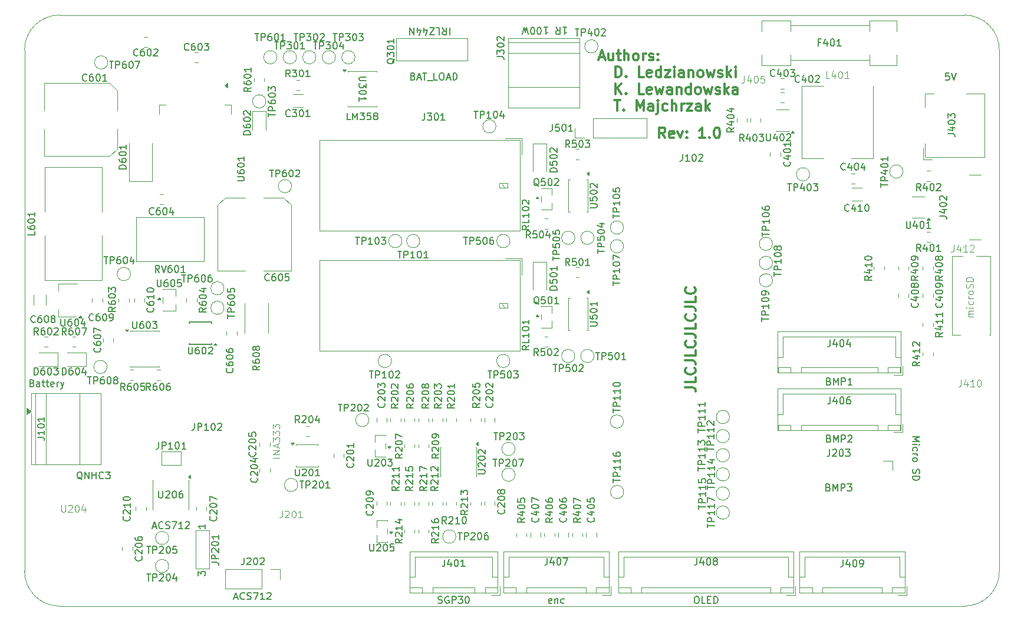
<source format=gbr>
%TF.GenerationSoftware,KiCad,Pcbnew,9.0.5*%
%TF.CreationDate,2025-12-08T19:50:26+01:00*%
%TF.ProjectId,inz,696e7a2e-6b69-4636-9164-5f7063625858,rev?*%
%TF.SameCoordinates,Original*%
%TF.FileFunction,Legend,Top*%
%TF.FilePolarity,Positive*%
%FSLAX46Y46*%
G04 Gerber Fmt 4.6, Leading zero omitted, Abs format (unit mm)*
G04 Created by KiCad (PCBNEW 9.0.5) date 2025-12-08 19:50:26*
%MOMM*%
%LPD*%
G01*
G04 APERTURE LIST*
%ADD10C,0.200000*%
%ADD11C,0.300000*%
%ADD12C,0.150000*%
%ADD13C,0.100000*%
%ADD14C,0.125000*%
%ADD15C,0.120000*%
%TA.AperFunction,Profile*%
%ADD16C,0.050000*%
%TD*%
G04 APERTURE END LIST*
D10*
X71407143Y-96581504D02*
X71883333Y-96581504D01*
X71311905Y-96867219D02*
X71645238Y-95867219D01*
X71645238Y-95867219D02*
X71978571Y-96867219D01*
X72883333Y-96771980D02*
X72835714Y-96819600D01*
X72835714Y-96819600D02*
X72692857Y-96867219D01*
X72692857Y-96867219D02*
X72597619Y-96867219D01*
X72597619Y-96867219D02*
X72454762Y-96819600D01*
X72454762Y-96819600D02*
X72359524Y-96724361D01*
X72359524Y-96724361D02*
X72311905Y-96629123D01*
X72311905Y-96629123D02*
X72264286Y-96438647D01*
X72264286Y-96438647D02*
X72264286Y-96295790D01*
X72264286Y-96295790D02*
X72311905Y-96105314D01*
X72311905Y-96105314D02*
X72359524Y-96010076D01*
X72359524Y-96010076D02*
X72454762Y-95914838D01*
X72454762Y-95914838D02*
X72597619Y-95867219D01*
X72597619Y-95867219D02*
X72692857Y-95867219D01*
X72692857Y-95867219D02*
X72835714Y-95914838D01*
X72835714Y-95914838D02*
X72883333Y-95962457D01*
X73264286Y-96819600D02*
X73407143Y-96867219D01*
X73407143Y-96867219D02*
X73645238Y-96867219D01*
X73645238Y-96867219D02*
X73740476Y-96819600D01*
X73740476Y-96819600D02*
X73788095Y-96771980D01*
X73788095Y-96771980D02*
X73835714Y-96676742D01*
X73835714Y-96676742D02*
X73835714Y-96581504D01*
X73835714Y-96581504D02*
X73788095Y-96486266D01*
X73788095Y-96486266D02*
X73740476Y-96438647D01*
X73740476Y-96438647D02*
X73645238Y-96391028D01*
X73645238Y-96391028D02*
X73454762Y-96343409D01*
X73454762Y-96343409D02*
X73359524Y-96295790D01*
X73359524Y-96295790D02*
X73311905Y-96248171D01*
X73311905Y-96248171D02*
X73264286Y-96152933D01*
X73264286Y-96152933D02*
X73264286Y-96057695D01*
X73264286Y-96057695D02*
X73311905Y-95962457D01*
X73311905Y-95962457D02*
X73359524Y-95914838D01*
X73359524Y-95914838D02*
X73454762Y-95867219D01*
X73454762Y-95867219D02*
X73692857Y-95867219D01*
X73692857Y-95867219D02*
X73835714Y-95914838D01*
X74169048Y-95867219D02*
X74835714Y-95867219D01*
X74835714Y-95867219D02*
X74407143Y-96867219D01*
X75740476Y-96867219D02*
X75169048Y-96867219D01*
X75454762Y-96867219D02*
X75454762Y-95867219D01*
X75454762Y-95867219D02*
X75359524Y-96010076D01*
X75359524Y-96010076D02*
X75264286Y-96105314D01*
X75264286Y-96105314D02*
X75169048Y-96152933D01*
X76121429Y-95962457D02*
X76169048Y-95914838D01*
X76169048Y-95914838D02*
X76264286Y-95867219D01*
X76264286Y-95867219D02*
X76502381Y-95867219D01*
X76502381Y-95867219D02*
X76597619Y-95914838D01*
X76597619Y-95914838D02*
X76645238Y-95962457D01*
X76645238Y-95962457D02*
X76692857Y-96057695D01*
X76692857Y-96057695D02*
X76692857Y-96152933D01*
X76692857Y-96152933D02*
X76645238Y-96295790D01*
X76645238Y-96295790D02*
X76073810Y-96867219D01*
X76073810Y-96867219D02*
X76692857Y-96867219D01*
D11*
X135533082Y-29077509D02*
X136247368Y-29077509D01*
X135390225Y-29506080D02*
X135890225Y-28006080D01*
X135890225Y-28006080D02*
X136390225Y-29506080D01*
X137533082Y-28506080D02*
X137533082Y-29506080D01*
X136890224Y-28506080D02*
X136890224Y-29291794D01*
X136890224Y-29291794D02*
X136961653Y-29434652D01*
X136961653Y-29434652D02*
X137104510Y-29506080D01*
X137104510Y-29506080D02*
X137318796Y-29506080D01*
X137318796Y-29506080D02*
X137461653Y-29434652D01*
X137461653Y-29434652D02*
X137533082Y-29363223D01*
X138033082Y-28506080D02*
X138604510Y-28506080D01*
X138247367Y-28006080D02*
X138247367Y-29291794D01*
X138247367Y-29291794D02*
X138318796Y-29434652D01*
X138318796Y-29434652D02*
X138461653Y-29506080D01*
X138461653Y-29506080D02*
X138604510Y-29506080D01*
X139104510Y-29506080D02*
X139104510Y-28006080D01*
X139747368Y-29506080D02*
X139747368Y-28720366D01*
X139747368Y-28720366D02*
X139675939Y-28577509D01*
X139675939Y-28577509D02*
X139533082Y-28506080D01*
X139533082Y-28506080D02*
X139318796Y-28506080D01*
X139318796Y-28506080D02*
X139175939Y-28577509D01*
X139175939Y-28577509D02*
X139104510Y-28648937D01*
X140675939Y-29506080D02*
X140533082Y-29434652D01*
X140533082Y-29434652D02*
X140461653Y-29363223D01*
X140461653Y-29363223D02*
X140390225Y-29220366D01*
X140390225Y-29220366D02*
X140390225Y-28791794D01*
X140390225Y-28791794D02*
X140461653Y-28648937D01*
X140461653Y-28648937D02*
X140533082Y-28577509D01*
X140533082Y-28577509D02*
X140675939Y-28506080D01*
X140675939Y-28506080D02*
X140890225Y-28506080D01*
X140890225Y-28506080D02*
X141033082Y-28577509D01*
X141033082Y-28577509D02*
X141104511Y-28648937D01*
X141104511Y-28648937D02*
X141175939Y-28791794D01*
X141175939Y-28791794D02*
X141175939Y-29220366D01*
X141175939Y-29220366D02*
X141104511Y-29363223D01*
X141104511Y-29363223D02*
X141033082Y-29434652D01*
X141033082Y-29434652D02*
X140890225Y-29506080D01*
X140890225Y-29506080D02*
X140675939Y-29506080D01*
X141818796Y-29506080D02*
X141818796Y-28506080D01*
X141818796Y-28791794D02*
X141890225Y-28648937D01*
X141890225Y-28648937D02*
X141961654Y-28577509D01*
X141961654Y-28577509D02*
X142104511Y-28506080D01*
X142104511Y-28506080D02*
X142247368Y-28506080D01*
X142675939Y-29434652D02*
X142818796Y-29506080D01*
X142818796Y-29506080D02*
X143104510Y-29506080D01*
X143104510Y-29506080D02*
X143247367Y-29434652D01*
X143247367Y-29434652D02*
X143318796Y-29291794D01*
X143318796Y-29291794D02*
X143318796Y-29220366D01*
X143318796Y-29220366D02*
X143247367Y-29077509D01*
X143247367Y-29077509D02*
X143104510Y-29006080D01*
X143104510Y-29006080D02*
X142890225Y-29006080D01*
X142890225Y-29006080D02*
X142747367Y-28934652D01*
X142747367Y-28934652D02*
X142675939Y-28791794D01*
X142675939Y-28791794D02*
X142675939Y-28720366D01*
X142675939Y-28720366D02*
X142747367Y-28577509D01*
X142747367Y-28577509D02*
X142890225Y-28506080D01*
X142890225Y-28506080D02*
X143104510Y-28506080D01*
X143104510Y-28506080D02*
X143247367Y-28577509D01*
X143961653Y-29363223D02*
X144033082Y-29434652D01*
X144033082Y-29434652D02*
X143961653Y-29506080D01*
X143961653Y-29506080D02*
X143890225Y-29434652D01*
X143890225Y-29434652D02*
X143961653Y-29363223D01*
X143961653Y-29363223D02*
X143961653Y-29506080D01*
X143961653Y-28577509D02*
X144033082Y-28648937D01*
X144033082Y-28648937D02*
X143961653Y-28720366D01*
X143961653Y-28720366D02*
X143890225Y-28648937D01*
X143890225Y-28648937D02*
X143961653Y-28577509D01*
X143961653Y-28577509D02*
X143961653Y-28720366D01*
X137890224Y-31920996D02*
X137890224Y-30420996D01*
X137890224Y-30420996D02*
X138247367Y-30420996D01*
X138247367Y-30420996D02*
X138461653Y-30492425D01*
X138461653Y-30492425D02*
X138604510Y-30635282D01*
X138604510Y-30635282D02*
X138675939Y-30778139D01*
X138675939Y-30778139D02*
X138747367Y-31063853D01*
X138747367Y-31063853D02*
X138747367Y-31278139D01*
X138747367Y-31278139D02*
X138675939Y-31563853D01*
X138675939Y-31563853D02*
X138604510Y-31706710D01*
X138604510Y-31706710D02*
X138461653Y-31849568D01*
X138461653Y-31849568D02*
X138247367Y-31920996D01*
X138247367Y-31920996D02*
X137890224Y-31920996D01*
X139390224Y-31778139D02*
X139461653Y-31849568D01*
X139461653Y-31849568D02*
X139390224Y-31920996D01*
X139390224Y-31920996D02*
X139318796Y-31849568D01*
X139318796Y-31849568D02*
X139390224Y-31778139D01*
X139390224Y-31778139D02*
X139390224Y-31920996D01*
X141961653Y-31920996D02*
X141247367Y-31920996D01*
X141247367Y-31920996D02*
X141247367Y-30420996D01*
X143033082Y-31849568D02*
X142890225Y-31920996D01*
X142890225Y-31920996D02*
X142604511Y-31920996D01*
X142604511Y-31920996D02*
X142461653Y-31849568D01*
X142461653Y-31849568D02*
X142390225Y-31706710D01*
X142390225Y-31706710D02*
X142390225Y-31135282D01*
X142390225Y-31135282D02*
X142461653Y-30992425D01*
X142461653Y-30992425D02*
X142604511Y-30920996D01*
X142604511Y-30920996D02*
X142890225Y-30920996D01*
X142890225Y-30920996D02*
X143033082Y-30992425D01*
X143033082Y-30992425D02*
X143104511Y-31135282D01*
X143104511Y-31135282D02*
X143104511Y-31278139D01*
X143104511Y-31278139D02*
X142390225Y-31420996D01*
X144390225Y-31920996D02*
X144390225Y-30420996D01*
X144390225Y-31849568D02*
X144247367Y-31920996D01*
X144247367Y-31920996D02*
X143961653Y-31920996D01*
X143961653Y-31920996D02*
X143818796Y-31849568D01*
X143818796Y-31849568D02*
X143747367Y-31778139D01*
X143747367Y-31778139D02*
X143675939Y-31635282D01*
X143675939Y-31635282D02*
X143675939Y-31206710D01*
X143675939Y-31206710D02*
X143747367Y-31063853D01*
X143747367Y-31063853D02*
X143818796Y-30992425D01*
X143818796Y-30992425D02*
X143961653Y-30920996D01*
X143961653Y-30920996D02*
X144247367Y-30920996D01*
X144247367Y-30920996D02*
X144390225Y-30992425D01*
X144961653Y-30920996D02*
X145747368Y-30920996D01*
X145747368Y-30920996D02*
X144961653Y-31920996D01*
X144961653Y-31920996D02*
X145747368Y-31920996D01*
X146318796Y-31920996D02*
X146318796Y-30920996D01*
X146318796Y-30420996D02*
X146247368Y-30492425D01*
X146247368Y-30492425D02*
X146318796Y-30563853D01*
X146318796Y-30563853D02*
X146390225Y-30492425D01*
X146390225Y-30492425D02*
X146318796Y-30420996D01*
X146318796Y-30420996D02*
X146318796Y-30563853D01*
X147675940Y-31920996D02*
X147675940Y-31135282D01*
X147675940Y-31135282D02*
X147604511Y-30992425D01*
X147604511Y-30992425D02*
X147461654Y-30920996D01*
X147461654Y-30920996D02*
X147175940Y-30920996D01*
X147175940Y-30920996D02*
X147033082Y-30992425D01*
X147675940Y-31849568D02*
X147533082Y-31920996D01*
X147533082Y-31920996D02*
X147175940Y-31920996D01*
X147175940Y-31920996D02*
X147033082Y-31849568D01*
X147033082Y-31849568D02*
X146961654Y-31706710D01*
X146961654Y-31706710D02*
X146961654Y-31563853D01*
X146961654Y-31563853D02*
X147033082Y-31420996D01*
X147033082Y-31420996D02*
X147175940Y-31349568D01*
X147175940Y-31349568D02*
X147533082Y-31349568D01*
X147533082Y-31349568D02*
X147675940Y-31278139D01*
X148390225Y-30920996D02*
X148390225Y-31920996D01*
X148390225Y-31063853D02*
X148461654Y-30992425D01*
X148461654Y-30992425D02*
X148604511Y-30920996D01*
X148604511Y-30920996D02*
X148818797Y-30920996D01*
X148818797Y-30920996D02*
X148961654Y-30992425D01*
X148961654Y-30992425D02*
X149033083Y-31135282D01*
X149033083Y-31135282D02*
X149033083Y-31920996D01*
X149961654Y-31920996D02*
X149818797Y-31849568D01*
X149818797Y-31849568D02*
X149747368Y-31778139D01*
X149747368Y-31778139D02*
X149675940Y-31635282D01*
X149675940Y-31635282D02*
X149675940Y-31206710D01*
X149675940Y-31206710D02*
X149747368Y-31063853D01*
X149747368Y-31063853D02*
X149818797Y-30992425D01*
X149818797Y-30992425D02*
X149961654Y-30920996D01*
X149961654Y-30920996D02*
X150175940Y-30920996D01*
X150175940Y-30920996D02*
X150318797Y-30992425D01*
X150318797Y-30992425D02*
X150390226Y-31063853D01*
X150390226Y-31063853D02*
X150461654Y-31206710D01*
X150461654Y-31206710D02*
X150461654Y-31635282D01*
X150461654Y-31635282D02*
X150390226Y-31778139D01*
X150390226Y-31778139D02*
X150318797Y-31849568D01*
X150318797Y-31849568D02*
X150175940Y-31920996D01*
X150175940Y-31920996D02*
X149961654Y-31920996D01*
X150961654Y-30920996D02*
X151247369Y-31920996D01*
X151247369Y-31920996D02*
X151533083Y-31206710D01*
X151533083Y-31206710D02*
X151818797Y-31920996D01*
X151818797Y-31920996D02*
X152104511Y-30920996D01*
X152604512Y-31849568D02*
X152747369Y-31920996D01*
X152747369Y-31920996D02*
X153033083Y-31920996D01*
X153033083Y-31920996D02*
X153175940Y-31849568D01*
X153175940Y-31849568D02*
X153247369Y-31706710D01*
X153247369Y-31706710D02*
X153247369Y-31635282D01*
X153247369Y-31635282D02*
X153175940Y-31492425D01*
X153175940Y-31492425D02*
X153033083Y-31420996D01*
X153033083Y-31420996D02*
X152818798Y-31420996D01*
X152818798Y-31420996D02*
X152675940Y-31349568D01*
X152675940Y-31349568D02*
X152604512Y-31206710D01*
X152604512Y-31206710D02*
X152604512Y-31135282D01*
X152604512Y-31135282D02*
X152675940Y-30992425D01*
X152675940Y-30992425D02*
X152818798Y-30920996D01*
X152818798Y-30920996D02*
X153033083Y-30920996D01*
X153033083Y-30920996D02*
X153175940Y-30992425D01*
X153890226Y-31920996D02*
X153890226Y-30420996D01*
X154033084Y-31349568D02*
X154461655Y-31920996D01*
X154461655Y-30920996D02*
X153890226Y-31492425D01*
X155104512Y-31920996D02*
X155104512Y-30920996D01*
X155104512Y-30420996D02*
X155033084Y-30492425D01*
X155033084Y-30492425D02*
X155104512Y-30563853D01*
X155104512Y-30563853D02*
X155175941Y-30492425D01*
X155175941Y-30492425D02*
X155104512Y-30420996D01*
X155104512Y-30420996D02*
X155104512Y-30563853D01*
X137890224Y-34335912D02*
X137890224Y-32835912D01*
X138747367Y-34335912D02*
X138104510Y-33478769D01*
X138747367Y-32835912D02*
X137890224Y-33693055D01*
X139390224Y-34193055D02*
X139461653Y-34264484D01*
X139461653Y-34264484D02*
X139390224Y-34335912D01*
X139390224Y-34335912D02*
X139318796Y-34264484D01*
X139318796Y-34264484D02*
X139390224Y-34193055D01*
X139390224Y-34193055D02*
X139390224Y-34335912D01*
X141961653Y-34335912D02*
X141247367Y-34335912D01*
X141247367Y-34335912D02*
X141247367Y-32835912D01*
X143033082Y-34264484D02*
X142890225Y-34335912D01*
X142890225Y-34335912D02*
X142604511Y-34335912D01*
X142604511Y-34335912D02*
X142461653Y-34264484D01*
X142461653Y-34264484D02*
X142390225Y-34121626D01*
X142390225Y-34121626D02*
X142390225Y-33550198D01*
X142390225Y-33550198D02*
X142461653Y-33407341D01*
X142461653Y-33407341D02*
X142604511Y-33335912D01*
X142604511Y-33335912D02*
X142890225Y-33335912D01*
X142890225Y-33335912D02*
X143033082Y-33407341D01*
X143033082Y-33407341D02*
X143104511Y-33550198D01*
X143104511Y-33550198D02*
X143104511Y-33693055D01*
X143104511Y-33693055D02*
X142390225Y-33835912D01*
X143604510Y-33335912D02*
X143890225Y-34335912D01*
X143890225Y-34335912D02*
X144175939Y-33621626D01*
X144175939Y-33621626D02*
X144461653Y-34335912D01*
X144461653Y-34335912D02*
X144747367Y-33335912D01*
X145961654Y-34335912D02*
X145961654Y-33550198D01*
X145961654Y-33550198D02*
X145890225Y-33407341D01*
X145890225Y-33407341D02*
X145747368Y-33335912D01*
X145747368Y-33335912D02*
X145461654Y-33335912D01*
X145461654Y-33335912D02*
X145318796Y-33407341D01*
X145961654Y-34264484D02*
X145818796Y-34335912D01*
X145818796Y-34335912D02*
X145461654Y-34335912D01*
X145461654Y-34335912D02*
X145318796Y-34264484D01*
X145318796Y-34264484D02*
X145247368Y-34121626D01*
X145247368Y-34121626D02*
X145247368Y-33978769D01*
X145247368Y-33978769D02*
X145318796Y-33835912D01*
X145318796Y-33835912D02*
X145461654Y-33764484D01*
X145461654Y-33764484D02*
X145818796Y-33764484D01*
X145818796Y-33764484D02*
X145961654Y-33693055D01*
X146675939Y-33335912D02*
X146675939Y-34335912D01*
X146675939Y-33478769D02*
X146747368Y-33407341D01*
X146747368Y-33407341D02*
X146890225Y-33335912D01*
X146890225Y-33335912D02*
X147104511Y-33335912D01*
X147104511Y-33335912D02*
X147247368Y-33407341D01*
X147247368Y-33407341D02*
X147318797Y-33550198D01*
X147318797Y-33550198D02*
X147318797Y-34335912D01*
X148675940Y-34335912D02*
X148675940Y-32835912D01*
X148675940Y-34264484D02*
X148533082Y-34335912D01*
X148533082Y-34335912D02*
X148247368Y-34335912D01*
X148247368Y-34335912D02*
X148104511Y-34264484D01*
X148104511Y-34264484D02*
X148033082Y-34193055D01*
X148033082Y-34193055D02*
X147961654Y-34050198D01*
X147961654Y-34050198D02*
X147961654Y-33621626D01*
X147961654Y-33621626D02*
X148033082Y-33478769D01*
X148033082Y-33478769D02*
X148104511Y-33407341D01*
X148104511Y-33407341D02*
X148247368Y-33335912D01*
X148247368Y-33335912D02*
X148533082Y-33335912D01*
X148533082Y-33335912D02*
X148675940Y-33407341D01*
X149604511Y-34335912D02*
X149461654Y-34264484D01*
X149461654Y-34264484D02*
X149390225Y-34193055D01*
X149390225Y-34193055D02*
X149318797Y-34050198D01*
X149318797Y-34050198D02*
X149318797Y-33621626D01*
X149318797Y-33621626D02*
X149390225Y-33478769D01*
X149390225Y-33478769D02*
X149461654Y-33407341D01*
X149461654Y-33407341D02*
X149604511Y-33335912D01*
X149604511Y-33335912D02*
X149818797Y-33335912D01*
X149818797Y-33335912D02*
X149961654Y-33407341D01*
X149961654Y-33407341D02*
X150033083Y-33478769D01*
X150033083Y-33478769D02*
X150104511Y-33621626D01*
X150104511Y-33621626D02*
X150104511Y-34050198D01*
X150104511Y-34050198D02*
X150033083Y-34193055D01*
X150033083Y-34193055D02*
X149961654Y-34264484D01*
X149961654Y-34264484D02*
X149818797Y-34335912D01*
X149818797Y-34335912D02*
X149604511Y-34335912D01*
X150604511Y-33335912D02*
X150890226Y-34335912D01*
X150890226Y-34335912D02*
X151175940Y-33621626D01*
X151175940Y-33621626D02*
X151461654Y-34335912D01*
X151461654Y-34335912D02*
X151747368Y-33335912D01*
X152247369Y-34264484D02*
X152390226Y-34335912D01*
X152390226Y-34335912D02*
X152675940Y-34335912D01*
X152675940Y-34335912D02*
X152818797Y-34264484D01*
X152818797Y-34264484D02*
X152890226Y-34121626D01*
X152890226Y-34121626D02*
X152890226Y-34050198D01*
X152890226Y-34050198D02*
X152818797Y-33907341D01*
X152818797Y-33907341D02*
X152675940Y-33835912D01*
X152675940Y-33835912D02*
X152461655Y-33835912D01*
X152461655Y-33835912D02*
X152318797Y-33764484D01*
X152318797Y-33764484D02*
X152247369Y-33621626D01*
X152247369Y-33621626D02*
X152247369Y-33550198D01*
X152247369Y-33550198D02*
X152318797Y-33407341D01*
X152318797Y-33407341D02*
X152461655Y-33335912D01*
X152461655Y-33335912D02*
X152675940Y-33335912D01*
X152675940Y-33335912D02*
X152818797Y-33407341D01*
X153533083Y-34335912D02*
X153533083Y-32835912D01*
X153675941Y-33764484D02*
X154104512Y-34335912D01*
X154104512Y-33335912D02*
X153533083Y-33907341D01*
X155390227Y-34335912D02*
X155390227Y-33550198D01*
X155390227Y-33550198D02*
X155318798Y-33407341D01*
X155318798Y-33407341D02*
X155175941Y-33335912D01*
X155175941Y-33335912D02*
X154890227Y-33335912D01*
X154890227Y-33335912D02*
X154747369Y-33407341D01*
X155390227Y-34264484D02*
X155247369Y-34335912D01*
X155247369Y-34335912D02*
X154890227Y-34335912D01*
X154890227Y-34335912D02*
X154747369Y-34264484D01*
X154747369Y-34264484D02*
X154675941Y-34121626D01*
X154675941Y-34121626D02*
X154675941Y-33978769D01*
X154675941Y-33978769D02*
X154747369Y-33835912D01*
X154747369Y-33835912D02*
X154890227Y-33764484D01*
X154890227Y-33764484D02*
X155247369Y-33764484D01*
X155247369Y-33764484D02*
X155390227Y-33693055D01*
X137675939Y-35250828D02*
X138533082Y-35250828D01*
X138104510Y-36750828D02*
X138104510Y-35250828D01*
X139033081Y-36607971D02*
X139104510Y-36679400D01*
X139104510Y-36679400D02*
X139033081Y-36750828D01*
X139033081Y-36750828D02*
X138961653Y-36679400D01*
X138961653Y-36679400D02*
X139033081Y-36607971D01*
X139033081Y-36607971D02*
X139033081Y-36750828D01*
X140890224Y-36750828D02*
X140890224Y-35250828D01*
X140890224Y-35250828D02*
X141390224Y-36322257D01*
X141390224Y-36322257D02*
X141890224Y-35250828D01*
X141890224Y-35250828D02*
X141890224Y-36750828D01*
X143247368Y-36750828D02*
X143247368Y-35965114D01*
X143247368Y-35965114D02*
X143175939Y-35822257D01*
X143175939Y-35822257D02*
X143033082Y-35750828D01*
X143033082Y-35750828D02*
X142747368Y-35750828D01*
X142747368Y-35750828D02*
X142604510Y-35822257D01*
X143247368Y-36679400D02*
X143104510Y-36750828D01*
X143104510Y-36750828D02*
X142747368Y-36750828D01*
X142747368Y-36750828D02*
X142604510Y-36679400D01*
X142604510Y-36679400D02*
X142533082Y-36536542D01*
X142533082Y-36536542D02*
X142533082Y-36393685D01*
X142533082Y-36393685D02*
X142604510Y-36250828D01*
X142604510Y-36250828D02*
X142747368Y-36179400D01*
X142747368Y-36179400D02*
X143104510Y-36179400D01*
X143104510Y-36179400D02*
X143247368Y-36107971D01*
X143961653Y-35750828D02*
X143961653Y-37036542D01*
X143961653Y-37036542D02*
X143890225Y-37179400D01*
X143890225Y-37179400D02*
X143747368Y-37250828D01*
X143747368Y-37250828D02*
X143675939Y-37250828D01*
X143961653Y-35250828D02*
X143890225Y-35322257D01*
X143890225Y-35322257D02*
X143961653Y-35393685D01*
X143961653Y-35393685D02*
X144033082Y-35322257D01*
X144033082Y-35322257D02*
X143961653Y-35250828D01*
X143961653Y-35250828D02*
X143961653Y-35393685D01*
X145318797Y-36679400D02*
X145175939Y-36750828D01*
X145175939Y-36750828D02*
X144890225Y-36750828D01*
X144890225Y-36750828D02*
X144747368Y-36679400D01*
X144747368Y-36679400D02*
X144675939Y-36607971D01*
X144675939Y-36607971D02*
X144604511Y-36465114D01*
X144604511Y-36465114D02*
X144604511Y-36036542D01*
X144604511Y-36036542D02*
X144675939Y-35893685D01*
X144675939Y-35893685D02*
X144747368Y-35822257D01*
X144747368Y-35822257D02*
X144890225Y-35750828D01*
X144890225Y-35750828D02*
X145175939Y-35750828D01*
X145175939Y-35750828D02*
X145318797Y-35822257D01*
X145961653Y-36750828D02*
X145961653Y-35250828D01*
X146604511Y-36750828D02*
X146604511Y-35965114D01*
X146604511Y-35965114D02*
X146533082Y-35822257D01*
X146533082Y-35822257D02*
X146390225Y-35750828D01*
X146390225Y-35750828D02*
X146175939Y-35750828D01*
X146175939Y-35750828D02*
X146033082Y-35822257D01*
X146033082Y-35822257D02*
X145961653Y-35893685D01*
X147318796Y-36750828D02*
X147318796Y-35750828D01*
X147318796Y-36036542D02*
X147390225Y-35893685D01*
X147390225Y-35893685D02*
X147461654Y-35822257D01*
X147461654Y-35822257D02*
X147604511Y-35750828D01*
X147604511Y-35750828D02*
X147747368Y-35750828D01*
X148104510Y-35750828D02*
X148890225Y-35750828D01*
X148890225Y-35750828D02*
X148104510Y-36750828D01*
X148104510Y-36750828D02*
X148890225Y-36750828D01*
X150104511Y-36750828D02*
X150104511Y-35965114D01*
X150104511Y-35965114D02*
X150033082Y-35822257D01*
X150033082Y-35822257D02*
X149890225Y-35750828D01*
X149890225Y-35750828D02*
X149604511Y-35750828D01*
X149604511Y-35750828D02*
X149461653Y-35822257D01*
X150104511Y-36679400D02*
X149961653Y-36750828D01*
X149961653Y-36750828D02*
X149604511Y-36750828D01*
X149604511Y-36750828D02*
X149461653Y-36679400D01*
X149461653Y-36679400D02*
X149390225Y-36536542D01*
X149390225Y-36536542D02*
X149390225Y-36393685D01*
X149390225Y-36393685D02*
X149461653Y-36250828D01*
X149461653Y-36250828D02*
X149604511Y-36179400D01*
X149604511Y-36179400D02*
X149961653Y-36179400D01*
X149961653Y-36179400D02*
X150104511Y-36107971D01*
X150818796Y-36750828D02*
X150818796Y-35250828D01*
X150961654Y-36179400D02*
X151390225Y-36750828D01*
X151390225Y-35750828D02*
X150818796Y-36322257D01*
X147878328Y-76528571D02*
X148949757Y-76528571D01*
X148949757Y-76528571D02*
X149164042Y-76600000D01*
X149164042Y-76600000D02*
X149306900Y-76742857D01*
X149306900Y-76742857D02*
X149378328Y-76957143D01*
X149378328Y-76957143D02*
X149378328Y-77100000D01*
X149378328Y-75100000D02*
X149378328Y-75814286D01*
X149378328Y-75814286D02*
X147878328Y-75814286D01*
X149235471Y-73742857D02*
X149306900Y-73814285D01*
X149306900Y-73814285D02*
X149378328Y-74028571D01*
X149378328Y-74028571D02*
X149378328Y-74171428D01*
X149378328Y-74171428D02*
X149306900Y-74385714D01*
X149306900Y-74385714D02*
X149164042Y-74528571D01*
X149164042Y-74528571D02*
X149021185Y-74600000D01*
X149021185Y-74600000D02*
X148735471Y-74671428D01*
X148735471Y-74671428D02*
X148521185Y-74671428D01*
X148521185Y-74671428D02*
X148235471Y-74600000D01*
X148235471Y-74600000D02*
X148092614Y-74528571D01*
X148092614Y-74528571D02*
X147949757Y-74385714D01*
X147949757Y-74385714D02*
X147878328Y-74171428D01*
X147878328Y-74171428D02*
X147878328Y-74028571D01*
X147878328Y-74028571D02*
X147949757Y-73814285D01*
X147949757Y-73814285D02*
X148021185Y-73742857D01*
X147878328Y-72671428D02*
X148949757Y-72671428D01*
X148949757Y-72671428D02*
X149164042Y-72742857D01*
X149164042Y-72742857D02*
X149306900Y-72885714D01*
X149306900Y-72885714D02*
X149378328Y-73100000D01*
X149378328Y-73100000D02*
X149378328Y-73242857D01*
X149378328Y-71242857D02*
X149378328Y-71957143D01*
X149378328Y-71957143D02*
X147878328Y-71957143D01*
X149235471Y-69885714D02*
X149306900Y-69957142D01*
X149306900Y-69957142D02*
X149378328Y-70171428D01*
X149378328Y-70171428D02*
X149378328Y-70314285D01*
X149378328Y-70314285D02*
X149306900Y-70528571D01*
X149306900Y-70528571D02*
X149164042Y-70671428D01*
X149164042Y-70671428D02*
X149021185Y-70742857D01*
X149021185Y-70742857D02*
X148735471Y-70814285D01*
X148735471Y-70814285D02*
X148521185Y-70814285D01*
X148521185Y-70814285D02*
X148235471Y-70742857D01*
X148235471Y-70742857D02*
X148092614Y-70671428D01*
X148092614Y-70671428D02*
X147949757Y-70528571D01*
X147949757Y-70528571D02*
X147878328Y-70314285D01*
X147878328Y-70314285D02*
X147878328Y-70171428D01*
X147878328Y-70171428D02*
X147949757Y-69957142D01*
X147949757Y-69957142D02*
X148021185Y-69885714D01*
X147878328Y-68814285D02*
X148949757Y-68814285D01*
X148949757Y-68814285D02*
X149164042Y-68885714D01*
X149164042Y-68885714D02*
X149306900Y-69028571D01*
X149306900Y-69028571D02*
X149378328Y-69242857D01*
X149378328Y-69242857D02*
X149378328Y-69385714D01*
X149378328Y-67385714D02*
X149378328Y-68100000D01*
X149378328Y-68100000D02*
X147878328Y-68100000D01*
X149235471Y-66028571D02*
X149306900Y-66099999D01*
X149306900Y-66099999D02*
X149378328Y-66314285D01*
X149378328Y-66314285D02*
X149378328Y-66457142D01*
X149378328Y-66457142D02*
X149306900Y-66671428D01*
X149306900Y-66671428D02*
X149164042Y-66814285D01*
X149164042Y-66814285D02*
X149021185Y-66885714D01*
X149021185Y-66885714D02*
X148735471Y-66957142D01*
X148735471Y-66957142D02*
X148521185Y-66957142D01*
X148521185Y-66957142D02*
X148235471Y-66885714D01*
X148235471Y-66885714D02*
X148092614Y-66814285D01*
X148092614Y-66814285D02*
X147949757Y-66671428D01*
X147949757Y-66671428D02*
X147878328Y-66457142D01*
X147878328Y-66457142D02*
X147878328Y-66314285D01*
X147878328Y-66314285D02*
X147949757Y-66099999D01*
X147949757Y-66099999D02*
X148021185Y-66028571D01*
X147878328Y-64957142D02*
X148949757Y-64957142D01*
X148949757Y-64957142D02*
X149164042Y-65028571D01*
X149164042Y-65028571D02*
X149306900Y-65171428D01*
X149306900Y-65171428D02*
X149378328Y-65385714D01*
X149378328Y-65385714D02*
X149378328Y-65528571D01*
X149378328Y-63528571D02*
X149378328Y-64242857D01*
X149378328Y-64242857D02*
X147878328Y-64242857D01*
X149235471Y-62171428D02*
X149306900Y-62242856D01*
X149306900Y-62242856D02*
X149378328Y-62457142D01*
X149378328Y-62457142D02*
X149378328Y-62599999D01*
X149378328Y-62599999D02*
X149306900Y-62814285D01*
X149306900Y-62814285D02*
X149164042Y-62957142D01*
X149164042Y-62957142D02*
X149021185Y-63028571D01*
X149021185Y-63028571D02*
X148735471Y-63099999D01*
X148735471Y-63099999D02*
X148521185Y-63099999D01*
X148521185Y-63099999D02*
X148235471Y-63028571D01*
X148235471Y-63028571D02*
X148092614Y-62957142D01*
X148092614Y-62957142D02*
X147949757Y-62814285D01*
X147949757Y-62814285D02*
X147878328Y-62599999D01*
X147878328Y-62599999D02*
X147878328Y-62457142D01*
X147878328Y-62457142D02*
X147949757Y-62242856D01*
X147949757Y-62242856D02*
X148021185Y-62171428D01*
X145011653Y-40670828D02*
X144511653Y-39956542D01*
X144154510Y-40670828D02*
X144154510Y-39170828D01*
X144154510Y-39170828D02*
X144725939Y-39170828D01*
X144725939Y-39170828D02*
X144868796Y-39242257D01*
X144868796Y-39242257D02*
X144940225Y-39313685D01*
X144940225Y-39313685D02*
X145011653Y-39456542D01*
X145011653Y-39456542D02*
X145011653Y-39670828D01*
X145011653Y-39670828D02*
X144940225Y-39813685D01*
X144940225Y-39813685D02*
X144868796Y-39885114D01*
X144868796Y-39885114D02*
X144725939Y-39956542D01*
X144725939Y-39956542D02*
X144154510Y-39956542D01*
X146225939Y-40599400D02*
X146083082Y-40670828D01*
X146083082Y-40670828D02*
X145797368Y-40670828D01*
X145797368Y-40670828D02*
X145654510Y-40599400D01*
X145654510Y-40599400D02*
X145583082Y-40456542D01*
X145583082Y-40456542D02*
X145583082Y-39885114D01*
X145583082Y-39885114D02*
X145654510Y-39742257D01*
X145654510Y-39742257D02*
X145797368Y-39670828D01*
X145797368Y-39670828D02*
X146083082Y-39670828D01*
X146083082Y-39670828D02*
X146225939Y-39742257D01*
X146225939Y-39742257D02*
X146297368Y-39885114D01*
X146297368Y-39885114D02*
X146297368Y-40027971D01*
X146297368Y-40027971D02*
X145583082Y-40170828D01*
X146797367Y-39670828D02*
X147154510Y-40670828D01*
X147154510Y-40670828D02*
X147511653Y-39670828D01*
X148083081Y-40527971D02*
X148154510Y-40599400D01*
X148154510Y-40599400D02*
X148083081Y-40670828D01*
X148083081Y-40670828D02*
X148011653Y-40599400D01*
X148011653Y-40599400D02*
X148083081Y-40527971D01*
X148083081Y-40527971D02*
X148083081Y-40670828D01*
X148083081Y-39742257D02*
X148154510Y-39813685D01*
X148154510Y-39813685D02*
X148083081Y-39885114D01*
X148083081Y-39885114D02*
X148011653Y-39813685D01*
X148011653Y-39813685D02*
X148083081Y-39742257D01*
X148083081Y-39742257D02*
X148083081Y-39885114D01*
X150725939Y-40670828D02*
X149868796Y-40670828D01*
X150297367Y-40670828D02*
X150297367Y-39170828D01*
X150297367Y-39170828D02*
X150154510Y-39385114D01*
X150154510Y-39385114D02*
X150011653Y-39527971D01*
X150011653Y-39527971D02*
X149868796Y-39599400D01*
X151368795Y-40527971D02*
X151440224Y-40599400D01*
X151440224Y-40599400D02*
X151368795Y-40670828D01*
X151368795Y-40670828D02*
X151297367Y-40599400D01*
X151297367Y-40599400D02*
X151368795Y-40527971D01*
X151368795Y-40527971D02*
X151368795Y-40670828D01*
X152368796Y-39170828D02*
X152511653Y-39170828D01*
X152511653Y-39170828D02*
X152654510Y-39242257D01*
X152654510Y-39242257D02*
X152725939Y-39313685D01*
X152725939Y-39313685D02*
X152797367Y-39456542D01*
X152797367Y-39456542D02*
X152868796Y-39742257D01*
X152868796Y-39742257D02*
X152868796Y-40099400D01*
X152868796Y-40099400D02*
X152797367Y-40385114D01*
X152797367Y-40385114D02*
X152725939Y-40527971D01*
X152725939Y-40527971D02*
X152654510Y-40599400D01*
X152654510Y-40599400D02*
X152511653Y-40670828D01*
X152511653Y-40670828D02*
X152368796Y-40670828D01*
X152368796Y-40670828D02*
X152225939Y-40599400D01*
X152225939Y-40599400D02*
X152154510Y-40527971D01*
X152154510Y-40527971D02*
X152083081Y-40385114D01*
X152083081Y-40385114D02*
X152011653Y-40099400D01*
X152011653Y-40099400D02*
X152011653Y-39742257D01*
X152011653Y-39742257D02*
X152083081Y-39456542D01*
X152083081Y-39456542D02*
X152154510Y-39313685D01*
X152154510Y-39313685D02*
X152225939Y-39242257D01*
X152225939Y-39242257D02*
X152368796Y-39170828D01*
D12*
X168632365Y-85454819D02*
X168632365Y-86169104D01*
X168632365Y-86169104D02*
X168584746Y-86311961D01*
X168584746Y-86311961D02*
X168489508Y-86407200D01*
X168489508Y-86407200D02*
X168346651Y-86454819D01*
X168346651Y-86454819D02*
X168251413Y-86454819D01*
X169060937Y-85550057D02*
X169108556Y-85502438D01*
X169108556Y-85502438D02*
X169203794Y-85454819D01*
X169203794Y-85454819D02*
X169441889Y-85454819D01*
X169441889Y-85454819D02*
X169537127Y-85502438D01*
X169537127Y-85502438D02*
X169584746Y-85550057D01*
X169584746Y-85550057D02*
X169632365Y-85645295D01*
X169632365Y-85645295D02*
X169632365Y-85740533D01*
X169632365Y-85740533D02*
X169584746Y-85883390D01*
X169584746Y-85883390D02*
X169013318Y-86454819D01*
X169013318Y-86454819D02*
X169632365Y-86454819D01*
X170251413Y-85454819D02*
X170346651Y-85454819D01*
X170346651Y-85454819D02*
X170441889Y-85502438D01*
X170441889Y-85502438D02*
X170489508Y-85550057D01*
X170489508Y-85550057D02*
X170537127Y-85645295D01*
X170537127Y-85645295D02*
X170584746Y-85835771D01*
X170584746Y-85835771D02*
X170584746Y-86073866D01*
X170584746Y-86073866D02*
X170537127Y-86264342D01*
X170537127Y-86264342D02*
X170489508Y-86359580D01*
X170489508Y-86359580D02*
X170441889Y-86407200D01*
X170441889Y-86407200D02*
X170346651Y-86454819D01*
X170346651Y-86454819D02*
X170251413Y-86454819D01*
X170251413Y-86454819D02*
X170156175Y-86407200D01*
X170156175Y-86407200D02*
X170108556Y-86359580D01*
X170108556Y-86359580D02*
X170060937Y-86264342D01*
X170060937Y-86264342D02*
X170013318Y-86073866D01*
X170013318Y-86073866D02*
X170013318Y-85835771D01*
X170013318Y-85835771D02*
X170060937Y-85645295D01*
X170060937Y-85645295D02*
X170108556Y-85550057D01*
X170108556Y-85550057D02*
X170156175Y-85502438D01*
X170156175Y-85502438D02*
X170251413Y-85454819D01*
X170918080Y-85454819D02*
X171537127Y-85454819D01*
X171537127Y-85454819D02*
X171203794Y-85835771D01*
X171203794Y-85835771D02*
X171346651Y-85835771D01*
X171346651Y-85835771D02*
X171441889Y-85883390D01*
X171441889Y-85883390D02*
X171489508Y-85931009D01*
X171489508Y-85931009D02*
X171537127Y-86026247D01*
X171537127Y-86026247D02*
X171537127Y-86264342D01*
X171537127Y-86264342D02*
X171489508Y-86359580D01*
X171489508Y-86359580D02*
X171441889Y-86407200D01*
X171441889Y-86407200D02*
X171346651Y-86454819D01*
X171346651Y-86454819D02*
X171060937Y-86454819D01*
X171060937Y-86454819D02*
X170965699Y-86407200D01*
X170965699Y-86407200D02*
X170918080Y-86359580D01*
X168441889Y-90931009D02*
X168584746Y-90978628D01*
X168584746Y-90978628D02*
X168632365Y-91026247D01*
X168632365Y-91026247D02*
X168679984Y-91121485D01*
X168679984Y-91121485D02*
X168679984Y-91264342D01*
X168679984Y-91264342D02*
X168632365Y-91359580D01*
X168632365Y-91359580D02*
X168584746Y-91407200D01*
X168584746Y-91407200D02*
X168489508Y-91454819D01*
X168489508Y-91454819D02*
X168108556Y-91454819D01*
X168108556Y-91454819D02*
X168108556Y-90454819D01*
X168108556Y-90454819D02*
X168441889Y-90454819D01*
X168441889Y-90454819D02*
X168537127Y-90502438D01*
X168537127Y-90502438D02*
X168584746Y-90550057D01*
X168584746Y-90550057D02*
X168632365Y-90645295D01*
X168632365Y-90645295D02*
X168632365Y-90740533D01*
X168632365Y-90740533D02*
X168584746Y-90835771D01*
X168584746Y-90835771D02*
X168537127Y-90883390D01*
X168537127Y-90883390D02*
X168441889Y-90931009D01*
X168441889Y-90931009D02*
X168108556Y-90931009D01*
X169108556Y-91454819D02*
X169108556Y-90454819D01*
X169108556Y-90454819D02*
X169441889Y-91169104D01*
X169441889Y-91169104D02*
X169775222Y-90454819D01*
X169775222Y-90454819D02*
X169775222Y-91454819D01*
X170251413Y-91454819D02*
X170251413Y-90454819D01*
X170251413Y-90454819D02*
X170632365Y-90454819D01*
X170632365Y-90454819D02*
X170727603Y-90502438D01*
X170727603Y-90502438D02*
X170775222Y-90550057D01*
X170775222Y-90550057D02*
X170822841Y-90645295D01*
X170822841Y-90645295D02*
X170822841Y-90788152D01*
X170822841Y-90788152D02*
X170775222Y-90883390D01*
X170775222Y-90883390D02*
X170727603Y-90931009D01*
X170727603Y-90931009D02*
X170632365Y-90978628D01*
X170632365Y-90978628D02*
X170251413Y-90978628D01*
X171156175Y-90454819D02*
X171775222Y-90454819D01*
X171775222Y-90454819D02*
X171441889Y-90835771D01*
X171441889Y-90835771D02*
X171584746Y-90835771D01*
X171584746Y-90835771D02*
X171679984Y-90883390D01*
X171679984Y-90883390D02*
X171727603Y-90931009D01*
X171727603Y-90931009D02*
X171775222Y-91026247D01*
X171775222Y-91026247D02*
X171775222Y-91264342D01*
X171775222Y-91264342D02*
X171727603Y-91359580D01*
X171727603Y-91359580D02*
X171679984Y-91407200D01*
X171679984Y-91407200D02*
X171584746Y-91454819D01*
X171584746Y-91454819D02*
X171299032Y-91454819D01*
X171299032Y-91454819D02*
X171203794Y-91407200D01*
X171203794Y-91407200D02*
X171156175Y-91359580D01*
X112354819Y-90819047D02*
X111878628Y-91152380D01*
X112354819Y-91390475D02*
X111354819Y-91390475D01*
X111354819Y-91390475D02*
X111354819Y-91009523D01*
X111354819Y-91009523D02*
X111402438Y-90914285D01*
X111402438Y-90914285D02*
X111450057Y-90866666D01*
X111450057Y-90866666D02*
X111545295Y-90819047D01*
X111545295Y-90819047D02*
X111688152Y-90819047D01*
X111688152Y-90819047D02*
X111783390Y-90866666D01*
X111783390Y-90866666D02*
X111831009Y-90914285D01*
X111831009Y-90914285D02*
X111878628Y-91009523D01*
X111878628Y-91009523D02*
X111878628Y-91390475D01*
X111450057Y-90438094D02*
X111402438Y-90390475D01*
X111402438Y-90390475D02*
X111354819Y-90295237D01*
X111354819Y-90295237D02*
X111354819Y-90057142D01*
X111354819Y-90057142D02*
X111402438Y-89961904D01*
X111402438Y-89961904D02*
X111450057Y-89914285D01*
X111450057Y-89914285D02*
X111545295Y-89866666D01*
X111545295Y-89866666D02*
X111640533Y-89866666D01*
X111640533Y-89866666D02*
X111783390Y-89914285D01*
X111783390Y-89914285D02*
X112354819Y-90485713D01*
X112354819Y-90485713D02*
X112354819Y-89866666D01*
X112354819Y-88914285D02*
X112354819Y-89485713D01*
X112354819Y-89199999D02*
X111354819Y-89199999D01*
X111354819Y-89199999D02*
X111497676Y-89295237D01*
X111497676Y-89295237D02*
X111592914Y-89390475D01*
X111592914Y-89390475D02*
X111640533Y-89485713D01*
X111450057Y-88533332D02*
X111402438Y-88485713D01*
X111402438Y-88485713D02*
X111354819Y-88390475D01*
X111354819Y-88390475D02*
X111354819Y-88152380D01*
X111354819Y-88152380D02*
X111402438Y-88057142D01*
X111402438Y-88057142D02*
X111450057Y-88009523D01*
X111450057Y-88009523D02*
X111545295Y-87961904D01*
X111545295Y-87961904D02*
X111640533Y-87961904D01*
X111640533Y-87961904D02*
X111783390Y-88009523D01*
X111783390Y-88009523D02*
X112354819Y-88580951D01*
X112354819Y-88580951D02*
X112354819Y-87961904D01*
X58980952Y-68979819D02*
X58647619Y-68503628D01*
X58409524Y-68979819D02*
X58409524Y-67979819D01*
X58409524Y-67979819D02*
X58790476Y-67979819D01*
X58790476Y-67979819D02*
X58885714Y-68027438D01*
X58885714Y-68027438D02*
X58933333Y-68075057D01*
X58933333Y-68075057D02*
X58980952Y-68170295D01*
X58980952Y-68170295D02*
X58980952Y-68313152D01*
X58980952Y-68313152D02*
X58933333Y-68408390D01*
X58933333Y-68408390D02*
X58885714Y-68456009D01*
X58885714Y-68456009D02*
X58790476Y-68503628D01*
X58790476Y-68503628D02*
X58409524Y-68503628D01*
X59838095Y-67979819D02*
X59647619Y-67979819D01*
X59647619Y-67979819D02*
X59552381Y-68027438D01*
X59552381Y-68027438D02*
X59504762Y-68075057D01*
X59504762Y-68075057D02*
X59409524Y-68217914D01*
X59409524Y-68217914D02*
X59361905Y-68408390D01*
X59361905Y-68408390D02*
X59361905Y-68789342D01*
X59361905Y-68789342D02*
X59409524Y-68884580D01*
X59409524Y-68884580D02*
X59457143Y-68932200D01*
X59457143Y-68932200D02*
X59552381Y-68979819D01*
X59552381Y-68979819D02*
X59742857Y-68979819D01*
X59742857Y-68979819D02*
X59838095Y-68932200D01*
X59838095Y-68932200D02*
X59885714Y-68884580D01*
X59885714Y-68884580D02*
X59933333Y-68789342D01*
X59933333Y-68789342D02*
X59933333Y-68551247D01*
X59933333Y-68551247D02*
X59885714Y-68456009D01*
X59885714Y-68456009D02*
X59838095Y-68408390D01*
X59838095Y-68408390D02*
X59742857Y-68360771D01*
X59742857Y-68360771D02*
X59552381Y-68360771D01*
X59552381Y-68360771D02*
X59457143Y-68408390D01*
X59457143Y-68408390D02*
X59409524Y-68456009D01*
X59409524Y-68456009D02*
X59361905Y-68551247D01*
X60552381Y-67979819D02*
X60647619Y-67979819D01*
X60647619Y-67979819D02*
X60742857Y-68027438D01*
X60742857Y-68027438D02*
X60790476Y-68075057D01*
X60790476Y-68075057D02*
X60838095Y-68170295D01*
X60838095Y-68170295D02*
X60885714Y-68360771D01*
X60885714Y-68360771D02*
X60885714Y-68598866D01*
X60885714Y-68598866D02*
X60838095Y-68789342D01*
X60838095Y-68789342D02*
X60790476Y-68884580D01*
X60790476Y-68884580D02*
X60742857Y-68932200D01*
X60742857Y-68932200D02*
X60647619Y-68979819D01*
X60647619Y-68979819D02*
X60552381Y-68979819D01*
X60552381Y-68979819D02*
X60457143Y-68932200D01*
X60457143Y-68932200D02*
X60409524Y-68884580D01*
X60409524Y-68884580D02*
X60361905Y-68789342D01*
X60361905Y-68789342D02*
X60314286Y-68598866D01*
X60314286Y-68598866D02*
X60314286Y-68360771D01*
X60314286Y-68360771D02*
X60361905Y-68170295D01*
X60361905Y-68170295D02*
X60409524Y-68075057D01*
X60409524Y-68075057D02*
X60457143Y-68027438D01*
X60457143Y-68027438D02*
X60552381Y-67979819D01*
X61219048Y-67979819D02*
X61885714Y-67979819D01*
X61885714Y-67979819D02*
X61457143Y-68979819D01*
X164294028Y-32575349D02*
X164246409Y-32622969D01*
X164246409Y-32622969D02*
X164103552Y-32670588D01*
X164103552Y-32670588D02*
X164008314Y-32670588D01*
X164008314Y-32670588D02*
X163865457Y-32622969D01*
X163865457Y-32622969D02*
X163770219Y-32527730D01*
X163770219Y-32527730D02*
X163722600Y-32432492D01*
X163722600Y-32432492D02*
X163674981Y-32242016D01*
X163674981Y-32242016D02*
X163674981Y-32099159D01*
X163674981Y-32099159D02*
X163722600Y-31908683D01*
X163722600Y-31908683D02*
X163770219Y-31813445D01*
X163770219Y-31813445D02*
X163865457Y-31718207D01*
X163865457Y-31718207D02*
X164008314Y-31670588D01*
X164008314Y-31670588D02*
X164103552Y-31670588D01*
X164103552Y-31670588D02*
X164246409Y-31718207D01*
X164246409Y-31718207D02*
X164294028Y-31765826D01*
X165151171Y-32003921D02*
X165151171Y-32670588D01*
X164913076Y-31622969D02*
X164674981Y-32337254D01*
X164674981Y-32337254D02*
X165294028Y-32337254D01*
X165865457Y-31670588D02*
X165960695Y-31670588D01*
X165960695Y-31670588D02*
X166055933Y-31718207D01*
X166055933Y-31718207D02*
X166103552Y-31765826D01*
X166103552Y-31765826D02*
X166151171Y-31861064D01*
X166151171Y-31861064D02*
X166198790Y-32051540D01*
X166198790Y-32051540D02*
X166198790Y-32289635D01*
X166198790Y-32289635D02*
X166151171Y-32480111D01*
X166151171Y-32480111D02*
X166103552Y-32575349D01*
X166103552Y-32575349D02*
X166055933Y-32622969D01*
X166055933Y-32622969D02*
X165960695Y-32670588D01*
X165960695Y-32670588D02*
X165865457Y-32670588D01*
X165865457Y-32670588D02*
X165770219Y-32622969D01*
X165770219Y-32622969D02*
X165722600Y-32575349D01*
X165722600Y-32575349D02*
X165674981Y-32480111D01*
X165674981Y-32480111D02*
X165627362Y-32289635D01*
X165627362Y-32289635D02*
X165627362Y-32051540D01*
X165627362Y-32051540D02*
X165674981Y-31861064D01*
X165674981Y-31861064D02*
X165722600Y-31765826D01*
X165722600Y-31765826D02*
X165770219Y-31718207D01*
X165770219Y-31718207D02*
X165865457Y-31670588D01*
X166579743Y-31765826D02*
X166627362Y-31718207D01*
X166627362Y-31718207D02*
X166722600Y-31670588D01*
X166722600Y-31670588D02*
X166960695Y-31670588D01*
X166960695Y-31670588D02*
X167055933Y-31718207D01*
X167055933Y-31718207D02*
X167103552Y-31765826D01*
X167103552Y-31765826D02*
X167151171Y-31861064D01*
X167151171Y-31861064D02*
X167151171Y-31956302D01*
X167151171Y-31956302D02*
X167103552Y-32099159D01*
X167103552Y-32099159D02*
X166532124Y-32670588D01*
X166532124Y-32670588D02*
X167151171Y-32670588D01*
X128820427Y-38704819D02*
X128820427Y-39419104D01*
X128820427Y-39419104D02*
X128772808Y-39561961D01*
X128772808Y-39561961D02*
X128677570Y-39657200D01*
X128677570Y-39657200D02*
X128534713Y-39704819D01*
X128534713Y-39704819D02*
X128439475Y-39704819D01*
X129772808Y-38704819D02*
X129296618Y-38704819D01*
X129296618Y-38704819D02*
X129248999Y-39181009D01*
X129248999Y-39181009D02*
X129296618Y-39133390D01*
X129296618Y-39133390D02*
X129391856Y-39085771D01*
X129391856Y-39085771D02*
X129629951Y-39085771D01*
X129629951Y-39085771D02*
X129725189Y-39133390D01*
X129725189Y-39133390D02*
X129772808Y-39181009D01*
X129772808Y-39181009D02*
X129820427Y-39276247D01*
X129820427Y-39276247D02*
X129820427Y-39514342D01*
X129820427Y-39514342D02*
X129772808Y-39609580D01*
X129772808Y-39609580D02*
X129725189Y-39657200D01*
X129725189Y-39657200D02*
X129629951Y-39704819D01*
X129629951Y-39704819D02*
X129391856Y-39704819D01*
X129391856Y-39704819D02*
X129296618Y-39657200D01*
X129296618Y-39657200D02*
X129248999Y-39609580D01*
X130439475Y-38704819D02*
X130534713Y-38704819D01*
X130534713Y-38704819D02*
X130629951Y-38752438D01*
X130629951Y-38752438D02*
X130677570Y-38800057D01*
X130677570Y-38800057D02*
X130725189Y-38895295D01*
X130725189Y-38895295D02*
X130772808Y-39085771D01*
X130772808Y-39085771D02*
X130772808Y-39323866D01*
X130772808Y-39323866D02*
X130725189Y-39514342D01*
X130725189Y-39514342D02*
X130677570Y-39609580D01*
X130677570Y-39609580D02*
X130629951Y-39657200D01*
X130629951Y-39657200D02*
X130534713Y-39704819D01*
X130534713Y-39704819D02*
X130439475Y-39704819D01*
X130439475Y-39704819D02*
X130344237Y-39657200D01*
X130344237Y-39657200D02*
X130296618Y-39609580D01*
X130296618Y-39609580D02*
X130248999Y-39514342D01*
X130248999Y-39514342D02*
X130201380Y-39323866D01*
X130201380Y-39323866D02*
X130201380Y-39085771D01*
X130201380Y-39085771D02*
X130248999Y-38895295D01*
X130248999Y-38895295D02*
X130296618Y-38800057D01*
X130296618Y-38800057D02*
X130344237Y-38752438D01*
X130344237Y-38752438D02*
X130439475Y-38704819D01*
X131725189Y-39704819D02*
X131153761Y-39704819D01*
X131439475Y-39704819D02*
X131439475Y-38704819D01*
X131439475Y-38704819D02*
X131344237Y-38847676D01*
X131344237Y-38847676D02*
X131248999Y-38942914D01*
X131248999Y-38942914D02*
X131153761Y-38990533D01*
X132833481Y-95348779D02*
X132357290Y-95682112D01*
X132833481Y-95920207D02*
X131833481Y-95920207D01*
X131833481Y-95920207D02*
X131833481Y-95539255D01*
X131833481Y-95539255D02*
X131881100Y-95444017D01*
X131881100Y-95444017D02*
X131928719Y-95396398D01*
X131928719Y-95396398D02*
X132023957Y-95348779D01*
X132023957Y-95348779D02*
X132166814Y-95348779D01*
X132166814Y-95348779D02*
X132262052Y-95396398D01*
X132262052Y-95396398D02*
X132309671Y-95444017D01*
X132309671Y-95444017D02*
X132357290Y-95539255D01*
X132357290Y-95539255D02*
X132357290Y-95920207D01*
X132166814Y-94491636D02*
X132833481Y-94491636D01*
X131785862Y-94729731D02*
X132500147Y-94967826D01*
X132500147Y-94967826D02*
X132500147Y-94348779D01*
X131833481Y-93777350D02*
X131833481Y-93682112D01*
X131833481Y-93682112D02*
X131881100Y-93586874D01*
X131881100Y-93586874D02*
X131928719Y-93539255D01*
X131928719Y-93539255D02*
X132023957Y-93491636D01*
X132023957Y-93491636D02*
X132214433Y-93444017D01*
X132214433Y-93444017D02*
X132452528Y-93444017D01*
X132452528Y-93444017D02*
X132643004Y-93491636D01*
X132643004Y-93491636D02*
X132738242Y-93539255D01*
X132738242Y-93539255D02*
X132785862Y-93586874D01*
X132785862Y-93586874D02*
X132833481Y-93682112D01*
X132833481Y-93682112D02*
X132833481Y-93777350D01*
X132833481Y-93777350D02*
X132785862Y-93872588D01*
X132785862Y-93872588D02*
X132738242Y-93920207D01*
X132738242Y-93920207D02*
X132643004Y-93967826D01*
X132643004Y-93967826D02*
X132452528Y-94015445D01*
X132452528Y-94015445D02*
X132214433Y-94015445D01*
X132214433Y-94015445D02*
X132023957Y-93967826D01*
X132023957Y-93967826D02*
X131928719Y-93920207D01*
X131928719Y-93920207D02*
X131881100Y-93872588D01*
X131881100Y-93872588D02*
X131833481Y-93777350D01*
X131833481Y-93110683D02*
X131833481Y-92444017D01*
X131833481Y-92444017D02*
X132833481Y-92872588D01*
X107252581Y-86108264D02*
X106776390Y-86441597D01*
X107252581Y-86679692D02*
X106252581Y-86679692D01*
X106252581Y-86679692D02*
X106252581Y-86298740D01*
X106252581Y-86298740D02*
X106300200Y-86203502D01*
X106300200Y-86203502D02*
X106347819Y-86155883D01*
X106347819Y-86155883D02*
X106443057Y-86108264D01*
X106443057Y-86108264D02*
X106585914Y-86108264D01*
X106585914Y-86108264D02*
X106681152Y-86155883D01*
X106681152Y-86155883D02*
X106728771Y-86203502D01*
X106728771Y-86203502D02*
X106776390Y-86298740D01*
X106776390Y-86298740D02*
X106776390Y-86679692D01*
X106347819Y-85727311D02*
X106300200Y-85679692D01*
X106300200Y-85679692D02*
X106252581Y-85584454D01*
X106252581Y-85584454D02*
X106252581Y-85346359D01*
X106252581Y-85346359D02*
X106300200Y-85251121D01*
X106300200Y-85251121D02*
X106347819Y-85203502D01*
X106347819Y-85203502D02*
X106443057Y-85155883D01*
X106443057Y-85155883D02*
X106538295Y-85155883D01*
X106538295Y-85155883D02*
X106681152Y-85203502D01*
X106681152Y-85203502D02*
X107252581Y-85774930D01*
X107252581Y-85774930D02*
X107252581Y-85155883D01*
X106252581Y-84536835D02*
X106252581Y-84441597D01*
X106252581Y-84441597D02*
X106300200Y-84346359D01*
X106300200Y-84346359D02*
X106347819Y-84298740D01*
X106347819Y-84298740D02*
X106443057Y-84251121D01*
X106443057Y-84251121D02*
X106633533Y-84203502D01*
X106633533Y-84203502D02*
X106871628Y-84203502D01*
X106871628Y-84203502D02*
X107062104Y-84251121D01*
X107062104Y-84251121D02*
X107157342Y-84298740D01*
X107157342Y-84298740D02*
X107204962Y-84346359D01*
X107204962Y-84346359D02*
X107252581Y-84441597D01*
X107252581Y-84441597D02*
X107252581Y-84536835D01*
X107252581Y-84536835D02*
X107204962Y-84632073D01*
X107204962Y-84632073D02*
X107157342Y-84679692D01*
X107157342Y-84679692D02*
X107062104Y-84727311D01*
X107062104Y-84727311D02*
X106871628Y-84774930D01*
X106871628Y-84774930D02*
X106633533Y-84774930D01*
X106633533Y-84774930D02*
X106443057Y-84727311D01*
X106443057Y-84727311D02*
X106347819Y-84679692D01*
X106347819Y-84679692D02*
X106300200Y-84632073D01*
X106300200Y-84632073D02*
X106252581Y-84536835D01*
X106252581Y-83870168D02*
X106252581Y-83203502D01*
X106252581Y-83203502D02*
X107252581Y-83632073D01*
X120854819Y-28985714D02*
X121569104Y-28985714D01*
X121569104Y-28985714D02*
X121711961Y-29033333D01*
X121711961Y-29033333D02*
X121807200Y-29128571D01*
X121807200Y-29128571D02*
X121854819Y-29271428D01*
X121854819Y-29271428D02*
X121854819Y-29366666D01*
X120854819Y-28604761D02*
X120854819Y-27985714D01*
X120854819Y-27985714D02*
X121235771Y-28319047D01*
X121235771Y-28319047D02*
X121235771Y-28176190D01*
X121235771Y-28176190D02*
X121283390Y-28080952D01*
X121283390Y-28080952D02*
X121331009Y-28033333D01*
X121331009Y-28033333D02*
X121426247Y-27985714D01*
X121426247Y-27985714D02*
X121664342Y-27985714D01*
X121664342Y-27985714D02*
X121759580Y-28033333D01*
X121759580Y-28033333D02*
X121807200Y-28080952D01*
X121807200Y-28080952D02*
X121854819Y-28176190D01*
X121854819Y-28176190D02*
X121854819Y-28461904D01*
X121854819Y-28461904D02*
X121807200Y-28557142D01*
X121807200Y-28557142D02*
X121759580Y-28604761D01*
X120854819Y-27366666D02*
X120854819Y-27271428D01*
X120854819Y-27271428D02*
X120902438Y-27176190D01*
X120902438Y-27176190D02*
X120950057Y-27128571D01*
X120950057Y-27128571D02*
X121045295Y-27080952D01*
X121045295Y-27080952D02*
X121235771Y-27033333D01*
X121235771Y-27033333D02*
X121473866Y-27033333D01*
X121473866Y-27033333D02*
X121664342Y-27080952D01*
X121664342Y-27080952D02*
X121759580Y-27128571D01*
X121759580Y-27128571D02*
X121807200Y-27176190D01*
X121807200Y-27176190D02*
X121854819Y-27271428D01*
X121854819Y-27271428D02*
X121854819Y-27366666D01*
X121854819Y-27366666D02*
X121807200Y-27461904D01*
X121807200Y-27461904D02*
X121759580Y-27509523D01*
X121759580Y-27509523D02*
X121664342Y-27557142D01*
X121664342Y-27557142D02*
X121473866Y-27604761D01*
X121473866Y-27604761D02*
X121235771Y-27604761D01*
X121235771Y-27604761D02*
X121045295Y-27557142D01*
X121045295Y-27557142D02*
X120950057Y-27509523D01*
X120950057Y-27509523D02*
X120902438Y-27461904D01*
X120902438Y-27461904D02*
X120854819Y-27366666D01*
X120950057Y-26652380D02*
X120902438Y-26604761D01*
X120902438Y-26604761D02*
X120854819Y-26509523D01*
X120854819Y-26509523D02*
X120854819Y-26271428D01*
X120854819Y-26271428D02*
X120902438Y-26176190D01*
X120902438Y-26176190D02*
X120950057Y-26128571D01*
X120950057Y-26128571D02*
X121045295Y-26080952D01*
X121045295Y-26080952D02*
X121140533Y-26080952D01*
X121140533Y-26080952D02*
X121283390Y-26128571D01*
X121283390Y-26128571D02*
X121854819Y-26699999D01*
X121854819Y-26699999D02*
X121854819Y-26080952D01*
X130295238Y-24745180D02*
X130866666Y-24745180D01*
X130580952Y-24745180D02*
X130580952Y-25745180D01*
X130580952Y-25745180D02*
X130676190Y-25602323D01*
X130676190Y-25602323D02*
X130771428Y-25507085D01*
X130771428Y-25507085D02*
X130866666Y-25459466D01*
X129295238Y-24745180D02*
X129628571Y-25221371D01*
X129866666Y-24745180D02*
X129866666Y-25745180D01*
X129866666Y-25745180D02*
X129485714Y-25745180D01*
X129485714Y-25745180D02*
X129390476Y-25697561D01*
X129390476Y-25697561D02*
X129342857Y-25649942D01*
X129342857Y-25649942D02*
X129295238Y-25554704D01*
X129295238Y-25554704D02*
X129295238Y-25411847D01*
X129295238Y-25411847D02*
X129342857Y-25316609D01*
X129342857Y-25316609D02*
X129390476Y-25268990D01*
X129390476Y-25268990D02*
X129485714Y-25221371D01*
X129485714Y-25221371D02*
X129866666Y-25221371D01*
X127580952Y-24745180D02*
X128152380Y-24745180D01*
X127866666Y-24745180D02*
X127866666Y-25745180D01*
X127866666Y-25745180D02*
X127961904Y-25602323D01*
X127961904Y-25602323D02*
X128057142Y-25507085D01*
X128057142Y-25507085D02*
X128152380Y-25459466D01*
X126961904Y-25745180D02*
X126866666Y-25745180D01*
X126866666Y-25745180D02*
X126771428Y-25697561D01*
X126771428Y-25697561D02*
X126723809Y-25649942D01*
X126723809Y-25649942D02*
X126676190Y-25554704D01*
X126676190Y-25554704D02*
X126628571Y-25364228D01*
X126628571Y-25364228D02*
X126628571Y-25126133D01*
X126628571Y-25126133D02*
X126676190Y-24935657D01*
X126676190Y-24935657D02*
X126723809Y-24840419D01*
X126723809Y-24840419D02*
X126771428Y-24792800D01*
X126771428Y-24792800D02*
X126866666Y-24745180D01*
X126866666Y-24745180D02*
X126961904Y-24745180D01*
X126961904Y-24745180D02*
X127057142Y-24792800D01*
X127057142Y-24792800D02*
X127104761Y-24840419D01*
X127104761Y-24840419D02*
X127152380Y-24935657D01*
X127152380Y-24935657D02*
X127199999Y-25126133D01*
X127199999Y-25126133D02*
X127199999Y-25364228D01*
X127199999Y-25364228D02*
X127152380Y-25554704D01*
X127152380Y-25554704D02*
X127104761Y-25649942D01*
X127104761Y-25649942D02*
X127057142Y-25697561D01*
X127057142Y-25697561D02*
X126961904Y-25745180D01*
X126009523Y-25745180D02*
X125914285Y-25745180D01*
X125914285Y-25745180D02*
X125819047Y-25697561D01*
X125819047Y-25697561D02*
X125771428Y-25649942D01*
X125771428Y-25649942D02*
X125723809Y-25554704D01*
X125723809Y-25554704D02*
X125676190Y-25364228D01*
X125676190Y-25364228D02*
X125676190Y-25126133D01*
X125676190Y-25126133D02*
X125723809Y-24935657D01*
X125723809Y-24935657D02*
X125771428Y-24840419D01*
X125771428Y-24840419D02*
X125819047Y-24792800D01*
X125819047Y-24792800D02*
X125914285Y-24745180D01*
X125914285Y-24745180D02*
X126009523Y-24745180D01*
X126009523Y-24745180D02*
X126104761Y-24792800D01*
X126104761Y-24792800D02*
X126152380Y-24840419D01*
X126152380Y-24840419D02*
X126199999Y-24935657D01*
X126199999Y-24935657D02*
X126247618Y-25126133D01*
X126247618Y-25126133D02*
X126247618Y-25364228D01*
X126247618Y-25364228D02*
X126199999Y-25554704D01*
X126199999Y-25554704D02*
X126152380Y-25649942D01*
X126152380Y-25649942D02*
X126104761Y-25697561D01*
X126104761Y-25697561D02*
X126009523Y-25745180D01*
X125342856Y-25745180D02*
X125104761Y-24745180D01*
X125104761Y-24745180D02*
X124914285Y-25459466D01*
X124914285Y-25459466D02*
X124723809Y-24745180D01*
X124723809Y-24745180D02*
X124485714Y-25745180D01*
X120385714Y-83054819D02*
X120957142Y-83054819D01*
X120671428Y-84054819D02*
X120671428Y-83054819D01*
X121290476Y-84054819D02*
X121290476Y-83054819D01*
X121290476Y-83054819D02*
X121671428Y-83054819D01*
X121671428Y-83054819D02*
X121766666Y-83102438D01*
X121766666Y-83102438D02*
X121814285Y-83150057D01*
X121814285Y-83150057D02*
X121861904Y-83245295D01*
X121861904Y-83245295D02*
X121861904Y-83388152D01*
X121861904Y-83388152D02*
X121814285Y-83483390D01*
X121814285Y-83483390D02*
X121766666Y-83531009D01*
X121766666Y-83531009D02*
X121671428Y-83578628D01*
X121671428Y-83578628D02*
X121290476Y-83578628D01*
X122242857Y-83150057D02*
X122290476Y-83102438D01*
X122290476Y-83102438D02*
X122385714Y-83054819D01*
X122385714Y-83054819D02*
X122623809Y-83054819D01*
X122623809Y-83054819D02*
X122719047Y-83102438D01*
X122719047Y-83102438D02*
X122766666Y-83150057D01*
X122766666Y-83150057D02*
X122814285Y-83245295D01*
X122814285Y-83245295D02*
X122814285Y-83340533D01*
X122814285Y-83340533D02*
X122766666Y-83483390D01*
X122766666Y-83483390D02*
X122195238Y-84054819D01*
X122195238Y-84054819D02*
X122814285Y-84054819D01*
X123433333Y-83054819D02*
X123528571Y-83054819D01*
X123528571Y-83054819D02*
X123623809Y-83102438D01*
X123623809Y-83102438D02*
X123671428Y-83150057D01*
X123671428Y-83150057D02*
X123719047Y-83245295D01*
X123719047Y-83245295D02*
X123766666Y-83435771D01*
X123766666Y-83435771D02*
X123766666Y-83673866D01*
X123766666Y-83673866D02*
X123719047Y-83864342D01*
X123719047Y-83864342D02*
X123671428Y-83959580D01*
X123671428Y-83959580D02*
X123623809Y-84007200D01*
X123623809Y-84007200D02*
X123528571Y-84054819D01*
X123528571Y-84054819D02*
X123433333Y-84054819D01*
X123433333Y-84054819D02*
X123338095Y-84007200D01*
X123338095Y-84007200D02*
X123290476Y-83959580D01*
X123290476Y-83959580D02*
X123242857Y-83864342D01*
X123242857Y-83864342D02*
X123195238Y-83673866D01*
X123195238Y-83673866D02*
X123195238Y-83435771D01*
X123195238Y-83435771D02*
X123242857Y-83245295D01*
X123242857Y-83245295D02*
X123290476Y-83150057D01*
X123290476Y-83150057D02*
X123338095Y-83102438D01*
X123338095Y-83102438D02*
X123433333Y-83054819D01*
X124100000Y-83054819D02*
X124719047Y-83054819D01*
X124719047Y-83054819D02*
X124385714Y-83435771D01*
X124385714Y-83435771D02*
X124528571Y-83435771D01*
X124528571Y-83435771D02*
X124623809Y-83483390D01*
X124623809Y-83483390D02*
X124671428Y-83531009D01*
X124671428Y-83531009D02*
X124719047Y-83626247D01*
X124719047Y-83626247D02*
X124719047Y-83864342D01*
X124719047Y-83864342D02*
X124671428Y-83959580D01*
X124671428Y-83959580D02*
X124623809Y-84007200D01*
X124623809Y-84007200D02*
X124528571Y-84054819D01*
X124528571Y-84054819D02*
X124242857Y-84054819D01*
X124242857Y-84054819D02*
X124147619Y-84007200D01*
X124147619Y-84007200D02*
X124100000Y-83959580D01*
D13*
X58285714Y-93457419D02*
X58285714Y-94266942D01*
X58285714Y-94266942D02*
X58333333Y-94362180D01*
X58333333Y-94362180D02*
X58380952Y-94409800D01*
X58380952Y-94409800D02*
X58476190Y-94457419D01*
X58476190Y-94457419D02*
X58666666Y-94457419D01*
X58666666Y-94457419D02*
X58761904Y-94409800D01*
X58761904Y-94409800D02*
X58809523Y-94362180D01*
X58809523Y-94362180D02*
X58857142Y-94266942D01*
X58857142Y-94266942D02*
X58857142Y-93457419D01*
X59285714Y-93552657D02*
X59333333Y-93505038D01*
X59333333Y-93505038D02*
X59428571Y-93457419D01*
X59428571Y-93457419D02*
X59666666Y-93457419D01*
X59666666Y-93457419D02*
X59761904Y-93505038D01*
X59761904Y-93505038D02*
X59809523Y-93552657D01*
X59809523Y-93552657D02*
X59857142Y-93647895D01*
X59857142Y-93647895D02*
X59857142Y-93743133D01*
X59857142Y-93743133D02*
X59809523Y-93885990D01*
X59809523Y-93885990D02*
X59238095Y-94457419D01*
X59238095Y-94457419D02*
X59857142Y-94457419D01*
X60476190Y-93457419D02*
X60571428Y-93457419D01*
X60571428Y-93457419D02*
X60666666Y-93505038D01*
X60666666Y-93505038D02*
X60714285Y-93552657D01*
X60714285Y-93552657D02*
X60761904Y-93647895D01*
X60761904Y-93647895D02*
X60809523Y-93838371D01*
X60809523Y-93838371D02*
X60809523Y-94076466D01*
X60809523Y-94076466D02*
X60761904Y-94266942D01*
X60761904Y-94266942D02*
X60714285Y-94362180D01*
X60714285Y-94362180D02*
X60666666Y-94409800D01*
X60666666Y-94409800D02*
X60571428Y-94457419D01*
X60571428Y-94457419D02*
X60476190Y-94457419D01*
X60476190Y-94457419D02*
X60380952Y-94409800D01*
X60380952Y-94409800D02*
X60333333Y-94362180D01*
X60333333Y-94362180D02*
X60285714Y-94266942D01*
X60285714Y-94266942D02*
X60238095Y-94076466D01*
X60238095Y-94076466D02*
X60238095Y-93838371D01*
X60238095Y-93838371D02*
X60285714Y-93647895D01*
X60285714Y-93647895D02*
X60333333Y-93552657D01*
X60333333Y-93552657D02*
X60380952Y-93505038D01*
X60380952Y-93505038D02*
X60476190Y-93457419D01*
X61666666Y-93790752D02*
X61666666Y-94457419D01*
X61428571Y-93409800D02*
X61190476Y-94124085D01*
X61190476Y-94124085D02*
X61809523Y-94124085D01*
D12*
X61282142Y-89800057D02*
X61186904Y-89752438D01*
X61186904Y-89752438D02*
X61091666Y-89657200D01*
X61091666Y-89657200D02*
X60948809Y-89514342D01*
X60948809Y-89514342D02*
X60853571Y-89466723D01*
X60853571Y-89466723D02*
X60758333Y-89466723D01*
X60805952Y-89704819D02*
X60710714Y-89657200D01*
X60710714Y-89657200D02*
X60615476Y-89561961D01*
X60615476Y-89561961D02*
X60567857Y-89371485D01*
X60567857Y-89371485D02*
X60567857Y-89038152D01*
X60567857Y-89038152D02*
X60615476Y-88847676D01*
X60615476Y-88847676D02*
X60710714Y-88752438D01*
X60710714Y-88752438D02*
X60805952Y-88704819D01*
X60805952Y-88704819D02*
X60996428Y-88704819D01*
X60996428Y-88704819D02*
X61091666Y-88752438D01*
X61091666Y-88752438D02*
X61186904Y-88847676D01*
X61186904Y-88847676D02*
X61234523Y-89038152D01*
X61234523Y-89038152D02*
X61234523Y-89371485D01*
X61234523Y-89371485D02*
X61186904Y-89561961D01*
X61186904Y-89561961D02*
X61091666Y-89657200D01*
X61091666Y-89657200D02*
X60996428Y-89704819D01*
X60996428Y-89704819D02*
X60805952Y-89704819D01*
X61663095Y-89704819D02*
X61663095Y-88704819D01*
X61663095Y-88704819D02*
X62234523Y-89704819D01*
X62234523Y-89704819D02*
X62234523Y-88704819D01*
X62710714Y-89704819D02*
X62710714Y-88704819D01*
X62710714Y-89181009D02*
X63282142Y-89181009D01*
X63282142Y-89704819D02*
X63282142Y-88704819D01*
X64329761Y-89609580D02*
X64282142Y-89657200D01*
X64282142Y-89657200D02*
X64139285Y-89704819D01*
X64139285Y-89704819D02*
X64044047Y-89704819D01*
X64044047Y-89704819D02*
X63901190Y-89657200D01*
X63901190Y-89657200D02*
X63805952Y-89561961D01*
X63805952Y-89561961D02*
X63758333Y-89466723D01*
X63758333Y-89466723D02*
X63710714Y-89276247D01*
X63710714Y-89276247D02*
X63710714Y-89133390D01*
X63710714Y-89133390D02*
X63758333Y-88942914D01*
X63758333Y-88942914D02*
X63805952Y-88847676D01*
X63805952Y-88847676D02*
X63901190Y-88752438D01*
X63901190Y-88752438D02*
X64044047Y-88704819D01*
X64044047Y-88704819D02*
X64139285Y-88704819D01*
X64139285Y-88704819D02*
X64282142Y-88752438D01*
X64282142Y-88752438D02*
X64329761Y-88800057D01*
X64663095Y-88704819D02*
X65282142Y-88704819D01*
X65282142Y-88704819D02*
X64948809Y-89085771D01*
X64948809Y-89085771D02*
X65091666Y-89085771D01*
X65091666Y-89085771D02*
X65186904Y-89133390D01*
X65186904Y-89133390D02*
X65234523Y-89181009D01*
X65234523Y-89181009D02*
X65282142Y-89276247D01*
X65282142Y-89276247D02*
X65282142Y-89514342D01*
X65282142Y-89514342D02*
X65234523Y-89609580D01*
X65234523Y-89609580D02*
X65186904Y-89657200D01*
X65186904Y-89657200D02*
X65091666Y-89704819D01*
X65091666Y-89704819D02*
X64805952Y-89704819D01*
X64805952Y-89704819D02*
X64710714Y-89657200D01*
X64710714Y-89657200D02*
X64663095Y-89609580D01*
X69280952Y-28759580D02*
X69233333Y-28807200D01*
X69233333Y-28807200D02*
X69090476Y-28854819D01*
X69090476Y-28854819D02*
X68995238Y-28854819D01*
X68995238Y-28854819D02*
X68852381Y-28807200D01*
X68852381Y-28807200D02*
X68757143Y-28711961D01*
X68757143Y-28711961D02*
X68709524Y-28616723D01*
X68709524Y-28616723D02*
X68661905Y-28426247D01*
X68661905Y-28426247D02*
X68661905Y-28283390D01*
X68661905Y-28283390D02*
X68709524Y-28092914D01*
X68709524Y-28092914D02*
X68757143Y-27997676D01*
X68757143Y-27997676D02*
X68852381Y-27902438D01*
X68852381Y-27902438D02*
X68995238Y-27854819D01*
X68995238Y-27854819D02*
X69090476Y-27854819D01*
X69090476Y-27854819D02*
X69233333Y-27902438D01*
X69233333Y-27902438D02*
X69280952Y-27950057D01*
X70138095Y-27854819D02*
X69947619Y-27854819D01*
X69947619Y-27854819D02*
X69852381Y-27902438D01*
X69852381Y-27902438D02*
X69804762Y-27950057D01*
X69804762Y-27950057D02*
X69709524Y-28092914D01*
X69709524Y-28092914D02*
X69661905Y-28283390D01*
X69661905Y-28283390D02*
X69661905Y-28664342D01*
X69661905Y-28664342D02*
X69709524Y-28759580D01*
X69709524Y-28759580D02*
X69757143Y-28807200D01*
X69757143Y-28807200D02*
X69852381Y-28854819D01*
X69852381Y-28854819D02*
X70042857Y-28854819D01*
X70042857Y-28854819D02*
X70138095Y-28807200D01*
X70138095Y-28807200D02*
X70185714Y-28759580D01*
X70185714Y-28759580D02*
X70233333Y-28664342D01*
X70233333Y-28664342D02*
X70233333Y-28426247D01*
X70233333Y-28426247D02*
X70185714Y-28331009D01*
X70185714Y-28331009D02*
X70138095Y-28283390D01*
X70138095Y-28283390D02*
X70042857Y-28235771D01*
X70042857Y-28235771D02*
X69852381Y-28235771D01*
X69852381Y-28235771D02*
X69757143Y-28283390D01*
X69757143Y-28283390D02*
X69709524Y-28331009D01*
X69709524Y-28331009D02*
X69661905Y-28426247D01*
X70852381Y-27854819D02*
X70947619Y-27854819D01*
X70947619Y-27854819D02*
X71042857Y-27902438D01*
X71042857Y-27902438D02*
X71090476Y-27950057D01*
X71090476Y-27950057D02*
X71138095Y-28045295D01*
X71138095Y-28045295D02*
X71185714Y-28235771D01*
X71185714Y-28235771D02*
X71185714Y-28473866D01*
X71185714Y-28473866D02*
X71138095Y-28664342D01*
X71138095Y-28664342D02*
X71090476Y-28759580D01*
X71090476Y-28759580D02*
X71042857Y-28807200D01*
X71042857Y-28807200D02*
X70947619Y-28854819D01*
X70947619Y-28854819D02*
X70852381Y-28854819D01*
X70852381Y-28854819D02*
X70757143Y-28807200D01*
X70757143Y-28807200D02*
X70709524Y-28759580D01*
X70709524Y-28759580D02*
X70661905Y-28664342D01*
X70661905Y-28664342D02*
X70614286Y-28473866D01*
X70614286Y-28473866D02*
X70614286Y-28235771D01*
X70614286Y-28235771D02*
X70661905Y-28045295D01*
X70661905Y-28045295D02*
X70709524Y-27950057D01*
X70709524Y-27950057D02*
X70757143Y-27902438D01*
X70757143Y-27902438D02*
X70852381Y-27854819D01*
X71566667Y-27950057D02*
X71614286Y-27902438D01*
X71614286Y-27902438D02*
X71709524Y-27854819D01*
X71709524Y-27854819D02*
X71947619Y-27854819D01*
X71947619Y-27854819D02*
X72042857Y-27902438D01*
X72042857Y-27902438D02*
X72090476Y-27950057D01*
X72090476Y-27950057D02*
X72138095Y-28045295D01*
X72138095Y-28045295D02*
X72138095Y-28140533D01*
X72138095Y-28140533D02*
X72090476Y-28283390D01*
X72090476Y-28283390D02*
X71519048Y-28854819D01*
X71519048Y-28854819D02*
X72138095Y-28854819D01*
X147494285Y-43009819D02*
X147494285Y-43724104D01*
X147494285Y-43724104D02*
X147446666Y-43866961D01*
X147446666Y-43866961D02*
X147351428Y-43962200D01*
X147351428Y-43962200D02*
X147208571Y-44009819D01*
X147208571Y-44009819D02*
X147113333Y-44009819D01*
X148494285Y-44009819D02*
X147922857Y-44009819D01*
X148208571Y-44009819D02*
X148208571Y-43009819D01*
X148208571Y-43009819D02*
X148113333Y-43152676D01*
X148113333Y-43152676D02*
X148018095Y-43247914D01*
X148018095Y-43247914D02*
X147922857Y-43295533D01*
X149113333Y-43009819D02*
X149208571Y-43009819D01*
X149208571Y-43009819D02*
X149303809Y-43057438D01*
X149303809Y-43057438D02*
X149351428Y-43105057D01*
X149351428Y-43105057D02*
X149399047Y-43200295D01*
X149399047Y-43200295D02*
X149446666Y-43390771D01*
X149446666Y-43390771D02*
X149446666Y-43628866D01*
X149446666Y-43628866D02*
X149399047Y-43819342D01*
X149399047Y-43819342D02*
X149351428Y-43914580D01*
X149351428Y-43914580D02*
X149303809Y-43962200D01*
X149303809Y-43962200D02*
X149208571Y-44009819D01*
X149208571Y-44009819D02*
X149113333Y-44009819D01*
X149113333Y-44009819D02*
X149018095Y-43962200D01*
X149018095Y-43962200D02*
X148970476Y-43914580D01*
X148970476Y-43914580D02*
X148922857Y-43819342D01*
X148922857Y-43819342D02*
X148875238Y-43628866D01*
X148875238Y-43628866D02*
X148875238Y-43390771D01*
X148875238Y-43390771D02*
X148922857Y-43200295D01*
X148922857Y-43200295D02*
X148970476Y-43105057D01*
X148970476Y-43105057D02*
X149018095Y-43057438D01*
X149018095Y-43057438D02*
X149113333Y-43009819D01*
X149827619Y-43105057D02*
X149875238Y-43057438D01*
X149875238Y-43057438D02*
X149970476Y-43009819D01*
X149970476Y-43009819D02*
X150208571Y-43009819D01*
X150208571Y-43009819D02*
X150303809Y-43057438D01*
X150303809Y-43057438D02*
X150351428Y-43105057D01*
X150351428Y-43105057D02*
X150399047Y-43200295D01*
X150399047Y-43200295D02*
X150399047Y-43295533D01*
X150399047Y-43295533D02*
X150351428Y-43438390D01*
X150351428Y-43438390D02*
X149780000Y-44009819D01*
X149780000Y-44009819D02*
X150399047Y-44009819D01*
X111054819Y-78919047D02*
X110578628Y-79252380D01*
X111054819Y-79490475D02*
X110054819Y-79490475D01*
X110054819Y-79490475D02*
X110054819Y-79109523D01*
X110054819Y-79109523D02*
X110102438Y-79014285D01*
X110102438Y-79014285D02*
X110150057Y-78966666D01*
X110150057Y-78966666D02*
X110245295Y-78919047D01*
X110245295Y-78919047D02*
X110388152Y-78919047D01*
X110388152Y-78919047D02*
X110483390Y-78966666D01*
X110483390Y-78966666D02*
X110531009Y-79014285D01*
X110531009Y-79014285D02*
X110578628Y-79109523D01*
X110578628Y-79109523D02*
X110578628Y-79490475D01*
X110150057Y-78538094D02*
X110102438Y-78490475D01*
X110102438Y-78490475D02*
X110054819Y-78395237D01*
X110054819Y-78395237D02*
X110054819Y-78157142D01*
X110054819Y-78157142D02*
X110102438Y-78061904D01*
X110102438Y-78061904D02*
X110150057Y-78014285D01*
X110150057Y-78014285D02*
X110245295Y-77966666D01*
X110245295Y-77966666D02*
X110340533Y-77966666D01*
X110340533Y-77966666D02*
X110483390Y-78014285D01*
X110483390Y-78014285D02*
X111054819Y-78585713D01*
X111054819Y-78585713D02*
X111054819Y-77966666D01*
X110054819Y-77347618D02*
X110054819Y-77252380D01*
X110054819Y-77252380D02*
X110102438Y-77157142D01*
X110102438Y-77157142D02*
X110150057Y-77109523D01*
X110150057Y-77109523D02*
X110245295Y-77061904D01*
X110245295Y-77061904D02*
X110435771Y-77014285D01*
X110435771Y-77014285D02*
X110673866Y-77014285D01*
X110673866Y-77014285D02*
X110864342Y-77061904D01*
X110864342Y-77061904D02*
X110959580Y-77109523D01*
X110959580Y-77109523D02*
X111007200Y-77157142D01*
X111007200Y-77157142D02*
X111054819Y-77252380D01*
X111054819Y-77252380D02*
X111054819Y-77347618D01*
X111054819Y-77347618D02*
X111007200Y-77442856D01*
X111007200Y-77442856D02*
X110959580Y-77490475D01*
X110959580Y-77490475D02*
X110864342Y-77538094D01*
X110864342Y-77538094D02*
X110673866Y-77585713D01*
X110673866Y-77585713D02*
X110435771Y-77585713D01*
X110435771Y-77585713D02*
X110245295Y-77538094D01*
X110245295Y-77538094D02*
X110150057Y-77490475D01*
X110150057Y-77490475D02*
X110102438Y-77442856D01*
X110102438Y-77442856D02*
X110054819Y-77347618D01*
X110483390Y-76442856D02*
X110435771Y-76538094D01*
X110435771Y-76538094D02*
X110388152Y-76585713D01*
X110388152Y-76585713D02*
X110292914Y-76633332D01*
X110292914Y-76633332D02*
X110245295Y-76633332D01*
X110245295Y-76633332D02*
X110150057Y-76585713D01*
X110150057Y-76585713D02*
X110102438Y-76538094D01*
X110102438Y-76538094D02*
X110054819Y-76442856D01*
X110054819Y-76442856D02*
X110054819Y-76252380D01*
X110054819Y-76252380D02*
X110102438Y-76157142D01*
X110102438Y-76157142D02*
X110150057Y-76109523D01*
X110150057Y-76109523D02*
X110245295Y-76061904D01*
X110245295Y-76061904D02*
X110292914Y-76061904D01*
X110292914Y-76061904D02*
X110388152Y-76109523D01*
X110388152Y-76109523D02*
X110435771Y-76157142D01*
X110435771Y-76157142D02*
X110483390Y-76252380D01*
X110483390Y-76252380D02*
X110483390Y-76442856D01*
X110483390Y-76442856D02*
X110531009Y-76538094D01*
X110531009Y-76538094D02*
X110578628Y-76585713D01*
X110578628Y-76585713D02*
X110673866Y-76633332D01*
X110673866Y-76633332D02*
X110864342Y-76633332D01*
X110864342Y-76633332D02*
X110959580Y-76585713D01*
X110959580Y-76585713D02*
X111007200Y-76538094D01*
X111007200Y-76538094D02*
X111054819Y-76442856D01*
X111054819Y-76442856D02*
X111054819Y-76252380D01*
X111054819Y-76252380D02*
X111007200Y-76157142D01*
X111007200Y-76157142D02*
X110959580Y-76109523D01*
X110959580Y-76109523D02*
X110864342Y-76061904D01*
X110864342Y-76061904D02*
X110673866Y-76061904D01*
X110673866Y-76061904D02*
X110578628Y-76109523D01*
X110578628Y-76109523D02*
X110531009Y-76157142D01*
X110531009Y-76157142D02*
X110483390Y-76252380D01*
X54449819Y-54119047D02*
X54449819Y-54595237D01*
X54449819Y-54595237D02*
X53449819Y-54595237D01*
X53449819Y-53357142D02*
X53449819Y-53547618D01*
X53449819Y-53547618D02*
X53497438Y-53642856D01*
X53497438Y-53642856D02*
X53545057Y-53690475D01*
X53545057Y-53690475D02*
X53687914Y-53785713D01*
X53687914Y-53785713D02*
X53878390Y-53833332D01*
X53878390Y-53833332D02*
X54259342Y-53833332D01*
X54259342Y-53833332D02*
X54354580Y-53785713D01*
X54354580Y-53785713D02*
X54402200Y-53738094D01*
X54402200Y-53738094D02*
X54449819Y-53642856D01*
X54449819Y-53642856D02*
X54449819Y-53452380D01*
X54449819Y-53452380D02*
X54402200Y-53357142D01*
X54402200Y-53357142D02*
X54354580Y-53309523D01*
X54354580Y-53309523D02*
X54259342Y-53261904D01*
X54259342Y-53261904D02*
X54021247Y-53261904D01*
X54021247Y-53261904D02*
X53926009Y-53309523D01*
X53926009Y-53309523D02*
X53878390Y-53357142D01*
X53878390Y-53357142D02*
X53830771Y-53452380D01*
X53830771Y-53452380D02*
X53830771Y-53642856D01*
X53830771Y-53642856D02*
X53878390Y-53738094D01*
X53878390Y-53738094D02*
X53926009Y-53785713D01*
X53926009Y-53785713D02*
X54021247Y-53833332D01*
X53449819Y-52642856D02*
X53449819Y-52547618D01*
X53449819Y-52547618D02*
X53497438Y-52452380D01*
X53497438Y-52452380D02*
X53545057Y-52404761D01*
X53545057Y-52404761D02*
X53640295Y-52357142D01*
X53640295Y-52357142D02*
X53830771Y-52309523D01*
X53830771Y-52309523D02*
X54068866Y-52309523D01*
X54068866Y-52309523D02*
X54259342Y-52357142D01*
X54259342Y-52357142D02*
X54354580Y-52404761D01*
X54354580Y-52404761D02*
X54402200Y-52452380D01*
X54402200Y-52452380D02*
X54449819Y-52547618D01*
X54449819Y-52547618D02*
X54449819Y-52642856D01*
X54449819Y-52642856D02*
X54402200Y-52738094D01*
X54402200Y-52738094D02*
X54354580Y-52785713D01*
X54354580Y-52785713D02*
X54259342Y-52833332D01*
X54259342Y-52833332D02*
X54068866Y-52880951D01*
X54068866Y-52880951D02*
X53830771Y-52880951D01*
X53830771Y-52880951D02*
X53640295Y-52833332D01*
X53640295Y-52833332D02*
X53545057Y-52785713D01*
X53545057Y-52785713D02*
X53497438Y-52738094D01*
X53497438Y-52738094D02*
X53449819Y-52642856D01*
X54449819Y-51357142D02*
X54449819Y-51928570D01*
X54449819Y-51642856D02*
X53449819Y-51642856D01*
X53449819Y-51642856D02*
X53592676Y-51738094D01*
X53592676Y-51738094D02*
X53687914Y-51833332D01*
X53687914Y-51833332D02*
X53735533Y-51928570D01*
X131287679Y-59011838D02*
X130954346Y-58535647D01*
X130716251Y-59011838D02*
X130716251Y-58011838D01*
X130716251Y-58011838D02*
X131097203Y-58011838D01*
X131097203Y-58011838D02*
X131192441Y-58059457D01*
X131192441Y-58059457D02*
X131240060Y-58107076D01*
X131240060Y-58107076D02*
X131287679Y-58202314D01*
X131287679Y-58202314D02*
X131287679Y-58345171D01*
X131287679Y-58345171D02*
X131240060Y-58440409D01*
X131240060Y-58440409D02*
X131192441Y-58488028D01*
X131192441Y-58488028D02*
X131097203Y-58535647D01*
X131097203Y-58535647D02*
X130716251Y-58535647D01*
X132192441Y-58011838D02*
X131716251Y-58011838D01*
X131716251Y-58011838D02*
X131668632Y-58488028D01*
X131668632Y-58488028D02*
X131716251Y-58440409D01*
X131716251Y-58440409D02*
X131811489Y-58392790D01*
X131811489Y-58392790D02*
X132049584Y-58392790D01*
X132049584Y-58392790D02*
X132144822Y-58440409D01*
X132144822Y-58440409D02*
X132192441Y-58488028D01*
X132192441Y-58488028D02*
X132240060Y-58583266D01*
X132240060Y-58583266D02*
X132240060Y-58821361D01*
X132240060Y-58821361D02*
X132192441Y-58916599D01*
X132192441Y-58916599D02*
X132144822Y-58964219D01*
X132144822Y-58964219D02*
X132049584Y-59011838D01*
X132049584Y-59011838D02*
X131811489Y-59011838D01*
X131811489Y-59011838D02*
X131716251Y-58964219D01*
X131716251Y-58964219D02*
X131668632Y-58916599D01*
X132859108Y-58011838D02*
X132954346Y-58011838D01*
X132954346Y-58011838D02*
X133049584Y-58059457D01*
X133049584Y-58059457D02*
X133097203Y-58107076D01*
X133097203Y-58107076D02*
X133144822Y-58202314D01*
X133144822Y-58202314D02*
X133192441Y-58392790D01*
X133192441Y-58392790D02*
X133192441Y-58630885D01*
X133192441Y-58630885D02*
X133144822Y-58821361D01*
X133144822Y-58821361D02*
X133097203Y-58916599D01*
X133097203Y-58916599D02*
X133049584Y-58964219D01*
X133049584Y-58964219D02*
X132954346Y-59011838D01*
X132954346Y-59011838D02*
X132859108Y-59011838D01*
X132859108Y-59011838D02*
X132763870Y-58964219D01*
X132763870Y-58964219D02*
X132716251Y-58916599D01*
X132716251Y-58916599D02*
X132668632Y-58821361D01*
X132668632Y-58821361D02*
X132621013Y-58630885D01*
X132621013Y-58630885D02*
X132621013Y-58392790D01*
X132621013Y-58392790D02*
X132668632Y-58202314D01*
X132668632Y-58202314D02*
X132716251Y-58107076D01*
X132716251Y-58107076D02*
X132763870Y-58059457D01*
X132763870Y-58059457D02*
X132859108Y-58011838D01*
X134144822Y-59011838D02*
X133573394Y-59011838D01*
X133859108Y-59011838D02*
X133859108Y-58011838D01*
X133859108Y-58011838D02*
X133763870Y-58154695D01*
X133763870Y-58154695D02*
X133668632Y-58249933D01*
X133668632Y-58249933D02*
X133573394Y-58297552D01*
X88185714Y-45259819D02*
X88757142Y-45259819D01*
X88471428Y-46259819D02*
X88471428Y-45259819D01*
X89090476Y-46259819D02*
X89090476Y-45259819D01*
X89090476Y-45259819D02*
X89471428Y-45259819D01*
X89471428Y-45259819D02*
X89566666Y-45307438D01*
X89566666Y-45307438D02*
X89614285Y-45355057D01*
X89614285Y-45355057D02*
X89661904Y-45450295D01*
X89661904Y-45450295D02*
X89661904Y-45593152D01*
X89661904Y-45593152D02*
X89614285Y-45688390D01*
X89614285Y-45688390D02*
X89566666Y-45736009D01*
X89566666Y-45736009D02*
X89471428Y-45783628D01*
X89471428Y-45783628D02*
X89090476Y-45783628D01*
X90519047Y-45259819D02*
X90328571Y-45259819D01*
X90328571Y-45259819D02*
X90233333Y-45307438D01*
X90233333Y-45307438D02*
X90185714Y-45355057D01*
X90185714Y-45355057D02*
X90090476Y-45497914D01*
X90090476Y-45497914D02*
X90042857Y-45688390D01*
X90042857Y-45688390D02*
X90042857Y-46069342D01*
X90042857Y-46069342D02*
X90090476Y-46164580D01*
X90090476Y-46164580D02*
X90138095Y-46212200D01*
X90138095Y-46212200D02*
X90233333Y-46259819D01*
X90233333Y-46259819D02*
X90423809Y-46259819D01*
X90423809Y-46259819D02*
X90519047Y-46212200D01*
X90519047Y-46212200D02*
X90566666Y-46164580D01*
X90566666Y-46164580D02*
X90614285Y-46069342D01*
X90614285Y-46069342D02*
X90614285Y-45831247D01*
X90614285Y-45831247D02*
X90566666Y-45736009D01*
X90566666Y-45736009D02*
X90519047Y-45688390D01*
X90519047Y-45688390D02*
X90423809Y-45640771D01*
X90423809Y-45640771D02*
X90233333Y-45640771D01*
X90233333Y-45640771D02*
X90138095Y-45688390D01*
X90138095Y-45688390D02*
X90090476Y-45736009D01*
X90090476Y-45736009D02*
X90042857Y-45831247D01*
X91233333Y-45259819D02*
X91328571Y-45259819D01*
X91328571Y-45259819D02*
X91423809Y-45307438D01*
X91423809Y-45307438D02*
X91471428Y-45355057D01*
X91471428Y-45355057D02*
X91519047Y-45450295D01*
X91519047Y-45450295D02*
X91566666Y-45640771D01*
X91566666Y-45640771D02*
X91566666Y-45878866D01*
X91566666Y-45878866D02*
X91519047Y-46069342D01*
X91519047Y-46069342D02*
X91471428Y-46164580D01*
X91471428Y-46164580D02*
X91423809Y-46212200D01*
X91423809Y-46212200D02*
X91328571Y-46259819D01*
X91328571Y-46259819D02*
X91233333Y-46259819D01*
X91233333Y-46259819D02*
X91138095Y-46212200D01*
X91138095Y-46212200D02*
X91090476Y-46164580D01*
X91090476Y-46164580D02*
X91042857Y-46069342D01*
X91042857Y-46069342D02*
X90995238Y-45878866D01*
X90995238Y-45878866D02*
X90995238Y-45640771D01*
X90995238Y-45640771D02*
X91042857Y-45450295D01*
X91042857Y-45450295D02*
X91090476Y-45355057D01*
X91090476Y-45355057D02*
X91138095Y-45307438D01*
X91138095Y-45307438D02*
X91233333Y-45259819D01*
X91947619Y-45355057D02*
X91995238Y-45307438D01*
X91995238Y-45307438D02*
X92090476Y-45259819D01*
X92090476Y-45259819D02*
X92328571Y-45259819D01*
X92328571Y-45259819D02*
X92423809Y-45307438D01*
X92423809Y-45307438D02*
X92471428Y-45355057D01*
X92471428Y-45355057D02*
X92519047Y-45450295D01*
X92519047Y-45450295D02*
X92519047Y-45545533D01*
X92519047Y-45545533D02*
X92471428Y-45688390D01*
X92471428Y-45688390D02*
X91900000Y-46259819D01*
X91900000Y-46259819D02*
X92519047Y-46259819D01*
X110754819Y-90819047D02*
X110278628Y-91152380D01*
X110754819Y-91390475D02*
X109754819Y-91390475D01*
X109754819Y-91390475D02*
X109754819Y-91009523D01*
X109754819Y-91009523D02*
X109802438Y-90914285D01*
X109802438Y-90914285D02*
X109850057Y-90866666D01*
X109850057Y-90866666D02*
X109945295Y-90819047D01*
X109945295Y-90819047D02*
X110088152Y-90819047D01*
X110088152Y-90819047D02*
X110183390Y-90866666D01*
X110183390Y-90866666D02*
X110231009Y-90914285D01*
X110231009Y-90914285D02*
X110278628Y-91009523D01*
X110278628Y-91009523D02*
X110278628Y-91390475D01*
X109850057Y-90438094D02*
X109802438Y-90390475D01*
X109802438Y-90390475D02*
X109754819Y-90295237D01*
X109754819Y-90295237D02*
X109754819Y-90057142D01*
X109754819Y-90057142D02*
X109802438Y-89961904D01*
X109802438Y-89961904D02*
X109850057Y-89914285D01*
X109850057Y-89914285D02*
X109945295Y-89866666D01*
X109945295Y-89866666D02*
X110040533Y-89866666D01*
X110040533Y-89866666D02*
X110183390Y-89914285D01*
X110183390Y-89914285D02*
X110754819Y-90485713D01*
X110754819Y-90485713D02*
X110754819Y-89866666D01*
X110754819Y-88914285D02*
X110754819Y-89485713D01*
X110754819Y-89199999D02*
X109754819Y-89199999D01*
X109754819Y-89199999D02*
X109897676Y-89295237D01*
X109897676Y-89295237D02*
X109992914Y-89390475D01*
X109992914Y-89390475D02*
X110040533Y-89485713D01*
X109754819Y-88580951D02*
X109754819Y-87914285D01*
X109754819Y-87914285D02*
X110754819Y-88342856D01*
X179650981Y-52650959D02*
X179650981Y-53460482D01*
X179650981Y-53460482D02*
X179698600Y-53555720D01*
X179698600Y-53555720D02*
X179746219Y-53603340D01*
X179746219Y-53603340D02*
X179841457Y-53650959D01*
X179841457Y-53650959D02*
X180031933Y-53650959D01*
X180031933Y-53650959D02*
X180127171Y-53603340D01*
X180127171Y-53603340D02*
X180174790Y-53555720D01*
X180174790Y-53555720D02*
X180222409Y-53460482D01*
X180222409Y-53460482D02*
X180222409Y-52650959D01*
X181127171Y-52984292D02*
X181127171Y-53650959D01*
X180889076Y-52603340D02*
X180650981Y-53317625D01*
X180650981Y-53317625D02*
X181270028Y-53317625D01*
X181841457Y-52650959D02*
X181936695Y-52650959D01*
X181936695Y-52650959D02*
X182031933Y-52698578D01*
X182031933Y-52698578D02*
X182079552Y-52746197D01*
X182079552Y-52746197D02*
X182127171Y-52841435D01*
X182127171Y-52841435D02*
X182174790Y-53031911D01*
X182174790Y-53031911D02*
X182174790Y-53270006D01*
X182174790Y-53270006D02*
X182127171Y-53460482D01*
X182127171Y-53460482D02*
X182079552Y-53555720D01*
X182079552Y-53555720D02*
X182031933Y-53603340D01*
X182031933Y-53603340D02*
X181936695Y-53650959D01*
X181936695Y-53650959D02*
X181841457Y-53650959D01*
X181841457Y-53650959D02*
X181746219Y-53603340D01*
X181746219Y-53603340D02*
X181698600Y-53555720D01*
X181698600Y-53555720D02*
X181650981Y-53460482D01*
X181650981Y-53460482D02*
X181603362Y-53270006D01*
X181603362Y-53270006D02*
X181603362Y-53031911D01*
X181603362Y-53031911D02*
X181650981Y-52841435D01*
X181650981Y-52841435D02*
X181698600Y-52746197D01*
X181698600Y-52746197D02*
X181746219Y-52698578D01*
X181746219Y-52698578D02*
X181841457Y-52650959D01*
X183127171Y-53650959D02*
X182555743Y-53650959D01*
X182841457Y-53650959D02*
X182841457Y-52650959D01*
X182841457Y-52650959D02*
X182746219Y-52793816D01*
X182746219Y-52793816D02*
X182650981Y-52889054D01*
X182650981Y-52889054D02*
X182555743Y-52936673D01*
X125454819Y-53273809D02*
X124978628Y-53607142D01*
X125454819Y-53845237D02*
X124454819Y-53845237D01*
X124454819Y-53845237D02*
X124454819Y-53464285D01*
X124454819Y-53464285D02*
X124502438Y-53369047D01*
X124502438Y-53369047D02*
X124550057Y-53321428D01*
X124550057Y-53321428D02*
X124645295Y-53273809D01*
X124645295Y-53273809D02*
X124788152Y-53273809D01*
X124788152Y-53273809D02*
X124883390Y-53321428D01*
X124883390Y-53321428D02*
X124931009Y-53369047D01*
X124931009Y-53369047D02*
X124978628Y-53464285D01*
X124978628Y-53464285D02*
X124978628Y-53845237D01*
X125454819Y-52369047D02*
X125454819Y-52845237D01*
X125454819Y-52845237D02*
X124454819Y-52845237D01*
X125454819Y-51511904D02*
X125454819Y-52083332D01*
X125454819Y-51797618D02*
X124454819Y-51797618D01*
X124454819Y-51797618D02*
X124597676Y-51892856D01*
X124597676Y-51892856D02*
X124692914Y-51988094D01*
X124692914Y-51988094D02*
X124740533Y-52083332D01*
X124454819Y-50892856D02*
X124454819Y-50797618D01*
X124454819Y-50797618D02*
X124502438Y-50702380D01*
X124502438Y-50702380D02*
X124550057Y-50654761D01*
X124550057Y-50654761D02*
X124645295Y-50607142D01*
X124645295Y-50607142D02*
X124835771Y-50559523D01*
X124835771Y-50559523D02*
X125073866Y-50559523D01*
X125073866Y-50559523D02*
X125264342Y-50607142D01*
X125264342Y-50607142D02*
X125359580Y-50654761D01*
X125359580Y-50654761D02*
X125407200Y-50702380D01*
X125407200Y-50702380D02*
X125454819Y-50797618D01*
X125454819Y-50797618D02*
X125454819Y-50892856D01*
X125454819Y-50892856D02*
X125407200Y-50988094D01*
X125407200Y-50988094D02*
X125359580Y-51035713D01*
X125359580Y-51035713D02*
X125264342Y-51083332D01*
X125264342Y-51083332D02*
X125073866Y-51130951D01*
X125073866Y-51130951D02*
X124835771Y-51130951D01*
X124835771Y-51130951D02*
X124645295Y-51083332D01*
X124645295Y-51083332D02*
X124550057Y-51035713D01*
X124550057Y-51035713D02*
X124502438Y-50988094D01*
X124502438Y-50988094D02*
X124454819Y-50892856D01*
X124550057Y-50178570D02*
X124502438Y-50130951D01*
X124502438Y-50130951D02*
X124454819Y-50035713D01*
X124454819Y-50035713D02*
X124454819Y-49797618D01*
X124454819Y-49797618D02*
X124502438Y-49702380D01*
X124502438Y-49702380D02*
X124550057Y-49654761D01*
X124550057Y-49654761D02*
X124645295Y-49607142D01*
X124645295Y-49607142D02*
X124740533Y-49607142D01*
X124740533Y-49607142D02*
X124883390Y-49654761D01*
X124883390Y-49654761D02*
X125454819Y-50226189D01*
X125454819Y-50226189D02*
X125454819Y-49607142D01*
X128060826Y-101073577D02*
X128060826Y-101787862D01*
X128060826Y-101787862D02*
X128013207Y-101930719D01*
X128013207Y-101930719D02*
X127917969Y-102025958D01*
X127917969Y-102025958D02*
X127775112Y-102073577D01*
X127775112Y-102073577D02*
X127679874Y-102073577D01*
X128965588Y-101406910D02*
X128965588Y-102073577D01*
X128727493Y-101025958D02*
X128489398Y-101740243D01*
X128489398Y-101740243D02*
X129108445Y-101740243D01*
X129679874Y-101073577D02*
X129775112Y-101073577D01*
X129775112Y-101073577D02*
X129870350Y-101121196D01*
X129870350Y-101121196D02*
X129917969Y-101168815D01*
X129917969Y-101168815D02*
X129965588Y-101264053D01*
X129965588Y-101264053D02*
X130013207Y-101454529D01*
X130013207Y-101454529D02*
X130013207Y-101692624D01*
X130013207Y-101692624D02*
X129965588Y-101883100D01*
X129965588Y-101883100D02*
X129917969Y-101978338D01*
X129917969Y-101978338D02*
X129870350Y-102025958D01*
X129870350Y-102025958D02*
X129775112Y-102073577D01*
X129775112Y-102073577D02*
X129679874Y-102073577D01*
X129679874Y-102073577D02*
X129584636Y-102025958D01*
X129584636Y-102025958D02*
X129537017Y-101978338D01*
X129537017Y-101978338D02*
X129489398Y-101883100D01*
X129489398Y-101883100D02*
X129441779Y-101692624D01*
X129441779Y-101692624D02*
X129441779Y-101454529D01*
X129441779Y-101454529D02*
X129489398Y-101264053D01*
X129489398Y-101264053D02*
X129537017Y-101168815D01*
X129537017Y-101168815D02*
X129584636Y-101121196D01*
X129584636Y-101121196D02*
X129679874Y-101073577D01*
X130346541Y-101073577D02*
X131013207Y-101073577D01*
X131013207Y-101073577D02*
X130584636Y-102073577D01*
X128691526Y-107548356D02*
X128596288Y-107595975D01*
X128596288Y-107595975D02*
X128405812Y-107595975D01*
X128405812Y-107595975D02*
X128310574Y-107548356D01*
X128310574Y-107548356D02*
X128262955Y-107453117D01*
X128262955Y-107453117D02*
X128262955Y-107072165D01*
X128262955Y-107072165D02*
X128310574Y-106976927D01*
X128310574Y-106976927D02*
X128405812Y-106929308D01*
X128405812Y-106929308D02*
X128596288Y-106929308D01*
X128596288Y-106929308D02*
X128691526Y-106976927D01*
X128691526Y-106976927D02*
X128739145Y-107072165D01*
X128739145Y-107072165D02*
X128739145Y-107167403D01*
X128739145Y-107167403D02*
X128262955Y-107262641D01*
X129167717Y-106929308D02*
X129167717Y-107595975D01*
X129167717Y-107024546D02*
X129215336Y-106976927D01*
X129215336Y-106976927D02*
X129310574Y-106929308D01*
X129310574Y-106929308D02*
X129453431Y-106929308D01*
X129453431Y-106929308D02*
X129548669Y-106976927D01*
X129548669Y-106976927D02*
X129596288Y-107072165D01*
X129596288Y-107072165D02*
X129596288Y-107595975D01*
X130501050Y-107548356D02*
X130405812Y-107595975D01*
X130405812Y-107595975D02*
X130215336Y-107595975D01*
X130215336Y-107595975D02*
X130120098Y-107548356D01*
X130120098Y-107548356D02*
X130072479Y-107500736D01*
X130072479Y-107500736D02*
X130024860Y-107405498D01*
X130024860Y-107405498D02*
X130024860Y-107119784D01*
X130024860Y-107119784D02*
X130072479Y-107024546D01*
X130072479Y-107024546D02*
X130120098Y-106976927D01*
X130120098Y-106976927D02*
X130215336Y-106929308D01*
X130215336Y-106929308D02*
X130405812Y-106929308D01*
X130405812Y-106929308D02*
X130501050Y-106976927D01*
X151008749Y-85725361D02*
X151008749Y-85153933D01*
X152008749Y-85439647D02*
X151008749Y-85439647D01*
X152008749Y-84820599D02*
X151008749Y-84820599D01*
X151008749Y-84820599D02*
X151008749Y-84439647D01*
X151008749Y-84439647D02*
X151056368Y-84344409D01*
X151056368Y-84344409D02*
X151103987Y-84296790D01*
X151103987Y-84296790D02*
X151199225Y-84249171D01*
X151199225Y-84249171D02*
X151342082Y-84249171D01*
X151342082Y-84249171D02*
X151437320Y-84296790D01*
X151437320Y-84296790D02*
X151484939Y-84344409D01*
X151484939Y-84344409D02*
X151532558Y-84439647D01*
X151532558Y-84439647D02*
X151532558Y-84820599D01*
X152008749Y-83296790D02*
X152008749Y-83868218D01*
X152008749Y-83582504D02*
X151008749Y-83582504D01*
X151008749Y-83582504D02*
X151151606Y-83677742D01*
X151151606Y-83677742D02*
X151246844Y-83772980D01*
X151246844Y-83772980D02*
X151294463Y-83868218D01*
X152008749Y-82344409D02*
X152008749Y-82915837D01*
X152008749Y-82630123D02*
X151008749Y-82630123D01*
X151008749Y-82630123D02*
X151151606Y-82725361D01*
X151151606Y-82725361D02*
X151246844Y-82820599D01*
X151246844Y-82820599D02*
X151294463Y-82915837D01*
X151103987Y-81963456D02*
X151056368Y-81915837D01*
X151056368Y-81915837D02*
X151008749Y-81820599D01*
X151008749Y-81820599D02*
X151008749Y-81582504D01*
X151008749Y-81582504D02*
X151056368Y-81487266D01*
X151056368Y-81487266D02*
X151103987Y-81439647D01*
X151103987Y-81439647D02*
X151199225Y-81392028D01*
X151199225Y-81392028D02*
X151294463Y-81392028D01*
X151294463Y-81392028D02*
X151437320Y-81439647D01*
X151437320Y-81439647D02*
X152008749Y-82011075D01*
X152008749Y-82011075D02*
X152008749Y-81392028D01*
X85454819Y-40190475D02*
X84454819Y-40190475D01*
X84454819Y-40190475D02*
X84454819Y-39952380D01*
X84454819Y-39952380D02*
X84502438Y-39809523D01*
X84502438Y-39809523D02*
X84597676Y-39714285D01*
X84597676Y-39714285D02*
X84692914Y-39666666D01*
X84692914Y-39666666D02*
X84883390Y-39619047D01*
X84883390Y-39619047D02*
X85026247Y-39619047D01*
X85026247Y-39619047D02*
X85216723Y-39666666D01*
X85216723Y-39666666D02*
X85311961Y-39714285D01*
X85311961Y-39714285D02*
X85407200Y-39809523D01*
X85407200Y-39809523D02*
X85454819Y-39952380D01*
X85454819Y-39952380D02*
X85454819Y-40190475D01*
X84454819Y-38761904D02*
X84454819Y-38952380D01*
X84454819Y-38952380D02*
X84502438Y-39047618D01*
X84502438Y-39047618D02*
X84550057Y-39095237D01*
X84550057Y-39095237D02*
X84692914Y-39190475D01*
X84692914Y-39190475D02*
X84883390Y-39238094D01*
X84883390Y-39238094D02*
X85264342Y-39238094D01*
X85264342Y-39238094D02*
X85359580Y-39190475D01*
X85359580Y-39190475D02*
X85407200Y-39142856D01*
X85407200Y-39142856D02*
X85454819Y-39047618D01*
X85454819Y-39047618D02*
X85454819Y-38857142D01*
X85454819Y-38857142D02*
X85407200Y-38761904D01*
X85407200Y-38761904D02*
X85359580Y-38714285D01*
X85359580Y-38714285D02*
X85264342Y-38666666D01*
X85264342Y-38666666D02*
X85026247Y-38666666D01*
X85026247Y-38666666D02*
X84931009Y-38714285D01*
X84931009Y-38714285D02*
X84883390Y-38761904D01*
X84883390Y-38761904D02*
X84835771Y-38857142D01*
X84835771Y-38857142D02*
X84835771Y-39047618D01*
X84835771Y-39047618D02*
X84883390Y-39142856D01*
X84883390Y-39142856D02*
X84931009Y-39190475D01*
X84931009Y-39190475D02*
X85026247Y-39238094D01*
X84454819Y-38047618D02*
X84454819Y-37952380D01*
X84454819Y-37952380D02*
X84502438Y-37857142D01*
X84502438Y-37857142D02*
X84550057Y-37809523D01*
X84550057Y-37809523D02*
X84645295Y-37761904D01*
X84645295Y-37761904D02*
X84835771Y-37714285D01*
X84835771Y-37714285D02*
X85073866Y-37714285D01*
X85073866Y-37714285D02*
X85264342Y-37761904D01*
X85264342Y-37761904D02*
X85359580Y-37809523D01*
X85359580Y-37809523D02*
X85407200Y-37857142D01*
X85407200Y-37857142D02*
X85454819Y-37952380D01*
X85454819Y-37952380D02*
X85454819Y-38047618D01*
X85454819Y-38047618D02*
X85407200Y-38142856D01*
X85407200Y-38142856D02*
X85359580Y-38190475D01*
X85359580Y-38190475D02*
X85264342Y-38238094D01*
X85264342Y-38238094D02*
X85073866Y-38285713D01*
X85073866Y-38285713D02*
X84835771Y-38285713D01*
X84835771Y-38285713D02*
X84645295Y-38238094D01*
X84645295Y-38238094D02*
X84550057Y-38190475D01*
X84550057Y-38190475D02*
X84502438Y-38142856D01*
X84502438Y-38142856D02*
X84454819Y-38047618D01*
X84550057Y-37333332D02*
X84502438Y-37285713D01*
X84502438Y-37285713D02*
X84454819Y-37190475D01*
X84454819Y-37190475D02*
X84454819Y-36952380D01*
X84454819Y-36952380D02*
X84502438Y-36857142D01*
X84502438Y-36857142D02*
X84550057Y-36809523D01*
X84550057Y-36809523D02*
X84645295Y-36761904D01*
X84645295Y-36761904D02*
X84740533Y-36761904D01*
X84740533Y-36761904D02*
X84883390Y-36809523D01*
X84883390Y-36809523D02*
X85454819Y-37380951D01*
X85454819Y-37380951D02*
X85454819Y-36761904D01*
X100535714Y-54954819D02*
X101107142Y-54954819D01*
X100821428Y-55954819D02*
X100821428Y-54954819D01*
X101440476Y-55954819D02*
X101440476Y-54954819D01*
X101440476Y-54954819D02*
X101821428Y-54954819D01*
X101821428Y-54954819D02*
X101916666Y-55002438D01*
X101916666Y-55002438D02*
X101964285Y-55050057D01*
X101964285Y-55050057D02*
X102011904Y-55145295D01*
X102011904Y-55145295D02*
X102011904Y-55288152D01*
X102011904Y-55288152D02*
X101964285Y-55383390D01*
X101964285Y-55383390D02*
X101916666Y-55431009D01*
X101916666Y-55431009D02*
X101821428Y-55478628D01*
X101821428Y-55478628D02*
X101440476Y-55478628D01*
X102964285Y-55954819D02*
X102392857Y-55954819D01*
X102678571Y-55954819D02*
X102678571Y-54954819D01*
X102678571Y-54954819D02*
X102583333Y-55097676D01*
X102583333Y-55097676D02*
X102488095Y-55192914D01*
X102488095Y-55192914D02*
X102392857Y-55240533D01*
X103583333Y-54954819D02*
X103678571Y-54954819D01*
X103678571Y-54954819D02*
X103773809Y-55002438D01*
X103773809Y-55002438D02*
X103821428Y-55050057D01*
X103821428Y-55050057D02*
X103869047Y-55145295D01*
X103869047Y-55145295D02*
X103916666Y-55335771D01*
X103916666Y-55335771D02*
X103916666Y-55573866D01*
X103916666Y-55573866D02*
X103869047Y-55764342D01*
X103869047Y-55764342D02*
X103821428Y-55859580D01*
X103821428Y-55859580D02*
X103773809Y-55907200D01*
X103773809Y-55907200D02*
X103678571Y-55954819D01*
X103678571Y-55954819D02*
X103583333Y-55954819D01*
X103583333Y-55954819D02*
X103488095Y-55907200D01*
X103488095Y-55907200D02*
X103440476Y-55859580D01*
X103440476Y-55859580D02*
X103392857Y-55764342D01*
X103392857Y-55764342D02*
X103345238Y-55573866D01*
X103345238Y-55573866D02*
X103345238Y-55335771D01*
X103345238Y-55335771D02*
X103392857Y-55145295D01*
X103392857Y-55145295D02*
X103440476Y-55050057D01*
X103440476Y-55050057D02*
X103488095Y-55002438D01*
X103488095Y-55002438D02*
X103583333Y-54954819D01*
X104250000Y-54954819D02*
X104869047Y-54954819D01*
X104869047Y-54954819D02*
X104535714Y-55335771D01*
X104535714Y-55335771D02*
X104678571Y-55335771D01*
X104678571Y-55335771D02*
X104773809Y-55383390D01*
X104773809Y-55383390D02*
X104821428Y-55431009D01*
X104821428Y-55431009D02*
X104869047Y-55526247D01*
X104869047Y-55526247D02*
X104869047Y-55764342D01*
X104869047Y-55764342D02*
X104821428Y-55859580D01*
X104821428Y-55859580D02*
X104773809Y-55907200D01*
X104773809Y-55907200D02*
X104678571Y-55954819D01*
X104678571Y-55954819D02*
X104392857Y-55954819D01*
X104392857Y-55954819D02*
X104297619Y-55907200D01*
X104297619Y-55907200D02*
X104250000Y-55859580D01*
X66054819Y-65019047D02*
X65578628Y-65352380D01*
X66054819Y-65590475D02*
X65054819Y-65590475D01*
X65054819Y-65590475D02*
X65054819Y-65209523D01*
X65054819Y-65209523D02*
X65102438Y-65114285D01*
X65102438Y-65114285D02*
X65150057Y-65066666D01*
X65150057Y-65066666D02*
X65245295Y-65019047D01*
X65245295Y-65019047D02*
X65388152Y-65019047D01*
X65388152Y-65019047D02*
X65483390Y-65066666D01*
X65483390Y-65066666D02*
X65531009Y-65114285D01*
X65531009Y-65114285D02*
X65578628Y-65209523D01*
X65578628Y-65209523D02*
X65578628Y-65590475D01*
X65054819Y-64161904D02*
X65054819Y-64352380D01*
X65054819Y-64352380D02*
X65102438Y-64447618D01*
X65102438Y-64447618D02*
X65150057Y-64495237D01*
X65150057Y-64495237D02*
X65292914Y-64590475D01*
X65292914Y-64590475D02*
X65483390Y-64638094D01*
X65483390Y-64638094D02*
X65864342Y-64638094D01*
X65864342Y-64638094D02*
X65959580Y-64590475D01*
X65959580Y-64590475D02*
X66007200Y-64542856D01*
X66007200Y-64542856D02*
X66054819Y-64447618D01*
X66054819Y-64447618D02*
X66054819Y-64257142D01*
X66054819Y-64257142D02*
X66007200Y-64161904D01*
X66007200Y-64161904D02*
X65959580Y-64114285D01*
X65959580Y-64114285D02*
X65864342Y-64066666D01*
X65864342Y-64066666D02*
X65626247Y-64066666D01*
X65626247Y-64066666D02*
X65531009Y-64114285D01*
X65531009Y-64114285D02*
X65483390Y-64161904D01*
X65483390Y-64161904D02*
X65435771Y-64257142D01*
X65435771Y-64257142D02*
X65435771Y-64447618D01*
X65435771Y-64447618D02*
X65483390Y-64542856D01*
X65483390Y-64542856D02*
X65531009Y-64590475D01*
X65531009Y-64590475D02*
X65626247Y-64638094D01*
X65054819Y-63447618D02*
X65054819Y-63352380D01*
X65054819Y-63352380D02*
X65102438Y-63257142D01*
X65102438Y-63257142D02*
X65150057Y-63209523D01*
X65150057Y-63209523D02*
X65245295Y-63161904D01*
X65245295Y-63161904D02*
X65435771Y-63114285D01*
X65435771Y-63114285D02*
X65673866Y-63114285D01*
X65673866Y-63114285D02*
X65864342Y-63161904D01*
X65864342Y-63161904D02*
X65959580Y-63209523D01*
X65959580Y-63209523D02*
X66007200Y-63257142D01*
X66007200Y-63257142D02*
X66054819Y-63352380D01*
X66054819Y-63352380D02*
X66054819Y-63447618D01*
X66054819Y-63447618D02*
X66007200Y-63542856D01*
X66007200Y-63542856D02*
X65959580Y-63590475D01*
X65959580Y-63590475D02*
X65864342Y-63638094D01*
X65864342Y-63638094D02*
X65673866Y-63685713D01*
X65673866Y-63685713D02*
X65435771Y-63685713D01*
X65435771Y-63685713D02*
X65245295Y-63638094D01*
X65245295Y-63638094D02*
X65150057Y-63590475D01*
X65150057Y-63590475D02*
X65102438Y-63542856D01*
X65102438Y-63542856D02*
X65054819Y-63447618D01*
X65054819Y-62780951D02*
X65054819Y-62161904D01*
X65054819Y-62161904D02*
X65435771Y-62495237D01*
X65435771Y-62495237D02*
X65435771Y-62352380D01*
X65435771Y-62352380D02*
X65483390Y-62257142D01*
X65483390Y-62257142D02*
X65531009Y-62209523D01*
X65531009Y-62209523D02*
X65626247Y-62161904D01*
X65626247Y-62161904D02*
X65864342Y-62161904D01*
X65864342Y-62161904D02*
X65959580Y-62209523D01*
X65959580Y-62209523D02*
X66007200Y-62257142D01*
X66007200Y-62257142D02*
X66054819Y-62352380D01*
X66054819Y-62352380D02*
X66054819Y-62638094D01*
X66054819Y-62638094D02*
X66007200Y-62733332D01*
X66007200Y-62733332D02*
X65959580Y-62780951D01*
X106162975Y-29259700D02*
X106115356Y-29354938D01*
X106115356Y-29354938D02*
X106020118Y-29450176D01*
X106020118Y-29450176D02*
X105877260Y-29593033D01*
X105877260Y-29593033D02*
X105829641Y-29688271D01*
X105829641Y-29688271D02*
X105829641Y-29783509D01*
X106067737Y-29735890D02*
X106020118Y-29831128D01*
X106020118Y-29831128D02*
X105924879Y-29926366D01*
X105924879Y-29926366D02*
X105734403Y-29973985D01*
X105734403Y-29973985D02*
X105401070Y-29973985D01*
X105401070Y-29973985D02*
X105210594Y-29926366D01*
X105210594Y-29926366D02*
X105115356Y-29831128D01*
X105115356Y-29831128D02*
X105067737Y-29735890D01*
X105067737Y-29735890D02*
X105067737Y-29545414D01*
X105067737Y-29545414D02*
X105115356Y-29450176D01*
X105115356Y-29450176D02*
X105210594Y-29354938D01*
X105210594Y-29354938D02*
X105401070Y-29307319D01*
X105401070Y-29307319D02*
X105734403Y-29307319D01*
X105734403Y-29307319D02*
X105924879Y-29354938D01*
X105924879Y-29354938D02*
X106020118Y-29450176D01*
X106020118Y-29450176D02*
X106067737Y-29545414D01*
X106067737Y-29545414D02*
X106067737Y-29735890D01*
X105067737Y-28973985D02*
X105067737Y-28354938D01*
X105067737Y-28354938D02*
X105448689Y-28688271D01*
X105448689Y-28688271D02*
X105448689Y-28545414D01*
X105448689Y-28545414D02*
X105496308Y-28450176D01*
X105496308Y-28450176D02*
X105543927Y-28402557D01*
X105543927Y-28402557D02*
X105639165Y-28354938D01*
X105639165Y-28354938D02*
X105877260Y-28354938D01*
X105877260Y-28354938D02*
X105972498Y-28402557D01*
X105972498Y-28402557D02*
X106020118Y-28450176D01*
X106020118Y-28450176D02*
X106067737Y-28545414D01*
X106067737Y-28545414D02*
X106067737Y-28831128D01*
X106067737Y-28831128D02*
X106020118Y-28926366D01*
X106020118Y-28926366D02*
X105972498Y-28973985D01*
X105067737Y-27735890D02*
X105067737Y-27640652D01*
X105067737Y-27640652D02*
X105115356Y-27545414D01*
X105115356Y-27545414D02*
X105162975Y-27497795D01*
X105162975Y-27497795D02*
X105258213Y-27450176D01*
X105258213Y-27450176D02*
X105448689Y-27402557D01*
X105448689Y-27402557D02*
X105686784Y-27402557D01*
X105686784Y-27402557D02*
X105877260Y-27450176D01*
X105877260Y-27450176D02*
X105972498Y-27497795D01*
X105972498Y-27497795D02*
X106020118Y-27545414D01*
X106020118Y-27545414D02*
X106067737Y-27640652D01*
X106067737Y-27640652D02*
X106067737Y-27735890D01*
X106067737Y-27735890D02*
X106020118Y-27831128D01*
X106020118Y-27831128D02*
X105972498Y-27878747D01*
X105972498Y-27878747D02*
X105877260Y-27926366D01*
X105877260Y-27926366D02*
X105686784Y-27973985D01*
X105686784Y-27973985D02*
X105448689Y-27973985D01*
X105448689Y-27973985D02*
X105258213Y-27926366D01*
X105258213Y-27926366D02*
X105162975Y-27878747D01*
X105162975Y-27878747D02*
X105115356Y-27831128D01*
X105115356Y-27831128D02*
X105067737Y-27735890D01*
X106067737Y-26450176D02*
X106067737Y-27021604D01*
X106067737Y-26735890D02*
X105067737Y-26735890D01*
X105067737Y-26735890D02*
X105210594Y-26831128D01*
X105210594Y-26831128D02*
X105305832Y-26926366D01*
X105305832Y-26926366D02*
X105353451Y-27021604D01*
X114057142Y-24845180D02*
X114057142Y-25845180D01*
X113009524Y-24845180D02*
X113342857Y-25321371D01*
X113580952Y-24845180D02*
X113580952Y-25845180D01*
X113580952Y-25845180D02*
X113200000Y-25845180D01*
X113200000Y-25845180D02*
X113104762Y-25797561D01*
X113104762Y-25797561D02*
X113057143Y-25749942D01*
X113057143Y-25749942D02*
X113009524Y-25654704D01*
X113009524Y-25654704D02*
X113009524Y-25511847D01*
X113009524Y-25511847D02*
X113057143Y-25416609D01*
X113057143Y-25416609D02*
X113104762Y-25368990D01*
X113104762Y-25368990D02*
X113200000Y-25321371D01*
X113200000Y-25321371D02*
X113580952Y-25321371D01*
X112104762Y-24845180D02*
X112580952Y-24845180D01*
X112580952Y-24845180D02*
X112580952Y-25845180D01*
X111866666Y-25845180D02*
X111200000Y-25845180D01*
X111200000Y-25845180D02*
X111866666Y-24845180D01*
X111866666Y-24845180D02*
X111200000Y-24845180D01*
X110390476Y-25511847D02*
X110390476Y-24845180D01*
X110628571Y-25892800D02*
X110866666Y-25178514D01*
X110866666Y-25178514D02*
X110247619Y-25178514D01*
X109438095Y-25511847D02*
X109438095Y-24845180D01*
X109676190Y-25892800D02*
X109914285Y-25178514D01*
X109914285Y-25178514D02*
X109295238Y-25178514D01*
X108914285Y-24845180D02*
X108914285Y-25845180D01*
X108914285Y-25845180D02*
X108342857Y-24845180D01*
X108342857Y-24845180D02*
X108342857Y-25845180D01*
X128862101Y-58288540D02*
X128862101Y-57717112D01*
X129862101Y-58002826D02*
X128862101Y-58002826D01*
X129862101Y-57383778D02*
X128862101Y-57383778D01*
X128862101Y-57383778D02*
X128862101Y-57002826D01*
X128862101Y-57002826D02*
X128909720Y-56907588D01*
X128909720Y-56907588D02*
X128957339Y-56859969D01*
X128957339Y-56859969D02*
X129052577Y-56812350D01*
X129052577Y-56812350D02*
X129195434Y-56812350D01*
X129195434Y-56812350D02*
X129290672Y-56859969D01*
X129290672Y-56859969D02*
X129338291Y-56907588D01*
X129338291Y-56907588D02*
X129385910Y-57002826D01*
X129385910Y-57002826D02*
X129385910Y-57383778D01*
X128862101Y-55907588D02*
X128862101Y-56383778D01*
X128862101Y-56383778D02*
X129338291Y-56431397D01*
X129338291Y-56431397D02*
X129290672Y-56383778D01*
X129290672Y-56383778D02*
X129243053Y-56288540D01*
X129243053Y-56288540D02*
X129243053Y-56050445D01*
X129243053Y-56050445D02*
X129290672Y-55955207D01*
X129290672Y-55955207D02*
X129338291Y-55907588D01*
X129338291Y-55907588D02*
X129433529Y-55859969D01*
X129433529Y-55859969D02*
X129671624Y-55859969D01*
X129671624Y-55859969D02*
X129766862Y-55907588D01*
X129766862Y-55907588D02*
X129814482Y-55955207D01*
X129814482Y-55955207D02*
X129862101Y-56050445D01*
X129862101Y-56050445D02*
X129862101Y-56288540D01*
X129862101Y-56288540D02*
X129814482Y-56383778D01*
X129814482Y-56383778D02*
X129766862Y-56431397D01*
X128862101Y-55240921D02*
X128862101Y-55145683D01*
X128862101Y-55145683D02*
X128909720Y-55050445D01*
X128909720Y-55050445D02*
X128957339Y-55002826D01*
X128957339Y-55002826D02*
X129052577Y-54955207D01*
X129052577Y-54955207D02*
X129243053Y-54907588D01*
X129243053Y-54907588D02*
X129481148Y-54907588D01*
X129481148Y-54907588D02*
X129671624Y-54955207D01*
X129671624Y-54955207D02*
X129766862Y-55002826D01*
X129766862Y-55002826D02*
X129814482Y-55050445D01*
X129814482Y-55050445D02*
X129862101Y-55145683D01*
X129862101Y-55145683D02*
X129862101Y-55240921D01*
X129862101Y-55240921D02*
X129814482Y-55336159D01*
X129814482Y-55336159D02*
X129766862Y-55383778D01*
X129766862Y-55383778D02*
X129671624Y-55431397D01*
X129671624Y-55431397D02*
X129481148Y-55479016D01*
X129481148Y-55479016D02*
X129243053Y-55479016D01*
X129243053Y-55479016D02*
X129052577Y-55431397D01*
X129052577Y-55431397D02*
X128957339Y-55383778D01*
X128957339Y-55383778D02*
X128909720Y-55336159D01*
X128909720Y-55336159D02*
X128862101Y-55240921D01*
X128862101Y-54002826D02*
X128862101Y-54479016D01*
X128862101Y-54479016D02*
X129338291Y-54526635D01*
X129338291Y-54526635D02*
X129290672Y-54479016D01*
X129290672Y-54479016D02*
X129243053Y-54383778D01*
X129243053Y-54383778D02*
X129243053Y-54145683D01*
X129243053Y-54145683D02*
X129290672Y-54050445D01*
X129290672Y-54050445D02*
X129338291Y-54002826D01*
X129338291Y-54002826D02*
X129433529Y-53955207D01*
X129433529Y-53955207D02*
X129671624Y-53955207D01*
X129671624Y-53955207D02*
X129766862Y-54002826D01*
X129766862Y-54002826D02*
X129814482Y-54050445D01*
X129814482Y-54050445D02*
X129862101Y-54145683D01*
X129862101Y-54145683D02*
X129862101Y-54383778D01*
X129862101Y-54383778D02*
X129814482Y-54479016D01*
X129814482Y-54479016D02*
X129766862Y-54526635D01*
X181712759Y-56985094D02*
X181379426Y-56508903D01*
X181141331Y-56985094D02*
X181141331Y-55985094D01*
X181141331Y-55985094D02*
X181522283Y-55985094D01*
X181522283Y-55985094D02*
X181617521Y-56032713D01*
X181617521Y-56032713D02*
X181665140Y-56080332D01*
X181665140Y-56080332D02*
X181712759Y-56175570D01*
X181712759Y-56175570D02*
X181712759Y-56318427D01*
X181712759Y-56318427D02*
X181665140Y-56413665D01*
X181665140Y-56413665D02*
X181617521Y-56461284D01*
X181617521Y-56461284D02*
X181522283Y-56508903D01*
X181522283Y-56508903D02*
X181141331Y-56508903D01*
X182569902Y-56318427D02*
X182569902Y-56985094D01*
X182331807Y-55937475D02*
X182093712Y-56651760D01*
X182093712Y-56651760D02*
X182712759Y-56651760D01*
X183284188Y-55985094D02*
X183379426Y-55985094D01*
X183379426Y-55985094D02*
X183474664Y-56032713D01*
X183474664Y-56032713D02*
X183522283Y-56080332D01*
X183522283Y-56080332D02*
X183569902Y-56175570D01*
X183569902Y-56175570D02*
X183617521Y-56366046D01*
X183617521Y-56366046D02*
X183617521Y-56604141D01*
X183617521Y-56604141D02*
X183569902Y-56794617D01*
X183569902Y-56794617D02*
X183522283Y-56889855D01*
X183522283Y-56889855D02*
X183474664Y-56937475D01*
X183474664Y-56937475D02*
X183379426Y-56985094D01*
X183379426Y-56985094D02*
X183284188Y-56985094D01*
X183284188Y-56985094D02*
X183188950Y-56937475D01*
X183188950Y-56937475D02*
X183141331Y-56889855D01*
X183141331Y-56889855D02*
X183093712Y-56794617D01*
X183093712Y-56794617D02*
X183046093Y-56604141D01*
X183046093Y-56604141D02*
X183046093Y-56366046D01*
X183046093Y-56366046D02*
X183093712Y-56175570D01*
X183093712Y-56175570D02*
X183141331Y-56080332D01*
X183141331Y-56080332D02*
X183188950Y-56032713D01*
X183188950Y-56032713D02*
X183284188Y-55985094D01*
X184569902Y-56985094D02*
X183998474Y-56985094D01*
X184284188Y-56985094D02*
X184284188Y-55985094D01*
X184284188Y-55985094D02*
X184188950Y-56127951D01*
X184188950Y-56127951D02*
X184093712Y-56223189D01*
X184093712Y-56223189D02*
X183998474Y-56270808D01*
X171409765Y-51132751D02*
X171362146Y-51180371D01*
X171362146Y-51180371D02*
X171219289Y-51227990D01*
X171219289Y-51227990D02*
X171124051Y-51227990D01*
X171124051Y-51227990D02*
X170981194Y-51180371D01*
X170981194Y-51180371D02*
X170885956Y-51085132D01*
X170885956Y-51085132D02*
X170838337Y-50989894D01*
X170838337Y-50989894D02*
X170790718Y-50799418D01*
X170790718Y-50799418D02*
X170790718Y-50656561D01*
X170790718Y-50656561D02*
X170838337Y-50466085D01*
X170838337Y-50466085D02*
X170885956Y-50370847D01*
X170885956Y-50370847D02*
X170981194Y-50275609D01*
X170981194Y-50275609D02*
X171124051Y-50227990D01*
X171124051Y-50227990D02*
X171219289Y-50227990D01*
X171219289Y-50227990D02*
X171362146Y-50275609D01*
X171362146Y-50275609D02*
X171409765Y-50323228D01*
X172266908Y-50561323D02*
X172266908Y-51227990D01*
X172028813Y-50180371D02*
X171790718Y-50894656D01*
X171790718Y-50894656D02*
X172409765Y-50894656D01*
X173314527Y-51227990D02*
X172743099Y-51227990D01*
X173028813Y-51227990D02*
X173028813Y-50227990D01*
X173028813Y-50227990D02*
X172933575Y-50370847D01*
X172933575Y-50370847D02*
X172838337Y-50466085D01*
X172838337Y-50466085D02*
X172743099Y-50513704D01*
X173933575Y-50227990D02*
X174028813Y-50227990D01*
X174028813Y-50227990D02*
X174124051Y-50275609D01*
X174124051Y-50275609D02*
X174171670Y-50323228D01*
X174171670Y-50323228D02*
X174219289Y-50418466D01*
X174219289Y-50418466D02*
X174266908Y-50608942D01*
X174266908Y-50608942D02*
X174266908Y-50847037D01*
X174266908Y-50847037D02*
X174219289Y-51037513D01*
X174219289Y-51037513D02*
X174171670Y-51132751D01*
X174171670Y-51132751D02*
X174124051Y-51180371D01*
X174124051Y-51180371D02*
X174028813Y-51227990D01*
X174028813Y-51227990D02*
X173933575Y-51227990D01*
X173933575Y-51227990D02*
X173838337Y-51180371D01*
X173838337Y-51180371D02*
X173790718Y-51132751D01*
X173790718Y-51132751D02*
X173743099Y-51037513D01*
X173743099Y-51037513D02*
X173695480Y-50847037D01*
X173695480Y-50847037D02*
X173695480Y-50608942D01*
X173695480Y-50608942D02*
X173743099Y-50418466D01*
X173743099Y-50418466D02*
X173790718Y-50323228D01*
X173790718Y-50323228D02*
X173838337Y-50275609D01*
X173838337Y-50275609D02*
X173933575Y-50227990D01*
X63859580Y-70869047D02*
X63907200Y-70916666D01*
X63907200Y-70916666D02*
X63954819Y-71059523D01*
X63954819Y-71059523D02*
X63954819Y-71154761D01*
X63954819Y-71154761D02*
X63907200Y-71297618D01*
X63907200Y-71297618D02*
X63811961Y-71392856D01*
X63811961Y-71392856D02*
X63716723Y-71440475D01*
X63716723Y-71440475D02*
X63526247Y-71488094D01*
X63526247Y-71488094D02*
X63383390Y-71488094D01*
X63383390Y-71488094D02*
X63192914Y-71440475D01*
X63192914Y-71440475D02*
X63097676Y-71392856D01*
X63097676Y-71392856D02*
X63002438Y-71297618D01*
X63002438Y-71297618D02*
X62954819Y-71154761D01*
X62954819Y-71154761D02*
X62954819Y-71059523D01*
X62954819Y-71059523D02*
X63002438Y-70916666D01*
X63002438Y-70916666D02*
X63050057Y-70869047D01*
X62954819Y-70011904D02*
X62954819Y-70202380D01*
X62954819Y-70202380D02*
X63002438Y-70297618D01*
X63002438Y-70297618D02*
X63050057Y-70345237D01*
X63050057Y-70345237D02*
X63192914Y-70440475D01*
X63192914Y-70440475D02*
X63383390Y-70488094D01*
X63383390Y-70488094D02*
X63764342Y-70488094D01*
X63764342Y-70488094D02*
X63859580Y-70440475D01*
X63859580Y-70440475D02*
X63907200Y-70392856D01*
X63907200Y-70392856D02*
X63954819Y-70297618D01*
X63954819Y-70297618D02*
X63954819Y-70107142D01*
X63954819Y-70107142D02*
X63907200Y-70011904D01*
X63907200Y-70011904D02*
X63859580Y-69964285D01*
X63859580Y-69964285D02*
X63764342Y-69916666D01*
X63764342Y-69916666D02*
X63526247Y-69916666D01*
X63526247Y-69916666D02*
X63431009Y-69964285D01*
X63431009Y-69964285D02*
X63383390Y-70011904D01*
X63383390Y-70011904D02*
X63335771Y-70107142D01*
X63335771Y-70107142D02*
X63335771Y-70297618D01*
X63335771Y-70297618D02*
X63383390Y-70392856D01*
X63383390Y-70392856D02*
X63431009Y-70440475D01*
X63431009Y-70440475D02*
X63526247Y-70488094D01*
X62954819Y-69297618D02*
X62954819Y-69202380D01*
X62954819Y-69202380D02*
X63002438Y-69107142D01*
X63002438Y-69107142D02*
X63050057Y-69059523D01*
X63050057Y-69059523D02*
X63145295Y-69011904D01*
X63145295Y-69011904D02*
X63335771Y-68964285D01*
X63335771Y-68964285D02*
X63573866Y-68964285D01*
X63573866Y-68964285D02*
X63764342Y-69011904D01*
X63764342Y-69011904D02*
X63859580Y-69059523D01*
X63859580Y-69059523D02*
X63907200Y-69107142D01*
X63907200Y-69107142D02*
X63954819Y-69202380D01*
X63954819Y-69202380D02*
X63954819Y-69297618D01*
X63954819Y-69297618D02*
X63907200Y-69392856D01*
X63907200Y-69392856D02*
X63859580Y-69440475D01*
X63859580Y-69440475D02*
X63764342Y-69488094D01*
X63764342Y-69488094D02*
X63573866Y-69535713D01*
X63573866Y-69535713D02*
X63335771Y-69535713D01*
X63335771Y-69535713D02*
X63145295Y-69488094D01*
X63145295Y-69488094D02*
X63050057Y-69440475D01*
X63050057Y-69440475D02*
X63002438Y-69392856D01*
X63002438Y-69392856D02*
X62954819Y-69297618D01*
X62954819Y-68630951D02*
X62954819Y-67964285D01*
X62954819Y-67964285D02*
X63954819Y-68392856D01*
X104659580Y-78819047D02*
X104707200Y-78866666D01*
X104707200Y-78866666D02*
X104754819Y-79009523D01*
X104754819Y-79009523D02*
X104754819Y-79104761D01*
X104754819Y-79104761D02*
X104707200Y-79247618D01*
X104707200Y-79247618D02*
X104611961Y-79342856D01*
X104611961Y-79342856D02*
X104516723Y-79390475D01*
X104516723Y-79390475D02*
X104326247Y-79438094D01*
X104326247Y-79438094D02*
X104183390Y-79438094D01*
X104183390Y-79438094D02*
X103992914Y-79390475D01*
X103992914Y-79390475D02*
X103897676Y-79342856D01*
X103897676Y-79342856D02*
X103802438Y-79247618D01*
X103802438Y-79247618D02*
X103754819Y-79104761D01*
X103754819Y-79104761D02*
X103754819Y-79009523D01*
X103754819Y-79009523D02*
X103802438Y-78866666D01*
X103802438Y-78866666D02*
X103850057Y-78819047D01*
X103850057Y-78438094D02*
X103802438Y-78390475D01*
X103802438Y-78390475D02*
X103754819Y-78295237D01*
X103754819Y-78295237D02*
X103754819Y-78057142D01*
X103754819Y-78057142D02*
X103802438Y-77961904D01*
X103802438Y-77961904D02*
X103850057Y-77914285D01*
X103850057Y-77914285D02*
X103945295Y-77866666D01*
X103945295Y-77866666D02*
X104040533Y-77866666D01*
X104040533Y-77866666D02*
X104183390Y-77914285D01*
X104183390Y-77914285D02*
X104754819Y-78485713D01*
X104754819Y-78485713D02*
X104754819Y-77866666D01*
X103754819Y-77247618D02*
X103754819Y-77152380D01*
X103754819Y-77152380D02*
X103802438Y-77057142D01*
X103802438Y-77057142D02*
X103850057Y-77009523D01*
X103850057Y-77009523D02*
X103945295Y-76961904D01*
X103945295Y-76961904D02*
X104135771Y-76914285D01*
X104135771Y-76914285D02*
X104373866Y-76914285D01*
X104373866Y-76914285D02*
X104564342Y-76961904D01*
X104564342Y-76961904D02*
X104659580Y-77009523D01*
X104659580Y-77009523D02*
X104707200Y-77057142D01*
X104707200Y-77057142D02*
X104754819Y-77152380D01*
X104754819Y-77152380D02*
X104754819Y-77247618D01*
X104754819Y-77247618D02*
X104707200Y-77342856D01*
X104707200Y-77342856D02*
X104659580Y-77390475D01*
X104659580Y-77390475D02*
X104564342Y-77438094D01*
X104564342Y-77438094D02*
X104373866Y-77485713D01*
X104373866Y-77485713D02*
X104135771Y-77485713D01*
X104135771Y-77485713D02*
X103945295Y-77438094D01*
X103945295Y-77438094D02*
X103850057Y-77390475D01*
X103850057Y-77390475D02*
X103802438Y-77342856D01*
X103802438Y-77342856D02*
X103754819Y-77247618D01*
X103754819Y-76580951D02*
X103754819Y-75961904D01*
X103754819Y-75961904D02*
X104135771Y-76295237D01*
X104135771Y-76295237D02*
X104135771Y-76152380D01*
X104135771Y-76152380D02*
X104183390Y-76057142D01*
X104183390Y-76057142D02*
X104231009Y-76009523D01*
X104231009Y-76009523D02*
X104326247Y-75961904D01*
X104326247Y-75961904D02*
X104564342Y-75961904D01*
X104564342Y-75961904D02*
X104659580Y-76009523D01*
X104659580Y-76009523D02*
X104707200Y-76057142D01*
X104707200Y-76057142D02*
X104754819Y-76152380D01*
X104754819Y-76152380D02*
X104754819Y-76438094D01*
X104754819Y-76438094D02*
X104707200Y-76533332D01*
X104707200Y-76533332D02*
X104659580Y-76580951D01*
X129454819Y-45540475D02*
X128454819Y-45540475D01*
X128454819Y-45540475D02*
X128454819Y-45302380D01*
X128454819Y-45302380D02*
X128502438Y-45159523D01*
X128502438Y-45159523D02*
X128597676Y-45064285D01*
X128597676Y-45064285D02*
X128692914Y-45016666D01*
X128692914Y-45016666D02*
X128883390Y-44969047D01*
X128883390Y-44969047D02*
X129026247Y-44969047D01*
X129026247Y-44969047D02*
X129216723Y-45016666D01*
X129216723Y-45016666D02*
X129311961Y-45064285D01*
X129311961Y-45064285D02*
X129407200Y-45159523D01*
X129407200Y-45159523D02*
X129454819Y-45302380D01*
X129454819Y-45302380D02*
X129454819Y-45540475D01*
X128454819Y-44064285D02*
X128454819Y-44540475D01*
X128454819Y-44540475D02*
X128931009Y-44588094D01*
X128931009Y-44588094D02*
X128883390Y-44540475D01*
X128883390Y-44540475D02*
X128835771Y-44445237D01*
X128835771Y-44445237D02*
X128835771Y-44207142D01*
X128835771Y-44207142D02*
X128883390Y-44111904D01*
X128883390Y-44111904D02*
X128931009Y-44064285D01*
X128931009Y-44064285D02*
X129026247Y-44016666D01*
X129026247Y-44016666D02*
X129264342Y-44016666D01*
X129264342Y-44016666D02*
X129359580Y-44064285D01*
X129359580Y-44064285D02*
X129407200Y-44111904D01*
X129407200Y-44111904D02*
X129454819Y-44207142D01*
X129454819Y-44207142D02*
X129454819Y-44445237D01*
X129454819Y-44445237D02*
X129407200Y-44540475D01*
X129407200Y-44540475D02*
X129359580Y-44588094D01*
X128454819Y-43397618D02*
X128454819Y-43302380D01*
X128454819Y-43302380D02*
X128502438Y-43207142D01*
X128502438Y-43207142D02*
X128550057Y-43159523D01*
X128550057Y-43159523D02*
X128645295Y-43111904D01*
X128645295Y-43111904D02*
X128835771Y-43064285D01*
X128835771Y-43064285D02*
X129073866Y-43064285D01*
X129073866Y-43064285D02*
X129264342Y-43111904D01*
X129264342Y-43111904D02*
X129359580Y-43159523D01*
X129359580Y-43159523D02*
X129407200Y-43207142D01*
X129407200Y-43207142D02*
X129454819Y-43302380D01*
X129454819Y-43302380D02*
X129454819Y-43397618D01*
X129454819Y-43397618D02*
X129407200Y-43492856D01*
X129407200Y-43492856D02*
X129359580Y-43540475D01*
X129359580Y-43540475D02*
X129264342Y-43588094D01*
X129264342Y-43588094D02*
X129073866Y-43635713D01*
X129073866Y-43635713D02*
X128835771Y-43635713D01*
X128835771Y-43635713D02*
X128645295Y-43588094D01*
X128645295Y-43588094D02*
X128550057Y-43540475D01*
X128550057Y-43540475D02*
X128502438Y-43492856D01*
X128502438Y-43492856D02*
X128454819Y-43397618D01*
X128550057Y-42683332D02*
X128502438Y-42635713D01*
X128502438Y-42635713D02*
X128454819Y-42540475D01*
X128454819Y-42540475D02*
X128454819Y-42302380D01*
X128454819Y-42302380D02*
X128502438Y-42207142D01*
X128502438Y-42207142D02*
X128550057Y-42159523D01*
X128550057Y-42159523D02*
X128645295Y-42111904D01*
X128645295Y-42111904D02*
X128740533Y-42111904D01*
X128740533Y-42111904D02*
X128883390Y-42159523D01*
X128883390Y-42159523D02*
X129454819Y-42730951D01*
X129454819Y-42730951D02*
X129454819Y-42111904D01*
X174654819Y-60525493D02*
X174178628Y-60858826D01*
X174654819Y-61096921D02*
X173654819Y-61096921D01*
X173654819Y-61096921D02*
X173654819Y-60715969D01*
X173654819Y-60715969D02*
X173702438Y-60620731D01*
X173702438Y-60620731D02*
X173750057Y-60573112D01*
X173750057Y-60573112D02*
X173845295Y-60525493D01*
X173845295Y-60525493D02*
X173988152Y-60525493D01*
X173988152Y-60525493D02*
X174083390Y-60573112D01*
X174083390Y-60573112D02*
X174131009Y-60620731D01*
X174131009Y-60620731D02*
X174178628Y-60715969D01*
X174178628Y-60715969D02*
X174178628Y-61096921D01*
X173988152Y-59668350D02*
X174654819Y-59668350D01*
X173607200Y-59906445D02*
X174321485Y-60144540D01*
X174321485Y-60144540D02*
X174321485Y-59525493D01*
X174654819Y-58620731D02*
X174654819Y-59192159D01*
X174654819Y-58906445D02*
X173654819Y-58906445D01*
X173654819Y-58906445D02*
X173797676Y-59001683D01*
X173797676Y-59001683D02*
X173892914Y-59096921D01*
X173892914Y-59096921D02*
X173940533Y-59192159D01*
X173654819Y-58001683D02*
X173654819Y-57906445D01*
X173654819Y-57906445D02*
X173702438Y-57811207D01*
X173702438Y-57811207D02*
X173750057Y-57763588D01*
X173750057Y-57763588D02*
X173845295Y-57715969D01*
X173845295Y-57715969D02*
X174035771Y-57668350D01*
X174035771Y-57668350D02*
X174273866Y-57668350D01*
X174273866Y-57668350D02*
X174464342Y-57715969D01*
X174464342Y-57715969D02*
X174559580Y-57763588D01*
X174559580Y-57763588D02*
X174607200Y-57811207D01*
X174607200Y-57811207D02*
X174654819Y-57906445D01*
X174654819Y-57906445D02*
X174654819Y-58001683D01*
X174654819Y-58001683D02*
X174607200Y-58096921D01*
X174607200Y-58096921D02*
X174559580Y-58144540D01*
X174559580Y-58144540D02*
X174464342Y-58192159D01*
X174464342Y-58192159D02*
X174273866Y-58239778D01*
X174273866Y-58239778D02*
X174035771Y-58239778D01*
X174035771Y-58239778D02*
X173845295Y-58192159D01*
X173845295Y-58192159D02*
X173750057Y-58144540D01*
X173750057Y-58144540D02*
X173702438Y-58096921D01*
X173702438Y-58096921D02*
X173654819Y-58001683D01*
X115269420Y-97436288D02*
X115840848Y-97436288D01*
X115555134Y-98436288D02*
X115555134Y-97436288D01*
X116174182Y-98436288D02*
X116174182Y-97436288D01*
X116174182Y-97436288D02*
X116555134Y-97436288D01*
X116555134Y-97436288D02*
X116650372Y-97483907D01*
X116650372Y-97483907D02*
X116697991Y-97531526D01*
X116697991Y-97531526D02*
X116745610Y-97626764D01*
X116745610Y-97626764D02*
X116745610Y-97769621D01*
X116745610Y-97769621D02*
X116697991Y-97864859D01*
X116697991Y-97864859D02*
X116650372Y-97912478D01*
X116650372Y-97912478D02*
X116555134Y-97960097D01*
X116555134Y-97960097D02*
X116174182Y-97960097D01*
X117126563Y-97531526D02*
X117174182Y-97483907D01*
X117174182Y-97483907D02*
X117269420Y-97436288D01*
X117269420Y-97436288D02*
X117507515Y-97436288D01*
X117507515Y-97436288D02*
X117602753Y-97483907D01*
X117602753Y-97483907D02*
X117650372Y-97531526D01*
X117650372Y-97531526D02*
X117697991Y-97626764D01*
X117697991Y-97626764D02*
X117697991Y-97722002D01*
X117697991Y-97722002D02*
X117650372Y-97864859D01*
X117650372Y-97864859D02*
X117078944Y-98436288D01*
X117078944Y-98436288D02*
X117697991Y-98436288D01*
X118317039Y-97436288D02*
X118412277Y-97436288D01*
X118412277Y-97436288D02*
X118507515Y-97483907D01*
X118507515Y-97483907D02*
X118555134Y-97531526D01*
X118555134Y-97531526D02*
X118602753Y-97626764D01*
X118602753Y-97626764D02*
X118650372Y-97817240D01*
X118650372Y-97817240D02*
X118650372Y-98055335D01*
X118650372Y-98055335D02*
X118602753Y-98245811D01*
X118602753Y-98245811D02*
X118555134Y-98341049D01*
X118555134Y-98341049D02*
X118507515Y-98388669D01*
X118507515Y-98388669D02*
X118412277Y-98436288D01*
X118412277Y-98436288D02*
X118317039Y-98436288D01*
X118317039Y-98436288D02*
X118221801Y-98388669D01*
X118221801Y-98388669D02*
X118174182Y-98341049D01*
X118174182Y-98341049D02*
X118126563Y-98245811D01*
X118126563Y-98245811D02*
X118078944Y-98055335D01*
X118078944Y-98055335D02*
X118078944Y-97817240D01*
X118078944Y-97817240D02*
X118126563Y-97626764D01*
X118126563Y-97626764D02*
X118174182Y-97531526D01*
X118174182Y-97531526D02*
X118221801Y-97483907D01*
X118221801Y-97483907D02*
X118317039Y-97436288D01*
X119507515Y-97436288D02*
X119317039Y-97436288D01*
X119317039Y-97436288D02*
X119221801Y-97483907D01*
X119221801Y-97483907D02*
X119174182Y-97531526D01*
X119174182Y-97531526D02*
X119078944Y-97674383D01*
X119078944Y-97674383D02*
X119031325Y-97864859D01*
X119031325Y-97864859D02*
X119031325Y-98245811D01*
X119031325Y-98245811D02*
X119078944Y-98341049D01*
X119078944Y-98341049D02*
X119126563Y-98388669D01*
X119126563Y-98388669D02*
X119221801Y-98436288D01*
X119221801Y-98436288D02*
X119412277Y-98436288D01*
X119412277Y-98436288D02*
X119507515Y-98388669D01*
X119507515Y-98388669D02*
X119555134Y-98341049D01*
X119555134Y-98341049D02*
X119602753Y-98245811D01*
X119602753Y-98245811D02*
X119602753Y-98007716D01*
X119602753Y-98007716D02*
X119555134Y-97912478D01*
X119555134Y-97912478D02*
X119507515Y-97864859D01*
X119507515Y-97864859D02*
X119412277Y-97817240D01*
X119412277Y-97817240D02*
X119221801Y-97817240D01*
X119221801Y-97817240D02*
X119126563Y-97864859D01*
X119126563Y-97864859D02*
X119078944Y-97912478D01*
X119078944Y-97912478D02*
X119031325Y-98007716D01*
X108754819Y-90819047D02*
X108278628Y-91152380D01*
X108754819Y-91390475D02*
X107754819Y-91390475D01*
X107754819Y-91390475D02*
X107754819Y-91009523D01*
X107754819Y-91009523D02*
X107802438Y-90914285D01*
X107802438Y-90914285D02*
X107850057Y-90866666D01*
X107850057Y-90866666D02*
X107945295Y-90819047D01*
X107945295Y-90819047D02*
X108088152Y-90819047D01*
X108088152Y-90819047D02*
X108183390Y-90866666D01*
X108183390Y-90866666D02*
X108231009Y-90914285D01*
X108231009Y-90914285D02*
X108278628Y-91009523D01*
X108278628Y-91009523D02*
X108278628Y-91390475D01*
X107850057Y-90438094D02*
X107802438Y-90390475D01*
X107802438Y-90390475D02*
X107754819Y-90295237D01*
X107754819Y-90295237D02*
X107754819Y-90057142D01*
X107754819Y-90057142D02*
X107802438Y-89961904D01*
X107802438Y-89961904D02*
X107850057Y-89914285D01*
X107850057Y-89914285D02*
X107945295Y-89866666D01*
X107945295Y-89866666D02*
X108040533Y-89866666D01*
X108040533Y-89866666D02*
X108183390Y-89914285D01*
X108183390Y-89914285D02*
X108754819Y-90485713D01*
X108754819Y-90485713D02*
X108754819Y-89866666D01*
X108754819Y-88914285D02*
X108754819Y-89485713D01*
X108754819Y-89199999D02*
X107754819Y-89199999D01*
X107754819Y-89199999D02*
X107897676Y-89295237D01*
X107897676Y-89295237D02*
X107992914Y-89390475D01*
X107992914Y-89390475D02*
X108040533Y-89485713D01*
X107754819Y-88009523D02*
X107754819Y-88485713D01*
X107754819Y-88485713D02*
X108231009Y-88533332D01*
X108231009Y-88533332D02*
X108183390Y-88485713D01*
X108183390Y-88485713D02*
X108135771Y-88390475D01*
X108135771Y-88390475D02*
X108135771Y-88152380D01*
X108135771Y-88152380D02*
X108183390Y-88057142D01*
X108183390Y-88057142D02*
X108231009Y-88009523D01*
X108231009Y-88009523D02*
X108326247Y-87961904D01*
X108326247Y-87961904D02*
X108564342Y-87961904D01*
X108564342Y-87961904D02*
X108659580Y-88009523D01*
X108659580Y-88009523D02*
X108707200Y-88057142D01*
X108707200Y-88057142D02*
X108754819Y-88152380D01*
X108754819Y-88152380D02*
X108754819Y-88390475D01*
X108754819Y-88390475D02*
X108707200Y-88485713D01*
X108707200Y-88485713D02*
X108659580Y-88533332D01*
X67584819Y-45115475D02*
X66584819Y-45115475D01*
X66584819Y-45115475D02*
X66584819Y-44877380D01*
X66584819Y-44877380D02*
X66632438Y-44734523D01*
X66632438Y-44734523D02*
X66727676Y-44639285D01*
X66727676Y-44639285D02*
X66822914Y-44591666D01*
X66822914Y-44591666D02*
X67013390Y-44544047D01*
X67013390Y-44544047D02*
X67156247Y-44544047D01*
X67156247Y-44544047D02*
X67346723Y-44591666D01*
X67346723Y-44591666D02*
X67441961Y-44639285D01*
X67441961Y-44639285D02*
X67537200Y-44734523D01*
X67537200Y-44734523D02*
X67584819Y-44877380D01*
X67584819Y-44877380D02*
X67584819Y-45115475D01*
X66584819Y-43686904D02*
X66584819Y-43877380D01*
X66584819Y-43877380D02*
X66632438Y-43972618D01*
X66632438Y-43972618D02*
X66680057Y-44020237D01*
X66680057Y-44020237D02*
X66822914Y-44115475D01*
X66822914Y-44115475D02*
X67013390Y-44163094D01*
X67013390Y-44163094D02*
X67394342Y-44163094D01*
X67394342Y-44163094D02*
X67489580Y-44115475D01*
X67489580Y-44115475D02*
X67537200Y-44067856D01*
X67537200Y-44067856D02*
X67584819Y-43972618D01*
X67584819Y-43972618D02*
X67584819Y-43782142D01*
X67584819Y-43782142D02*
X67537200Y-43686904D01*
X67537200Y-43686904D02*
X67489580Y-43639285D01*
X67489580Y-43639285D02*
X67394342Y-43591666D01*
X67394342Y-43591666D02*
X67156247Y-43591666D01*
X67156247Y-43591666D02*
X67061009Y-43639285D01*
X67061009Y-43639285D02*
X67013390Y-43686904D01*
X67013390Y-43686904D02*
X66965771Y-43782142D01*
X66965771Y-43782142D02*
X66965771Y-43972618D01*
X66965771Y-43972618D02*
X67013390Y-44067856D01*
X67013390Y-44067856D02*
X67061009Y-44115475D01*
X67061009Y-44115475D02*
X67156247Y-44163094D01*
X66584819Y-42972618D02*
X66584819Y-42877380D01*
X66584819Y-42877380D02*
X66632438Y-42782142D01*
X66632438Y-42782142D02*
X66680057Y-42734523D01*
X66680057Y-42734523D02*
X66775295Y-42686904D01*
X66775295Y-42686904D02*
X66965771Y-42639285D01*
X66965771Y-42639285D02*
X67203866Y-42639285D01*
X67203866Y-42639285D02*
X67394342Y-42686904D01*
X67394342Y-42686904D02*
X67489580Y-42734523D01*
X67489580Y-42734523D02*
X67537200Y-42782142D01*
X67537200Y-42782142D02*
X67584819Y-42877380D01*
X67584819Y-42877380D02*
X67584819Y-42972618D01*
X67584819Y-42972618D02*
X67537200Y-43067856D01*
X67537200Y-43067856D02*
X67489580Y-43115475D01*
X67489580Y-43115475D02*
X67394342Y-43163094D01*
X67394342Y-43163094D02*
X67203866Y-43210713D01*
X67203866Y-43210713D02*
X66965771Y-43210713D01*
X66965771Y-43210713D02*
X66775295Y-43163094D01*
X66775295Y-43163094D02*
X66680057Y-43115475D01*
X66680057Y-43115475D02*
X66632438Y-43067856D01*
X66632438Y-43067856D02*
X66584819Y-42972618D01*
X67584819Y-41686904D02*
X67584819Y-42258332D01*
X67584819Y-41972618D02*
X66584819Y-41972618D01*
X66584819Y-41972618D02*
X66727676Y-42067856D01*
X66727676Y-42067856D02*
X66822914Y-42163094D01*
X66822914Y-42163094D02*
X66870533Y-42258332D01*
X113580952Y-96154819D02*
X113247619Y-95678628D01*
X113009524Y-96154819D02*
X113009524Y-95154819D01*
X113009524Y-95154819D02*
X113390476Y-95154819D01*
X113390476Y-95154819D02*
X113485714Y-95202438D01*
X113485714Y-95202438D02*
X113533333Y-95250057D01*
X113533333Y-95250057D02*
X113580952Y-95345295D01*
X113580952Y-95345295D02*
X113580952Y-95488152D01*
X113580952Y-95488152D02*
X113533333Y-95583390D01*
X113533333Y-95583390D02*
X113485714Y-95631009D01*
X113485714Y-95631009D02*
X113390476Y-95678628D01*
X113390476Y-95678628D02*
X113009524Y-95678628D01*
X113961905Y-95250057D02*
X114009524Y-95202438D01*
X114009524Y-95202438D02*
X114104762Y-95154819D01*
X114104762Y-95154819D02*
X114342857Y-95154819D01*
X114342857Y-95154819D02*
X114438095Y-95202438D01*
X114438095Y-95202438D02*
X114485714Y-95250057D01*
X114485714Y-95250057D02*
X114533333Y-95345295D01*
X114533333Y-95345295D02*
X114533333Y-95440533D01*
X114533333Y-95440533D02*
X114485714Y-95583390D01*
X114485714Y-95583390D02*
X113914286Y-96154819D01*
X113914286Y-96154819D02*
X114533333Y-96154819D01*
X115485714Y-96154819D02*
X114914286Y-96154819D01*
X115200000Y-96154819D02*
X115200000Y-95154819D01*
X115200000Y-95154819D02*
X115104762Y-95297676D01*
X115104762Y-95297676D02*
X115009524Y-95392914D01*
X115009524Y-95392914D02*
X114914286Y-95440533D01*
X116104762Y-95154819D02*
X116200000Y-95154819D01*
X116200000Y-95154819D02*
X116295238Y-95202438D01*
X116295238Y-95202438D02*
X116342857Y-95250057D01*
X116342857Y-95250057D02*
X116390476Y-95345295D01*
X116390476Y-95345295D02*
X116438095Y-95535771D01*
X116438095Y-95535771D02*
X116438095Y-95773866D01*
X116438095Y-95773866D02*
X116390476Y-95964342D01*
X116390476Y-95964342D02*
X116342857Y-96059580D01*
X116342857Y-96059580D02*
X116295238Y-96107200D01*
X116295238Y-96107200D02*
X116200000Y-96154819D01*
X116200000Y-96154819D02*
X116104762Y-96154819D01*
X116104762Y-96154819D02*
X116009524Y-96107200D01*
X116009524Y-96107200D02*
X115961905Y-96059580D01*
X115961905Y-96059580D02*
X115914286Y-95964342D01*
X115914286Y-95964342D02*
X115866667Y-95773866D01*
X115866667Y-95773866D02*
X115866667Y-95535771D01*
X115866667Y-95535771D02*
X115914286Y-95345295D01*
X115914286Y-95345295D02*
X115961905Y-95250057D01*
X115961905Y-95250057D02*
X116009524Y-95202438D01*
X116009524Y-95202438D02*
X116104762Y-95154819D01*
X154894699Y-39221344D02*
X154418508Y-39554677D01*
X154894699Y-39792772D02*
X153894699Y-39792772D01*
X153894699Y-39792772D02*
X153894699Y-39411820D01*
X153894699Y-39411820D02*
X153942318Y-39316582D01*
X153942318Y-39316582D02*
X153989937Y-39268963D01*
X153989937Y-39268963D02*
X154085175Y-39221344D01*
X154085175Y-39221344D02*
X154228032Y-39221344D01*
X154228032Y-39221344D02*
X154323270Y-39268963D01*
X154323270Y-39268963D02*
X154370889Y-39316582D01*
X154370889Y-39316582D02*
X154418508Y-39411820D01*
X154418508Y-39411820D02*
X154418508Y-39792772D01*
X154228032Y-38364201D02*
X154894699Y-38364201D01*
X153847080Y-38602296D02*
X154561365Y-38840391D01*
X154561365Y-38840391D02*
X154561365Y-38221344D01*
X153894699Y-37649915D02*
X153894699Y-37554677D01*
X153894699Y-37554677D02*
X153942318Y-37459439D01*
X153942318Y-37459439D02*
X153989937Y-37411820D01*
X153989937Y-37411820D02*
X154085175Y-37364201D01*
X154085175Y-37364201D02*
X154275651Y-37316582D01*
X154275651Y-37316582D02*
X154513746Y-37316582D01*
X154513746Y-37316582D02*
X154704222Y-37364201D01*
X154704222Y-37364201D02*
X154799460Y-37411820D01*
X154799460Y-37411820D02*
X154847080Y-37459439D01*
X154847080Y-37459439D02*
X154894699Y-37554677D01*
X154894699Y-37554677D02*
X154894699Y-37649915D01*
X154894699Y-37649915D02*
X154847080Y-37745153D01*
X154847080Y-37745153D02*
X154799460Y-37792772D01*
X154799460Y-37792772D02*
X154704222Y-37840391D01*
X154704222Y-37840391D02*
X154513746Y-37888010D01*
X154513746Y-37888010D02*
X154275651Y-37888010D01*
X154275651Y-37888010D02*
X154085175Y-37840391D01*
X154085175Y-37840391D02*
X153989937Y-37792772D01*
X153989937Y-37792772D02*
X153942318Y-37745153D01*
X153942318Y-37745153D02*
X153894699Y-37649915D01*
X154228032Y-36459439D02*
X154894699Y-36459439D01*
X153847080Y-36697534D02*
X154561365Y-36935629D01*
X154561365Y-36935629D02*
X154561365Y-36316582D01*
X54863244Y-83764843D02*
X55577529Y-83764843D01*
X55577529Y-83764843D02*
X55720386Y-83812462D01*
X55720386Y-83812462D02*
X55815625Y-83907700D01*
X55815625Y-83907700D02*
X55863244Y-84050557D01*
X55863244Y-84050557D02*
X55863244Y-84145795D01*
X55863244Y-82764843D02*
X55863244Y-83336271D01*
X55863244Y-83050557D02*
X54863244Y-83050557D01*
X54863244Y-83050557D02*
X55006101Y-83145795D01*
X55006101Y-83145795D02*
X55101339Y-83241033D01*
X55101339Y-83241033D02*
X55148958Y-83336271D01*
X54863244Y-82145795D02*
X54863244Y-82050557D01*
X54863244Y-82050557D02*
X54910863Y-81955319D01*
X54910863Y-81955319D02*
X54958482Y-81907700D01*
X54958482Y-81907700D02*
X55053720Y-81860081D01*
X55053720Y-81860081D02*
X55244196Y-81812462D01*
X55244196Y-81812462D02*
X55482291Y-81812462D01*
X55482291Y-81812462D02*
X55672767Y-81860081D01*
X55672767Y-81860081D02*
X55768005Y-81907700D01*
X55768005Y-81907700D02*
X55815625Y-81955319D01*
X55815625Y-81955319D02*
X55863244Y-82050557D01*
X55863244Y-82050557D02*
X55863244Y-82145795D01*
X55863244Y-82145795D02*
X55815625Y-82241033D01*
X55815625Y-82241033D02*
X55768005Y-82288652D01*
X55768005Y-82288652D02*
X55672767Y-82336271D01*
X55672767Y-82336271D02*
X55482291Y-82383890D01*
X55482291Y-82383890D02*
X55244196Y-82383890D01*
X55244196Y-82383890D02*
X55053720Y-82336271D01*
X55053720Y-82336271D02*
X54958482Y-82288652D01*
X54958482Y-82288652D02*
X54910863Y-82241033D01*
X54910863Y-82241033D02*
X54863244Y-82145795D01*
X55863244Y-80860081D02*
X55863244Y-81431509D01*
X55863244Y-81145795D02*
X54863244Y-81145795D01*
X54863244Y-81145795D02*
X55006101Y-81241033D01*
X55006101Y-81241033D02*
X55101339Y-81336271D01*
X55101339Y-81336271D02*
X55148958Y-81431509D01*
X54086995Y-75910138D02*
X54229852Y-75957757D01*
X54229852Y-75957757D02*
X54277471Y-76005376D01*
X54277471Y-76005376D02*
X54325090Y-76100614D01*
X54325090Y-76100614D02*
X54325090Y-76243471D01*
X54325090Y-76243471D02*
X54277471Y-76338709D01*
X54277471Y-76338709D02*
X54229852Y-76386329D01*
X54229852Y-76386329D02*
X54134614Y-76433948D01*
X54134614Y-76433948D02*
X53753662Y-76433948D01*
X53753662Y-76433948D02*
X53753662Y-75433948D01*
X53753662Y-75433948D02*
X54086995Y-75433948D01*
X54086995Y-75433948D02*
X54182233Y-75481567D01*
X54182233Y-75481567D02*
X54229852Y-75529186D01*
X54229852Y-75529186D02*
X54277471Y-75624424D01*
X54277471Y-75624424D02*
X54277471Y-75719662D01*
X54277471Y-75719662D02*
X54229852Y-75814900D01*
X54229852Y-75814900D02*
X54182233Y-75862519D01*
X54182233Y-75862519D02*
X54086995Y-75910138D01*
X54086995Y-75910138D02*
X53753662Y-75910138D01*
X55182233Y-76433948D02*
X55182233Y-75910138D01*
X55182233Y-75910138D02*
X55134614Y-75814900D01*
X55134614Y-75814900D02*
X55039376Y-75767281D01*
X55039376Y-75767281D02*
X54848900Y-75767281D01*
X54848900Y-75767281D02*
X54753662Y-75814900D01*
X55182233Y-76386329D02*
X55086995Y-76433948D01*
X55086995Y-76433948D02*
X54848900Y-76433948D01*
X54848900Y-76433948D02*
X54753662Y-76386329D01*
X54753662Y-76386329D02*
X54706043Y-76291090D01*
X54706043Y-76291090D02*
X54706043Y-76195852D01*
X54706043Y-76195852D02*
X54753662Y-76100614D01*
X54753662Y-76100614D02*
X54848900Y-76052995D01*
X54848900Y-76052995D02*
X55086995Y-76052995D01*
X55086995Y-76052995D02*
X55182233Y-76005376D01*
X55515567Y-75767281D02*
X55896519Y-75767281D01*
X55658424Y-75433948D02*
X55658424Y-76291090D01*
X55658424Y-76291090D02*
X55706043Y-76386329D01*
X55706043Y-76386329D02*
X55801281Y-76433948D01*
X55801281Y-76433948D02*
X55896519Y-76433948D01*
X56086996Y-75767281D02*
X56467948Y-75767281D01*
X56229853Y-75433948D02*
X56229853Y-76291090D01*
X56229853Y-76291090D02*
X56277472Y-76386329D01*
X56277472Y-76386329D02*
X56372710Y-76433948D01*
X56372710Y-76433948D02*
X56467948Y-76433948D01*
X57182234Y-76386329D02*
X57086996Y-76433948D01*
X57086996Y-76433948D02*
X56896520Y-76433948D01*
X56896520Y-76433948D02*
X56801282Y-76386329D01*
X56801282Y-76386329D02*
X56753663Y-76291090D01*
X56753663Y-76291090D02*
X56753663Y-75910138D01*
X56753663Y-75910138D02*
X56801282Y-75814900D01*
X56801282Y-75814900D02*
X56896520Y-75767281D01*
X56896520Y-75767281D02*
X57086996Y-75767281D01*
X57086996Y-75767281D02*
X57182234Y-75814900D01*
X57182234Y-75814900D02*
X57229853Y-75910138D01*
X57229853Y-75910138D02*
X57229853Y-76005376D01*
X57229853Y-76005376D02*
X56753663Y-76100614D01*
X57658425Y-76433948D02*
X57658425Y-75767281D01*
X57658425Y-75957757D02*
X57706044Y-75862519D01*
X57706044Y-75862519D02*
X57753663Y-75814900D01*
X57753663Y-75814900D02*
X57848901Y-75767281D01*
X57848901Y-75767281D02*
X57944139Y-75767281D01*
X58182235Y-75767281D02*
X58420330Y-76433948D01*
X58658425Y-75767281D02*
X58420330Y-76433948D01*
X58420330Y-76433948D02*
X58325092Y-76672043D01*
X58325092Y-76672043D02*
X58277473Y-76719662D01*
X58277473Y-76719662D02*
X58182235Y-76767281D01*
X85504819Y-33406547D02*
X85028628Y-33739880D01*
X85504819Y-33977975D02*
X84504819Y-33977975D01*
X84504819Y-33977975D02*
X84504819Y-33597023D01*
X84504819Y-33597023D02*
X84552438Y-33501785D01*
X84552438Y-33501785D02*
X84600057Y-33454166D01*
X84600057Y-33454166D02*
X84695295Y-33406547D01*
X84695295Y-33406547D02*
X84838152Y-33406547D01*
X84838152Y-33406547D02*
X84933390Y-33454166D01*
X84933390Y-33454166D02*
X84981009Y-33501785D01*
X84981009Y-33501785D02*
X85028628Y-33597023D01*
X85028628Y-33597023D02*
X85028628Y-33977975D01*
X84504819Y-32549404D02*
X84504819Y-32739880D01*
X84504819Y-32739880D02*
X84552438Y-32835118D01*
X84552438Y-32835118D02*
X84600057Y-32882737D01*
X84600057Y-32882737D02*
X84742914Y-32977975D01*
X84742914Y-32977975D02*
X84933390Y-33025594D01*
X84933390Y-33025594D02*
X85314342Y-33025594D01*
X85314342Y-33025594D02*
X85409580Y-32977975D01*
X85409580Y-32977975D02*
X85457200Y-32930356D01*
X85457200Y-32930356D02*
X85504819Y-32835118D01*
X85504819Y-32835118D02*
X85504819Y-32644642D01*
X85504819Y-32644642D02*
X85457200Y-32549404D01*
X85457200Y-32549404D02*
X85409580Y-32501785D01*
X85409580Y-32501785D02*
X85314342Y-32454166D01*
X85314342Y-32454166D02*
X85076247Y-32454166D01*
X85076247Y-32454166D02*
X84981009Y-32501785D01*
X84981009Y-32501785D02*
X84933390Y-32549404D01*
X84933390Y-32549404D02*
X84885771Y-32644642D01*
X84885771Y-32644642D02*
X84885771Y-32835118D01*
X84885771Y-32835118D02*
X84933390Y-32930356D01*
X84933390Y-32930356D02*
X84981009Y-32977975D01*
X84981009Y-32977975D02*
X85076247Y-33025594D01*
X84504819Y-31835118D02*
X84504819Y-31739880D01*
X84504819Y-31739880D02*
X84552438Y-31644642D01*
X84552438Y-31644642D02*
X84600057Y-31597023D01*
X84600057Y-31597023D02*
X84695295Y-31549404D01*
X84695295Y-31549404D02*
X84885771Y-31501785D01*
X84885771Y-31501785D02*
X85123866Y-31501785D01*
X85123866Y-31501785D02*
X85314342Y-31549404D01*
X85314342Y-31549404D02*
X85409580Y-31597023D01*
X85409580Y-31597023D02*
X85457200Y-31644642D01*
X85457200Y-31644642D02*
X85504819Y-31739880D01*
X85504819Y-31739880D02*
X85504819Y-31835118D01*
X85504819Y-31835118D02*
X85457200Y-31930356D01*
X85457200Y-31930356D02*
X85409580Y-31977975D01*
X85409580Y-31977975D02*
X85314342Y-32025594D01*
X85314342Y-32025594D02*
X85123866Y-32073213D01*
X85123866Y-32073213D02*
X84885771Y-32073213D01*
X84885771Y-32073213D02*
X84695295Y-32025594D01*
X84695295Y-32025594D02*
X84600057Y-31977975D01*
X84600057Y-31977975D02*
X84552438Y-31930356D01*
X84552438Y-31930356D02*
X84504819Y-31835118D01*
X85504819Y-30549404D02*
X85504819Y-31120832D01*
X85504819Y-30835118D02*
X84504819Y-30835118D01*
X84504819Y-30835118D02*
X84647676Y-30930356D01*
X84647676Y-30930356D02*
X84742914Y-31025594D01*
X84742914Y-31025594D02*
X84790533Y-31120832D01*
X125630952Y-55054819D02*
X125297619Y-54578628D01*
X125059524Y-55054819D02*
X125059524Y-54054819D01*
X125059524Y-54054819D02*
X125440476Y-54054819D01*
X125440476Y-54054819D02*
X125535714Y-54102438D01*
X125535714Y-54102438D02*
X125583333Y-54150057D01*
X125583333Y-54150057D02*
X125630952Y-54245295D01*
X125630952Y-54245295D02*
X125630952Y-54388152D01*
X125630952Y-54388152D02*
X125583333Y-54483390D01*
X125583333Y-54483390D02*
X125535714Y-54531009D01*
X125535714Y-54531009D02*
X125440476Y-54578628D01*
X125440476Y-54578628D02*
X125059524Y-54578628D01*
X126535714Y-54054819D02*
X126059524Y-54054819D01*
X126059524Y-54054819D02*
X126011905Y-54531009D01*
X126011905Y-54531009D02*
X126059524Y-54483390D01*
X126059524Y-54483390D02*
X126154762Y-54435771D01*
X126154762Y-54435771D02*
X126392857Y-54435771D01*
X126392857Y-54435771D02*
X126488095Y-54483390D01*
X126488095Y-54483390D02*
X126535714Y-54531009D01*
X126535714Y-54531009D02*
X126583333Y-54626247D01*
X126583333Y-54626247D02*
X126583333Y-54864342D01*
X126583333Y-54864342D02*
X126535714Y-54959580D01*
X126535714Y-54959580D02*
X126488095Y-55007200D01*
X126488095Y-55007200D02*
X126392857Y-55054819D01*
X126392857Y-55054819D02*
X126154762Y-55054819D01*
X126154762Y-55054819D02*
X126059524Y-55007200D01*
X126059524Y-55007200D02*
X126011905Y-54959580D01*
X127202381Y-54054819D02*
X127297619Y-54054819D01*
X127297619Y-54054819D02*
X127392857Y-54102438D01*
X127392857Y-54102438D02*
X127440476Y-54150057D01*
X127440476Y-54150057D02*
X127488095Y-54245295D01*
X127488095Y-54245295D02*
X127535714Y-54435771D01*
X127535714Y-54435771D02*
X127535714Y-54673866D01*
X127535714Y-54673866D02*
X127488095Y-54864342D01*
X127488095Y-54864342D02*
X127440476Y-54959580D01*
X127440476Y-54959580D02*
X127392857Y-55007200D01*
X127392857Y-55007200D02*
X127297619Y-55054819D01*
X127297619Y-55054819D02*
X127202381Y-55054819D01*
X127202381Y-55054819D02*
X127107143Y-55007200D01*
X127107143Y-55007200D02*
X127059524Y-54959580D01*
X127059524Y-54959580D02*
X127011905Y-54864342D01*
X127011905Y-54864342D02*
X126964286Y-54673866D01*
X126964286Y-54673866D02*
X126964286Y-54435771D01*
X126964286Y-54435771D02*
X127011905Y-54245295D01*
X127011905Y-54245295D02*
X127059524Y-54150057D01*
X127059524Y-54150057D02*
X127107143Y-54102438D01*
X127107143Y-54102438D02*
X127202381Y-54054819D01*
X128392857Y-54388152D02*
X128392857Y-55054819D01*
X128154762Y-54007200D02*
X127916667Y-54721485D01*
X127916667Y-54721485D02*
X128535714Y-54721485D01*
X71535952Y-51609580D02*
X71488333Y-51657200D01*
X71488333Y-51657200D02*
X71345476Y-51704819D01*
X71345476Y-51704819D02*
X71250238Y-51704819D01*
X71250238Y-51704819D02*
X71107381Y-51657200D01*
X71107381Y-51657200D02*
X71012143Y-51561961D01*
X71012143Y-51561961D02*
X70964524Y-51466723D01*
X70964524Y-51466723D02*
X70916905Y-51276247D01*
X70916905Y-51276247D02*
X70916905Y-51133390D01*
X70916905Y-51133390D02*
X70964524Y-50942914D01*
X70964524Y-50942914D02*
X71012143Y-50847676D01*
X71012143Y-50847676D02*
X71107381Y-50752438D01*
X71107381Y-50752438D02*
X71250238Y-50704819D01*
X71250238Y-50704819D02*
X71345476Y-50704819D01*
X71345476Y-50704819D02*
X71488333Y-50752438D01*
X71488333Y-50752438D02*
X71535952Y-50800057D01*
X72393095Y-50704819D02*
X72202619Y-50704819D01*
X72202619Y-50704819D02*
X72107381Y-50752438D01*
X72107381Y-50752438D02*
X72059762Y-50800057D01*
X72059762Y-50800057D02*
X71964524Y-50942914D01*
X71964524Y-50942914D02*
X71916905Y-51133390D01*
X71916905Y-51133390D02*
X71916905Y-51514342D01*
X71916905Y-51514342D02*
X71964524Y-51609580D01*
X71964524Y-51609580D02*
X72012143Y-51657200D01*
X72012143Y-51657200D02*
X72107381Y-51704819D01*
X72107381Y-51704819D02*
X72297857Y-51704819D01*
X72297857Y-51704819D02*
X72393095Y-51657200D01*
X72393095Y-51657200D02*
X72440714Y-51609580D01*
X72440714Y-51609580D02*
X72488333Y-51514342D01*
X72488333Y-51514342D02*
X72488333Y-51276247D01*
X72488333Y-51276247D02*
X72440714Y-51181009D01*
X72440714Y-51181009D02*
X72393095Y-51133390D01*
X72393095Y-51133390D02*
X72297857Y-51085771D01*
X72297857Y-51085771D02*
X72107381Y-51085771D01*
X72107381Y-51085771D02*
X72012143Y-51133390D01*
X72012143Y-51133390D02*
X71964524Y-51181009D01*
X71964524Y-51181009D02*
X71916905Y-51276247D01*
X73107381Y-50704819D02*
X73202619Y-50704819D01*
X73202619Y-50704819D02*
X73297857Y-50752438D01*
X73297857Y-50752438D02*
X73345476Y-50800057D01*
X73345476Y-50800057D02*
X73393095Y-50895295D01*
X73393095Y-50895295D02*
X73440714Y-51085771D01*
X73440714Y-51085771D02*
X73440714Y-51323866D01*
X73440714Y-51323866D02*
X73393095Y-51514342D01*
X73393095Y-51514342D02*
X73345476Y-51609580D01*
X73345476Y-51609580D02*
X73297857Y-51657200D01*
X73297857Y-51657200D02*
X73202619Y-51704819D01*
X73202619Y-51704819D02*
X73107381Y-51704819D01*
X73107381Y-51704819D02*
X73012143Y-51657200D01*
X73012143Y-51657200D02*
X72964524Y-51609580D01*
X72964524Y-51609580D02*
X72916905Y-51514342D01*
X72916905Y-51514342D02*
X72869286Y-51323866D01*
X72869286Y-51323866D02*
X72869286Y-51085771D01*
X72869286Y-51085771D02*
X72916905Y-50895295D01*
X72916905Y-50895295D02*
X72964524Y-50800057D01*
X72964524Y-50800057D02*
X73012143Y-50752438D01*
X73012143Y-50752438D02*
X73107381Y-50704819D01*
X74297857Y-51038152D02*
X74297857Y-51704819D01*
X74059762Y-50657200D02*
X73821667Y-51371485D01*
X73821667Y-51371485D02*
X74440714Y-51371485D01*
X79109819Y-65119047D02*
X78633628Y-65452380D01*
X79109819Y-65690475D02*
X78109819Y-65690475D01*
X78109819Y-65690475D02*
X78109819Y-65309523D01*
X78109819Y-65309523D02*
X78157438Y-65214285D01*
X78157438Y-65214285D02*
X78205057Y-65166666D01*
X78205057Y-65166666D02*
X78300295Y-65119047D01*
X78300295Y-65119047D02*
X78443152Y-65119047D01*
X78443152Y-65119047D02*
X78538390Y-65166666D01*
X78538390Y-65166666D02*
X78586009Y-65214285D01*
X78586009Y-65214285D02*
X78633628Y-65309523D01*
X78633628Y-65309523D02*
X78633628Y-65690475D01*
X78109819Y-64261904D02*
X78109819Y-64452380D01*
X78109819Y-64452380D02*
X78157438Y-64547618D01*
X78157438Y-64547618D02*
X78205057Y-64595237D01*
X78205057Y-64595237D02*
X78347914Y-64690475D01*
X78347914Y-64690475D02*
X78538390Y-64738094D01*
X78538390Y-64738094D02*
X78919342Y-64738094D01*
X78919342Y-64738094D02*
X79014580Y-64690475D01*
X79014580Y-64690475D02*
X79062200Y-64642856D01*
X79062200Y-64642856D02*
X79109819Y-64547618D01*
X79109819Y-64547618D02*
X79109819Y-64357142D01*
X79109819Y-64357142D02*
X79062200Y-64261904D01*
X79062200Y-64261904D02*
X79014580Y-64214285D01*
X79014580Y-64214285D02*
X78919342Y-64166666D01*
X78919342Y-64166666D02*
X78681247Y-64166666D01*
X78681247Y-64166666D02*
X78586009Y-64214285D01*
X78586009Y-64214285D02*
X78538390Y-64261904D01*
X78538390Y-64261904D02*
X78490771Y-64357142D01*
X78490771Y-64357142D02*
X78490771Y-64547618D01*
X78490771Y-64547618D02*
X78538390Y-64642856D01*
X78538390Y-64642856D02*
X78586009Y-64690475D01*
X78586009Y-64690475D02*
X78681247Y-64738094D01*
X78109819Y-63547618D02*
X78109819Y-63452380D01*
X78109819Y-63452380D02*
X78157438Y-63357142D01*
X78157438Y-63357142D02*
X78205057Y-63309523D01*
X78205057Y-63309523D02*
X78300295Y-63261904D01*
X78300295Y-63261904D02*
X78490771Y-63214285D01*
X78490771Y-63214285D02*
X78728866Y-63214285D01*
X78728866Y-63214285D02*
X78919342Y-63261904D01*
X78919342Y-63261904D02*
X79014580Y-63309523D01*
X79014580Y-63309523D02*
X79062200Y-63357142D01*
X79062200Y-63357142D02*
X79109819Y-63452380D01*
X79109819Y-63452380D02*
X79109819Y-63547618D01*
X79109819Y-63547618D02*
X79062200Y-63642856D01*
X79062200Y-63642856D02*
X79014580Y-63690475D01*
X79014580Y-63690475D02*
X78919342Y-63738094D01*
X78919342Y-63738094D02*
X78728866Y-63785713D01*
X78728866Y-63785713D02*
X78490771Y-63785713D01*
X78490771Y-63785713D02*
X78300295Y-63738094D01*
X78300295Y-63738094D02*
X78205057Y-63690475D01*
X78205057Y-63690475D02*
X78157438Y-63642856D01*
X78157438Y-63642856D02*
X78109819Y-63547618D01*
X78443152Y-62357142D02*
X79109819Y-62357142D01*
X78062200Y-62595237D02*
X78776485Y-62833332D01*
X78776485Y-62833332D02*
X78776485Y-62214285D01*
X54980952Y-68979819D02*
X54647619Y-68503628D01*
X54409524Y-68979819D02*
X54409524Y-67979819D01*
X54409524Y-67979819D02*
X54790476Y-67979819D01*
X54790476Y-67979819D02*
X54885714Y-68027438D01*
X54885714Y-68027438D02*
X54933333Y-68075057D01*
X54933333Y-68075057D02*
X54980952Y-68170295D01*
X54980952Y-68170295D02*
X54980952Y-68313152D01*
X54980952Y-68313152D02*
X54933333Y-68408390D01*
X54933333Y-68408390D02*
X54885714Y-68456009D01*
X54885714Y-68456009D02*
X54790476Y-68503628D01*
X54790476Y-68503628D02*
X54409524Y-68503628D01*
X55838095Y-67979819D02*
X55647619Y-67979819D01*
X55647619Y-67979819D02*
X55552381Y-68027438D01*
X55552381Y-68027438D02*
X55504762Y-68075057D01*
X55504762Y-68075057D02*
X55409524Y-68217914D01*
X55409524Y-68217914D02*
X55361905Y-68408390D01*
X55361905Y-68408390D02*
X55361905Y-68789342D01*
X55361905Y-68789342D02*
X55409524Y-68884580D01*
X55409524Y-68884580D02*
X55457143Y-68932200D01*
X55457143Y-68932200D02*
X55552381Y-68979819D01*
X55552381Y-68979819D02*
X55742857Y-68979819D01*
X55742857Y-68979819D02*
X55838095Y-68932200D01*
X55838095Y-68932200D02*
X55885714Y-68884580D01*
X55885714Y-68884580D02*
X55933333Y-68789342D01*
X55933333Y-68789342D02*
X55933333Y-68551247D01*
X55933333Y-68551247D02*
X55885714Y-68456009D01*
X55885714Y-68456009D02*
X55838095Y-68408390D01*
X55838095Y-68408390D02*
X55742857Y-68360771D01*
X55742857Y-68360771D02*
X55552381Y-68360771D01*
X55552381Y-68360771D02*
X55457143Y-68408390D01*
X55457143Y-68408390D02*
X55409524Y-68456009D01*
X55409524Y-68456009D02*
X55361905Y-68551247D01*
X56552381Y-67979819D02*
X56647619Y-67979819D01*
X56647619Y-67979819D02*
X56742857Y-68027438D01*
X56742857Y-68027438D02*
X56790476Y-68075057D01*
X56790476Y-68075057D02*
X56838095Y-68170295D01*
X56838095Y-68170295D02*
X56885714Y-68360771D01*
X56885714Y-68360771D02*
X56885714Y-68598866D01*
X56885714Y-68598866D02*
X56838095Y-68789342D01*
X56838095Y-68789342D02*
X56790476Y-68884580D01*
X56790476Y-68884580D02*
X56742857Y-68932200D01*
X56742857Y-68932200D02*
X56647619Y-68979819D01*
X56647619Y-68979819D02*
X56552381Y-68979819D01*
X56552381Y-68979819D02*
X56457143Y-68932200D01*
X56457143Y-68932200D02*
X56409524Y-68884580D01*
X56409524Y-68884580D02*
X56361905Y-68789342D01*
X56361905Y-68789342D02*
X56314286Y-68598866D01*
X56314286Y-68598866D02*
X56314286Y-68360771D01*
X56314286Y-68360771D02*
X56361905Y-68170295D01*
X56361905Y-68170295D02*
X56409524Y-68075057D01*
X56409524Y-68075057D02*
X56457143Y-68027438D01*
X56457143Y-68027438D02*
X56552381Y-67979819D01*
X57266667Y-68075057D02*
X57314286Y-68027438D01*
X57314286Y-68027438D02*
X57409524Y-67979819D01*
X57409524Y-67979819D02*
X57647619Y-67979819D01*
X57647619Y-67979819D02*
X57742857Y-68027438D01*
X57742857Y-68027438D02*
X57790476Y-68075057D01*
X57790476Y-68075057D02*
X57838095Y-68170295D01*
X57838095Y-68170295D02*
X57838095Y-68265533D01*
X57838095Y-68265533D02*
X57790476Y-68408390D01*
X57790476Y-68408390D02*
X57219048Y-68979819D01*
X57219048Y-68979819D02*
X57838095Y-68979819D01*
D13*
X89989285Y-94282419D02*
X89989285Y-94996704D01*
X89989285Y-94996704D02*
X89941666Y-95139561D01*
X89941666Y-95139561D02*
X89846428Y-95234800D01*
X89846428Y-95234800D02*
X89703571Y-95282419D01*
X89703571Y-95282419D02*
X89608333Y-95282419D01*
X90417857Y-94377657D02*
X90465476Y-94330038D01*
X90465476Y-94330038D02*
X90560714Y-94282419D01*
X90560714Y-94282419D02*
X90798809Y-94282419D01*
X90798809Y-94282419D02*
X90894047Y-94330038D01*
X90894047Y-94330038D02*
X90941666Y-94377657D01*
X90941666Y-94377657D02*
X90989285Y-94472895D01*
X90989285Y-94472895D02*
X90989285Y-94568133D01*
X90989285Y-94568133D02*
X90941666Y-94710990D01*
X90941666Y-94710990D02*
X90370238Y-95282419D01*
X90370238Y-95282419D02*
X90989285Y-95282419D01*
X91608333Y-94282419D02*
X91703571Y-94282419D01*
X91703571Y-94282419D02*
X91798809Y-94330038D01*
X91798809Y-94330038D02*
X91846428Y-94377657D01*
X91846428Y-94377657D02*
X91894047Y-94472895D01*
X91894047Y-94472895D02*
X91941666Y-94663371D01*
X91941666Y-94663371D02*
X91941666Y-94901466D01*
X91941666Y-94901466D02*
X91894047Y-95091942D01*
X91894047Y-95091942D02*
X91846428Y-95187180D01*
X91846428Y-95187180D02*
X91798809Y-95234800D01*
X91798809Y-95234800D02*
X91703571Y-95282419D01*
X91703571Y-95282419D02*
X91608333Y-95282419D01*
X91608333Y-95282419D02*
X91513095Y-95234800D01*
X91513095Y-95234800D02*
X91465476Y-95187180D01*
X91465476Y-95187180D02*
X91417857Y-95091942D01*
X91417857Y-95091942D02*
X91370238Y-94901466D01*
X91370238Y-94901466D02*
X91370238Y-94663371D01*
X91370238Y-94663371D02*
X91417857Y-94472895D01*
X91417857Y-94472895D02*
X91465476Y-94377657D01*
X91465476Y-94377657D02*
X91513095Y-94330038D01*
X91513095Y-94330038D02*
X91608333Y-94282419D01*
X92894047Y-95282419D02*
X92322619Y-95282419D01*
X92608333Y-95282419D02*
X92608333Y-94282419D01*
X92608333Y-94282419D02*
X92513095Y-94425276D01*
X92513095Y-94425276D02*
X92417857Y-94520514D01*
X92417857Y-94520514D02*
X92322619Y-94568133D01*
X89637419Y-86670951D02*
X88637419Y-86670951D01*
X89637419Y-86194761D02*
X88637419Y-86194761D01*
X88637419Y-86194761D02*
X89637419Y-85623333D01*
X89637419Y-85623333D02*
X88637419Y-85623333D01*
X89351704Y-85194761D02*
X89351704Y-84718571D01*
X89637419Y-85289999D02*
X88637419Y-84956666D01*
X88637419Y-84956666D02*
X89637419Y-84623333D01*
X88637419Y-84385237D02*
X88637419Y-83766190D01*
X88637419Y-83766190D02*
X89018371Y-84099523D01*
X89018371Y-84099523D02*
X89018371Y-83956666D01*
X89018371Y-83956666D02*
X89065990Y-83861428D01*
X89065990Y-83861428D02*
X89113609Y-83813809D01*
X89113609Y-83813809D02*
X89208847Y-83766190D01*
X89208847Y-83766190D02*
X89446942Y-83766190D01*
X89446942Y-83766190D02*
X89542180Y-83813809D01*
X89542180Y-83813809D02*
X89589800Y-83861428D01*
X89589800Y-83861428D02*
X89637419Y-83956666D01*
X89637419Y-83956666D02*
X89637419Y-84242380D01*
X89637419Y-84242380D02*
X89589800Y-84337618D01*
X89589800Y-84337618D02*
X89542180Y-84385237D01*
X88637419Y-83432856D02*
X88637419Y-82813809D01*
X88637419Y-82813809D02*
X89018371Y-83147142D01*
X89018371Y-83147142D02*
X89018371Y-83004285D01*
X89018371Y-83004285D02*
X89065990Y-82909047D01*
X89065990Y-82909047D02*
X89113609Y-82861428D01*
X89113609Y-82861428D02*
X89208847Y-82813809D01*
X89208847Y-82813809D02*
X89446942Y-82813809D01*
X89446942Y-82813809D02*
X89542180Y-82861428D01*
X89542180Y-82861428D02*
X89589800Y-82909047D01*
X89589800Y-82909047D02*
X89637419Y-83004285D01*
X89637419Y-83004285D02*
X89637419Y-83289999D01*
X89637419Y-83289999D02*
X89589800Y-83385237D01*
X89589800Y-83385237D02*
X89542180Y-83432856D01*
X88637419Y-82480475D02*
X88637419Y-81861428D01*
X88637419Y-81861428D02*
X89018371Y-82194761D01*
X89018371Y-82194761D02*
X89018371Y-82051904D01*
X89018371Y-82051904D02*
X89065990Y-81956666D01*
X89065990Y-81956666D02*
X89113609Y-81909047D01*
X89113609Y-81909047D02*
X89208847Y-81861428D01*
X89208847Y-81861428D02*
X89446942Y-81861428D01*
X89446942Y-81861428D02*
X89542180Y-81909047D01*
X89542180Y-81909047D02*
X89589800Y-81956666D01*
X89589800Y-81956666D02*
X89637419Y-82051904D01*
X89637419Y-82051904D02*
X89637419Y-82337618D01*
X89637419Y-82337618D02*
X89589800Y-82432856D01*
X89589800Y-82432856D02*
X89542180Y-82480475D01*
D12*
X102333476Y-86844036D02*
X102333476Y-87653559D01*
X102333476Y-87653559D02*
X102381095Y-87748797D01*
X102381095Y-87748797D02*
X102428714Y-87796417D01*
X102428714Y-87796417D02*
X102523952Y-87844036D01*
X102523952Y-87844036D02*
X102714428Y-87844036D01*
X102714428Y-87844036D02*
X102809666Y-87796417D01*
X102809666Y-87796417D02*
X102857285Y-87748797D01*
X102857285Y-87748797D02*
X102904904Y-87653559D01*
X102904904Y-87653559D02*
X102904904Y-86844036D01*
X103333476Y-86939274D02*
X103381095Y-86891655D01*
X103381095Y-86891655D02*
X103476333Y-86844036D01*
X103476333Y-86844036D02*
X103714428Y-86844036D01*
X103714428Y-86844036D02*
X103809666Y-86891655D01*
X103809666Y-86891655D02*
X103857285Y-86939274D01*
X103857285Y-86939274D02*
X103904904Y-87034512D01*
X103904904Y-87034512D02*
X103904904Y-87129750D01*
X103904904Y-87129750D02*
X103857285Y-87272607D01*
X103857285Y-87272607D02*
X103285857Y-87844036D01*
X103285857Y-87844036D02*
X103904904Y-87844036D01*
X104523952Y-86844036D02*
X104619190Y-86844036D01*
X104619190Y-86844036D02*
X104714428Y-86891655D01*
X104714428Y-86891655D02*
X104762047Y-86939274D01*
X104762047Y-86939274D02*
X104809666Y-87034512D01*
X104809666Y-87034512D02*
X104857285Y-87224988D01*
X104857285Y-87224988D02*
X104857285Y-87463083D01*
X104857285Y-87463083D02*
X104809666Y-87653559D01*
X104809666Y-87653559D02*
X104762047Y-87748797D01*
X104762047Y-87748797D02*
X104714428Y-87796417D01*
X104714428Y-87796417D02*
X104619190Y-87844036D01*
X104619190Y-87844036D02*
X104523952Y-87844036D01*
X104523952Y-87844036D02*
X104428714Y-87796417D01*
X104428714Y-87796417D02*
X104381095Y-87748797D01*
X104381095Y-87748797D02*
X104333476Y-87653559D01*
X104333476Y-87653559D02*
X104285857Y-87463083D01*
X104285857Y-87463083D02*
X104285857Y-87224988D01*
X104285857Y-87224988D02*
X104333476Y-87034512D01*
X104333476Y-87034512D02*
X104381095Y-86939274D01*
X104381095Y-86939274D02*
X104428714Y-86891655D01*
X104428714Y-86891655D02*
X104523952Y-86844036D01*
X105190619Y-86844036D02*
X105809666Y-86844036D01*
X105809666Y-86844036D02*
X105476333Y-87224988D01*
X105476333Y-87224988D02*
X105619190Y-87224988D01*
X105619190Y-87224988D02*
X105714428Y-87272607D01*
X105714428Y-87272607D02*
X105762047Y-87320226D01*
X105762047Y-87320226D02*
X105809666Y-87415464D01*
X105809666Y-87415464D02*
X105809666Y-87653559D01*
X105809666Y-87653559D02*
X105762047Y-87748797D01*
X105762047Y-87748797D02*
X105714428Y-87796417D01*
X105714428Y-87796417D02*
X105619190Y-87844036D01*
X105619190Y-87844036D02*
X105333476Y-87844036D01*
X105333476Y-87844036D02*
X105238238Y-87796417D01*
X105238238Y-87796417D02*
X105190619Y-87748797D01*
X83554819Y-46814285D02*
X84364342Y-46814285D01*
X84364342Y-46814285D02*
X84459580Y-46766666D01*
X84459580Y-46766666D02*
X84507200Y-46719047D01*
X84507200Y-46719047D02*
X84554819Y-46623809D01*
X84554819Y-46623809D02*
X84554819Y-46433333D01*
X84554819Y-46433333D02*
X84507200Y-46338095D01*
X84507200Y-46338095D02*
X84459580Y-46290476D01*
X84459580Y-46290476D02*
X84364342Y-46242857D01*
X84364342Y-46242857D02*
X83554819Y-46242857D01*
X83554819Y-45338095D02*
X83554819Y-45528571D01*
X83554819Y-45528571D02*
X83602438Y-45623809D01*
X83602438Y-45623809D02*
X83650057Y-45671428D01*
X83650057Y-45671428D02*
X83792914Y-45766666D01*
X83792914Y-45766666D02*
X83983390Y-45814285D01*
X83983390Y-45814285D02*
X84364342Y-45814285D01*
X84364342Y-45814285D02*
X84459580Y-45766666D01*
X84459580Y-45766666D02*
X84507200Y-45719047D01*
X84507200Y-45719047D02*
X84554819Y-45623809D01*
X84554819Y-45623809D02*
X84554819Y-45433333D01*
X84554819Y-45433333D02*
X84507200Y-45338095D01*
X84507200Y-45338095D02*
X84459580Y-45290476D01*
X84459580Y-45290476D02*
X84364342Y-45242857D01*
X84364342Y-45242857D02*
X84126247Y-45242857D01*
X84126247Y-45242857D02*
X84031009Y-45290476D01*
X84031009Y-45290476D02*
X83983390Y-45338095D01*
X83983390Y-45338095D02*
X83935771Y-45433333D01*
X83935771Y-45433333D02*
X83935771Y-45623809D01*
X83935771Y-45623809D02*
X83983390Y-45719047D01*
X83983390Y-45719047D02*
X84031009Y-45766666D01*
X84031009Y-45766666D02*
X84126247Y-45814285D01*
X83554819Y-44623809D02*
X83554819Y-44528571D01*
X83554819Y-44528571D02*
X83602438Y-44433333D01*
X83602438Y-44433333D02*
X83650057Y-44385714D01*
X83650057Y-44385714D02*
X83745295Y-44338095D01*
X83745295Y-44338095D02*
X83935771Y-44290476D01*
X83935771Y-44290476D02*
X84173866Y-44290476D01*
X84173866Y-44290476D02*
X84364342Y-44338095D01*
X84364342Y-44338095D02*
X84459580Y-44385714D01*
X84459580Y-44385714D02*
X84507200Y-44433333D01*
X84507200Y-44433333D02*
X84554819Y-44528571D01*
X84554819Y-44528571D02*
X84554819Y-44623809D01*
X84554819Y-44623809D02*
X84507200Y-44719047D01*
X84507200Y-44719047D02*
X84459580Y-44766666D01*
X84459580Y-44766666D02*
X84364342Y-44814285D01*
X84364342Y-44814285D02*
X84173866Y-44861904D01*
X84173866Y-44861904D02*
X83935771Y-44861904D01*
X83935771Y-44861904D02*
X83745295Y-44814285D01*
X83745295Y-44814285D02*
X83650057Y-44766666D01*
X83650057Y-44766666D02*
X83602438Y-44719047D01*
X83602438Y-44719047D02*
X83554819Y-44623809D01*
X84554819Y-43338095D02*
X84554819Y-43909523D01*
X84554819Y-43623809D02*
X83554819Y-43623809D01*
X83554819Y-43623809D02*
X83697676Y-43719047D01*
X83697676Y-43719047D02*
X83792914Y-43814285D01*
X83792914Y-43814285D02*
X83840533Y-43909523D01*
X76580952Y-27959580D02*
X76533333Y-28007200D01*
X76533333Y-28007200D02*
X76390476Y-28054819D01*
X76390476Y-28054819D02*
X76295238Y-28054819D01*
X76295238Y-28054819D02*
X76152381Y-28007200D01*
X76152381Y-28007200D02*
X76057143Y-27911961D01*
X76057143Y-27911961D02*
X76009524Y-27816723D01*
X76009524Y-27816723D02*
X75961905Y-27626247D01*
X75961905Y-27626247D02*
X75961905Y-27483390D01*
X75961905Y-27483390D02*
X76009524Y-27292914D01*
X76009524Y-27292914D02*
X76057143Y-27197676D01*
X76057143Y-27197676D02*
X76152381Y-27102438D01*
X76152381Y-27102438D02*
X76295238Y-27054819D01*
X76295238Y-27054819D02*
X76390476Y-27054819D01*
X76390476Y-27054819D02*
X76533333Y-27102438D01*
X76533333Y-27102438D02*
X76580952Y-27150057D01*
X77438095Y-27054819D02*
X77247619Y-27054819D01*
X77247619Y-27054819D02*
X77152381Y-27102438D01*
X77152381Y-27102438D02*
X77104762Y-27150057D01*
X77104762Y-27150057D02*
X77009524Y-27292914D01*
X77009524Y-27292914D02*
X76961905Y-27483390D01*
X76961905Y-27483390D02*
X76961905Y-27864342D01*
X76961905Y-27864342D02*
X77009524Y-27959580D01*
X77009524Y-27959580D02*
X77057143Y-28007200D01*
X77057143Y-28007200D02*
X77152381Y-28054819D01*
X77152381Y-28054819D02*
X77342857Y-28054819D01*
X77342857Y-28054819D02*
X77438095Y-28007200D01*
X77438095Y-28007200D02*
X77485714Y-27959580D01*
X77485714Y-27959580D02*
X77533333Y-27864342D01*
X77533333Y-27864342D02*
X77533333Y-27626247D01*
X77533333Y-27626247D02*
X77485714Y-27531009D01*
X77485714Y-27531009D02*
X77438095Y-27483390D01*
X77438095Y-27483390D02*
X77342857Y-27435771D01*
X77342857Y-27435771D02*
X77152381Y-27435771D01*
X77152381Y-27435771D02*
X77057143Y-27483390D01*
X77057143Y-27483390D02*
X77009524Y-27531009D01*
X77009524Y-27531009D02*
X76961905Y-27626247D01*
X78152381Y-27054819D02*
X78247619Y-27054819D01*
X78247619Y-27054819D02*
X78342857Y-27102438D01*
X78342857Y-27102438D02*
X78390476Y-27150057D01*
X78390476Y-27150057D02*
X78438095Y-27245295D01*
X78438095Y-27245295D02*
X78485714Y-27435771D01*
X78485714Y-27435771D02*
X78485714Y-27673866D01*
X78485714Y-27673866D02*
X78438095Y-27864342D01*
X78438095Y-27864342D02*
X78390476Y-27959580D01*
X78390476Y-27959580D02*
X78342857Y-28007200D01*
X78342857Y-28007200D02*
X78247619Y-28054819D01*
X78247619Y-28054819D02*
X78152381Y-28054819D01*
X78152381Y-28054819D02*
X78057143Y-28007200D01*
X78057143Y-28007200D02*
X78009524Y-27959580D01*
X78009524Y-27959580D02*
X77961905Y-27864342D01*
X77961905Y-27864342D02*
X77914286Y-27673866D01*
X77914286Y-27673866D02*
X77914286Y-27435771D01*
X77914286Y-27435771D02*
X77961905Y-27245295D01*
X77961905Y-27245295D02*
X78009524Y-27150057D01*
X78009524Y-27150057D02*
X78057143Y-27102438D01*
X78057143Y-27102438D02*
X78152381Y-27054819D01*
X78819048Y-27054819D02*
X79438095Y-27054819D01*
X79438095Y-27054819D02*
X79104762Y-27435771D01*
X79104762Y-27435771D02*
X79247619Y-27435771D01*
X79247619Y-27435771D02*
X79342857Y-27483390D01*
X79342857Y-27483390D02*
X79390476Y-27531009D01*
X79390476Y-27531009D02*
X79438095Y-27626247D01*
X79438095Y-27626247D02*
X79438095Y-27864342D01*
X79438095Y-27864342D02*
X79390476Y-27959580D01*
X79390476Y-27959580D02*
X79342857Y-28007200D01*
X79342857Y-28007200D02*
X79247619Y-28054819D01*
X79247619Y-28054819D02*
X78961905Y-28054819D01*
X78961905Y-28054819D02*
X78866667Y-28007200D01*
X78866667Y-28007200D02*
X78819048Y-27959580D01*
X113343890Y-101318577D02*
X113343890Y-102032862D01*
X113343890Y-102032862D02*
X113296271Y-102175719D01*
X113296271Y-102175719D02*
X113201033Y-102270958D01*
X113201033Y-102270958D02*
X113058176Y-102318577D01*
X113058176Y-102318577D02*
X112962938Y-102318577D01*
X114248652Y-101651910D02*
X114248652Y-102318577D01*
X114010557Y-101270958D02*
X113772462Y-101985243D01*
X113772462Y-101985243D02*
X114391509Y-101985243D01*
X114962938Y-101318577D02*
X115058176Y-101318577D01*
X115058176Y-101318577D02*
X115153414Y-101366196D01*
X115153414Y-101366196D02*
X115201033Y-101413815D01*
X115201033Y-101413815D02*
X115248652Y-101509053D01*
X115248652Y-101509053D02*
X115296271Y-101699529D01*
X115296271Y-101699529D02*
X115296271Y-101937624D01*
X115296271Y-101937624D02*
X115248652Y-102128100D01*
X115248652Y-102128100D02*
X115201033Y-102223338D01*
X115201033Y-102223338D02*
X115153414Y-102270958D01*
X115153414Y-102270958D02*
X115058176Y-102318577D01*
X115058176Y-102318577D02*
X114962938Y-102318577D01*
X114962938Y-102318577D02*
X114867700Y-102270958D01*
X114867700Y-102270958D02*
X114820081Y-102223338D01*
X114820081Y-102223338D02*
X114772462Y-102128100D01*
X114772462Y-102128100D02*
X114724843Y-101937624D01*
X114724843Y-101937624D02*
X114724843Y-101699529D01*
X114724843Y-101699529D02*
X114772462Y-101509053D01*
X114772462Y-101509053D02*
X114820081Y-101413815D01*
X114820081Y-101413815D02*
X114867700Y-101366196D01*
X114867700Y-101366196D02*
X114962938Y-101318577D01*
X116248652Y-102318577D02*
X115677224Y-102318577D01*
X115962938Y-102318577D02*
X115962938Y-101318577D01*
X115962938Y-101318577D02*
X115867700Y-101461434D01*
X115867700Y-101461434D02*
X115772462Y-101556672D01*
X115772462Y-101556672D02*
X115677224Y-101604291D01*
X112393908Y-107548356D02*
X112536765Y-107595975D01*
X112536765Y-107595975D02*
X112774860Y-107595975D01*
X112774860Y-107595975D02*
X112870098Y-107548356D01*
X112870098Y-107548356D02*
X112917717Y-107500736D01*
X112917717Y-107500736D02*
X112965336Y-107405498D01*
X112965336Y-107405498D02*
X112965336Y-107310260D01*
X112965336Y-107310260D02*
X112917717Y-107215022D01*
X112917717Y-107215022D02*
X112870098Y-107167403D01*
X112870098Y-107167403D02*
X112774860Y-107119784D01*
X112774860Y-107119784D02*
X112584384Y-107072165D01*
X112584384Y-107072165D02*
X112489146Y-107024546D01*
X112489146Y-107024546D02*
X112441527Y-106976927D01*
X112441527Y-106976927D02*
X112393908Y-106881689D01*
X112393908Y-106881689D02*
X112393908Y-106786451D01*
X112393908Y-106786451D02*
X112441527Y-106691213D01*
X112441527Y-106691213D02*
X112489146Y-106643594D01*
X112489146Y-106643594D02*
X112584384Y-106595975D01*
X112584384Y-106595975D02*
X112822479Y-106595975D01*
X112822479Y-106595975D02*
X112965336Y-106643594D01*
X113917717Y-106643594D02*
X113822479Y-106595975D01*
X113822479Y-106595975D02*
X113679622Y-106595975D01*
X113679622Y-106595975D02*
X113536765Y-106643594D01*
X113536765Y-106643594D02*
X113441527Y-106738832D01*
X113441527Y-106738832D02*
X113393908Y-106834070D01*
X113393908Y-106834070D02*
X113346289Y-107024546D01*
X113346289Y-107024546D02*
X113346289Y-107167403D01*
X113346289Y-107167403D02*
X113393908Y-107357879D01*
X113393908Y-107357879D02*
X113441527Y-107453117D01*
X113441527Y-107453117D02*
X113536765Y-107548356D01*
X113536765Y-107548356D02*
X113679622Y-107595975D01*
X113679622Y-107595975D02*
X113774860Y-107595975D01*
X113774860Y-107595975D02*
X113917717Y-107548356D01*
X113917717Y-107548356D02*
X113965336Y-107500736D01*
X113965336Y-107500736D02*
X113965336Y-107167403D01*
X113965336Y-107167403D02*
X113774860Y-107167403D01*
X114393908Y-107595975D02*
X114393908Y-106595975D01*
X114393908Y-106595975D02*
X114774860Y-106595975D01*
X114774860Y-106595975D02*
X114870098Y-106643594D01*
X114870098Y-106643594D02*
X114917717Y-106691213D01*
X114917717Y-106691213D02*
X114965336Y-106786451D01*
X114965336Y-106786451D02*
X114965336Y-106929308D01*
X114965336Y-106929308D02*
X114917717Y-107024546D01*
X114917717Y-107024546D02*
X114870098Y-107072165D01*
X114870098Y-107072165D02*
X114774860Y-107119784D01*
X114774860Y-107119784D02*
X114393908Y-107119784D01*
X115298670Y-106595975D02*
X115917717Y-106595975D01*
X115917717Y-106595975D02*
X115584384Y-106976927D01*
X115584384Y-106976927D02*
X115727241Y-106976927D01*
X115727241Y-106976927D02*
X115822479Y-107024546D01*
X115822479Y-107024546D02*
X115870098Y-107072165D01*
X115870098Y-107072165D02*
X115917717Y-107167403D01*
X115917717Y-107167403D02*
X115917717Y-107405498D01*
X115917717Y-107405498D02*
X115870098Y-107500736D01*
X115870098Y-107500736D02*
X115822479Y-107548356D01*
X115822479Y-107548356D02*
X115727241Y-107595975D01*
X115727241Y-107595975D02*
X115441527Y-107595975D01*
X115441527Y-107595975D02*
X115346289Y-107548356D01*
X115346289Y-107548356D02*
X115298670Y-107500736D01*
X116536765Y-106595975D02*
X116632003Y-106595975D01*
X116632003Y-106595975D02*
X116727241Y-106643594D01*
X116727241Y-106643594D02*
X116774860Y-106691213D01*
X116774860Y-106691213D02*
X116822479Y-106786451D01*
X116822479Y-106786451D02*
X116870098Y-106976927D01*
X116870098Y-106976927D02*
X116870098Y-107215022D01*
X116870098Y-107215022D02*
X116822479Y-107405498D01*
X116822479Y-107405498D02*
X116774860Y-107500736D01*
X116774860Y-107500736D02*
X116727241Y-107548356D01*
X116727241Y-107548356D02*
X116632003Y-107595975D01*
X116632003Y-107595975D02*
X116536765Y-107595975D01*
X116536765Y-107595975D02*
X116441527Y-107548356D01*
X116441527Y-107548356D02*
X116393908Y-107500736D01*
X116393908Y-107500736D02*
X116346289Y-107405498D01*
X116346289Y-107405498D02*
X116298670Y-107215022D01*
X116298670Y-107215022D02*
X116298670Y-106976927D01*
X116298670Y-106976927D02*
X116346289Y-106786451D01*
X116346289Y-106786451D02*
X116393908Y-106691213D01*
X116393908Y-106691213D02*
X116441527Y-106643594D01*
X116441527Y-106643594D02*
X116536765Y-106595975D01*
X149708749Y-83025361D02*
X149708749Y-82453933D01*
X150708749Y-82739647D02*
X149708749Y-82739647D01*
X150708749Y-82120599D02*
X149708749Y-82120599D01*
X149708749Y-82120599D02*
X149708749Y-81739647D01*
X149708749Y-81739647D02*
X149756368Y-81644409D01*
X149756368Y-81644409D02*
X149803987Y-81596790D01*
X149803987Y-81596790D02*
X149899225Y-81549171D01*
X149899225Y-81549171D02*
X150042082Y-81549171D01*
X150042082Y-81549171D02*
X150137320Y-81596790D01*
X150137320Y-81596790D02*
X150184939Y-81644409D01*
X150184939Y-81644409D02*
X150232558Y-81739647D01*
X150232558Y-81739647D02*
X150232558Y-82120599D01*
X150708749Y-80596790D02*
X150708749Y-81168218D01*
X150708749Y-80882504D02*
X149708749Y-80882504D01*
X149708749Y-80882504D02*
X149851606Y-80977742D01*
X149851606Y-80977742D02*
X149946844Y-81072980D01*
X149946844Y-81072980D02*
X149994463Y-81168218D01*
X150708749Y-79644409D02*
X150708749Y-80215837D01*
X150708749Y-79930123D02*
X149708749Y-79930123D01*
X149708749Y-79930123D02*
X149851606Y-80025361D01*
X149851606Y-80025361D02*
X149946844Y-80120599D01*
X149946844Y-80120599D02*
X149994463Y-80215837D01*
X150708749Y-78692028D02*
X150708749Y-79263456D01*
X150708749Y-78977742D02*
X149708749Y-78977742D01*
X149708749Y-78977742D02*
X149851606Y-79072980D01*
X149851606Y-79072980D02*
X149946844Y-79168218D01*
X149946844Y-79168218D02*
X149994463Y-79263456D01*
X86085714Y-25654819D02*
X86657142Y-25654819D01*
X86371428Y-26654819D02*
X86371428Y-25654819D01*
X86990476Y-26654819D02*
X86990476Y-25654819D01*
X86990476Y-25654819D02*
X87371428Y-25654819D01*
X87371428Y-25654819D02*
X87466666Y-25702438D01*
X87466666Y-25702438D02*
X87514285Y-25750057D01*
X87514285Y-25750057D02*
X87561904Y-25845295D01*
X87561904Y-25845295D02*
X87561904Y-25988152D01*
X87561904Y-25988152D02*
X87514285Y-26083390D01*
X87514285Y-26083390D02*
X87466666Y-26131009D01*
X87466666Y-26131009D02*
X87371428Y-26178628D01*
X87371428Y-26178628D02*
X86990476Y-26178628D01*
X88419047Y-25654819D02*
X88228571Y-25654819D01*
X88228571Y-25654819D02*
X88133333Y-25702438D01*
X88133333Y-25702438D02*
X88085714Y-25750057D01*
X88085714Y-25750057D02*
X87990476Y-25892914D01*
X87990476Y-25892914D02*
X87942857Y-26083390D01*
X87942857Y-26083390D02*
X87942857Y-26464342D01*
X87942857Y-26464342D02*
X87990476Y-26559580D01*
X87990476Y-26559580D02*
X88038095Y-26607200D01*
X88038095Y-26607200D02*
X88133333Y-26654819D01*
X88133333Y-26654819D02*
X88323809Y-26654819D01*
X88323809Y-26654819D02*
X88419047Y-26607200D01*
X88419047Y-26607200D02*
X88466666Y-26559580D01*
X88466666Y-26559580D02*
X88514285Y-26464342D01*
X88514285Y-26464342D02*
X88514285Y-26226247D01*
X88514285Y-26226247D02*
X88466666Y-26131009D01*
X88466666Y-26131009D02*
X88419047Y-26083390D01*
X88419047Y-26083390D02*
X88323809Y-26035771D01*
X88323809Y-26035771D02*
X88133333Y-26035771D01*
X88133333Y-26035771D02*
X88038095Y-26083390D01*
X88038095Y-26083390D02*
X87990476Y-26131009D01*
X87990476Y-26131009D02*
X87942857Y-26226247D01*
X89133333Y-25654819D02*
X89228571Y-25654819D01*
X89228571Y-25654819D02*
X89323809Y-25702438D01*
X89323809Y-25702438D02*
X89371428Y-25750057D01*
X89371428Y-25750057D02*
X89419047Y-25845295D01*
X89419047Y-25845295D02*
X89466666Y-26035771D01*
X89466666Y-26035771D02*
X89466666Y-26273866D01*
X89466666Y-26273866D02*
X89419047Y-26464342D01*
X89419047Y-26464342D02*
X89371428Y-26559580D01*
X89371428Y-26559580D02*
X89323809Y-26607200D01*
X89323809Y-26607200D02*
X89228571Y-26654819D01*
X89228571Y-26654819D02*
X89133333Y-26654819D01*
X89133333Y-26654819D02*
X89038095Y-26607200D01*
X89038095Y-26607200D02*
X88990476Y-26559580D01*
X88990476Y-26559580D02*
X88942857Y-26464342D01*
X88942857Y-26464342D02*
X88895238Y-26273866D01*
X88895238Y-26273866D02*
X88895238Y-26035771D01*
X88895238Y-26035771D02*
X88942857Y-25845295D01*
X88942857Y-25845295D02*
X88990476Y-25750057D01*
X88990476Y-25750057D02*
X89038095Y-25702438D01*
X89038095Y-25702438D02*
X89133333Y-25654819D01*
X90419047Y-26654819D02*
X89847619Y-26654819D01*
X90133333Y-26654819D02*
X90133333Y-25654819D01*
X90133333Y-25654819D02*
X90038095Y-25797676D01*
X90038095Y-25797676D02*
X89942857Y-25892914D01*
X89942857Y-25892914D02*
X89847619Y-25940533D01*
X184829651Y-60525493D02*
X184353460Y-60858826D01*
X184829651Y-61096921D02*
X183829651Y-61096921D01*
X183829651Y-61096921D02*
X183829651Y-60715969D01*
X183829651Y-60715969D02*
X183877270Y-60620731D01*
X183877270Y-60620731D02*
X183924889Y-60573112D01*
X183924889Y-60573112D02*
X184020127Y-60525493D01*
X184020127Y-60525493D02*
X184162984Y-60525493D01*
X184162984Y-60525493D02*
X184258222Y-60573112D01*
X184258222Y-60573112D02*
X184305841Y-60620731D01*
X184305841Y-60620731D02*
X184353460Y-60715969D01*
X184353460Y-60715969D02*
X184353460Y-61096921D01*
X184162984Y-59668350D02*
X184829651Y-59668350D01*
X183782032Y-59906445D02*
X184496317Y-60144540D01*
X184496317Y-60144540D02*
X184496317Y-59525493D01*
X183829651Y-58954064D02*
X183829651Y-58858826D01*
X183829651Y-58858826D02*
X183877270Y-58763588D01*
X183877270Y-58763588D02*
X183924889Y-58715969D01*
X183924889Y-58715969D02*
X184020127Y-58668350D01*
X184020127Y-58668350D02*
X184210603Y-58620731D01*
X184210603Y-58620731D02*
X184448698Y-58620731D01*
X184448698Y-58620731D02*
X184639174Y-58668350D01*
X184639174Y-58668350D02*
X184734412Y-58715969D01*
X184734412Y-58715969D02*
X184782032Y-58763588D01*
X184782032Y-58763588D02*
X184829651Y-58858826D01*
X184829651Y-58858826D02*
X184829651Y-58954064D01*
X184829651Y-58954064D02*
X184782032Y-59049302D01*
X184782032Y-59049302D02*
X184734412Y-59096921D01*
X184734412Y-59096921D02*
X184639174Y-59144540D01*
X184639174Y-59144540D02*
X184448698Y-59192159D01*
X184448698Y-59192159D02*
X184210603Y-59192159D01*
X184210603Y-59192159D02*
X184020127Y-59144540D01*
X184020127Y-59144540D02*
X183924889Y-59096921D01*
X183924889Y-59096921D02*
X183877270Y-59049302D01*
X183877270Y-59049302D02*
X183829651Y-58954064D01*
X184258222Y-58049302D02*
X184210603Y-58144540D01*
X184210603Y-58144540D02*
X184162984Y-58192159D01*
X184162984Y-58192159D02*
X184067746Y-58239778D01*
X184067746Y-58239778D02*
X184020127Y-58239778D01*
X184020127Y-58239778D02*
X183924889Y-58192159D01*
X183924889Y-58192159D02*
X183877270Y-58144540D01*
X183877270Y-58144540D02*
X183829651Y-58049302D01*
X183829651Y-58049302D02*
X183829651Y-57858826D01*
X183829651Y-57858826D02*
X183877270Y-57763588D01*
X183877270Y-57763588D02*
X183924889Y-57715969D01*
X183924889Y-57715969D02*
X184020127Y-57668350D01*
X184020127Y-57668350D02*
X184067746Y-57668350D01*
X184067746Y-57668350D02*
X184162984Y-57715969D01*
X184162984Y-57715969D02*
X184210603Y-57763588D01*
X184210603Y-57763588D02*
X184258222Y-57858826D01*
X184258222Y-57858826D02*
X184258222Y-58049302D01*
X184258222Y-58049302D02*
X184305841Y-58144540D01*
X184305841Y-58144540D02*
X184353460Y-58192159D01*
X184353460Y-58192159D02*
X184448698Y-58239778D01*
X184448698Y-58239778D02*
X184639174Y-58239778D01*
X184639174Y-58239778D02*
X184734412Y-58192159D01*
X184734412Y-58192159D02*
X184782032Y-58144540D01*
X184782032Y-58144540D02*
X184829651Y-58049302D01*
X184829651Y-58049302D02*
X184829651Y-57858826D01*
X184829651Y-57858826D02*
X184782032Y-57763588D01*
X184782032Y-57763588D02*
X184734412Y-57715969D01*
X184734412Y-57715969D02*
X184639174Y-57668350D01*
X184639174Y-57668350D02*
X184448698Y-57668350D01*
X184448698Y-57668350D02*
X184353460Y-57715969D01*
X184353460Y-57715969D02*
X184305841Y-57763588D01*
X184305841Y-57763588D02*
X184258222Y-57858826D01*
X149708749Y-88525361D02*
X149708749Y-87953933D01*
X150708749Y-88239647D02*
X149708749Y-88239647D01*
X150708749Y-87620599D02*
X149708749Y-87620599D01*
X149708749Y-87620599D02*
X149708749Y-87239647D01*
X149708749Y-87239647D02*
X149756368Y-87144409D01*
X149756368Y-87144409D02*
X149803987Y-87096790D01*
X149803987Y-87096790D02*
X149899225Y-87049171D01*
X149899225Y-87049171D02*
X150042082Y-87049171D01*
X150042082Y-87049171D02*
X150137320Y-87096790D01*
X150137320Y-87096790D02*
X150184939Y-87144409D01*
X150184939Y-87144409D02*
X150232558Y-87239647D01*
X150232558Y-87239647D02*
X150232558Y-87620599D01*
X150708749Y-86096790D02*
X150708749Y-86668218D01*
X150708749Y-86382504D02*
X149708749Y-86382504D01*
X149708749Y-86382504D02*
X149851606Y-86477742D01*
X149851606Y-86477742D02*
X149946844Y-86572980D01*
X149946844Y-86572980D02*
X149994463Y-86668218D01*
X150708749Y-85144409D02*
X150708749Y-85715837D01*
X150708749Y-85430123D02*
X149708749Y-85430123D01*
X149708749Y-85430123D02*
X149851606Y-85525361D01*
X149851606Y-85525361D02*
X149946844Y-85620599D01*
X149946844Y-85620599D02*
X149994463Y-85715837D01*
X149708749Y-84811075D02*
X149708749Y-84192028D01*
X149708749Y-84192028D02*
X150089701Y-84525361D01*
X150089701Y-84525361D02*
X150089701Y-84382504D01*
X150089701Y-84382504D02*
X150137320Y-84287266D01*
X150137320Y-84287266D02*
X150184939Y-84239647D01*
X150184939Y-84239647D02*
X150280177Y-84192028D01*
X150280177Y-84192028D02*
X150518272Y-84192028D01*
X150518272Y-84192028D02*
X150613510Y-84239647D01*
X150613510Y-84239647D02*
X150661130Y-84287266D01*
X150661130Y-84287266D02*
X150708749Y-84382504D01*
X150708749Y-84382504D02*
X150708749Y-84668218D01*
X150708749Y-84668218D02*
X150661130Y-84763456D01*
X150661130Y-84763456D02*
X150613510Y-84811075D01*
X70535714Y-103352819D02*
X71107142Y-103352819D01*
X70821428Y-104352819D02*
X70821428Y-103352819D01*
X71440476Y-104352819D02*
X71440476Y-103352819D01*
X71440476Y-103352819D02*
X71821428Y-103352819D01*
X71821428Y-103352819D02*
X71916666Y-103400438D01*
X71916666Y-103400438D02*
X71964285Y-103448057D01*
X71964285Y-103448057D02*
X72011904Y-103543295D01*
X72011904Y-103543295D02*
X72011904Y-103686152D01*
X72011904Y-103686152D02*
X71964285Y-103781390D01*
X71964285Y-103781390D02*
X71916666Y-103829009D01*
X71916666Y-103829009D02*
X71821428Y-103876628D01*
X71821428Y-103876628D02*
X71440476Y-103876628D01*
X72392857Y-103448057D02*
X72440476Y-103400438D01*
X72440476Y-103400438D02*
X72535714Y-103352819D01*
X72535714Y-103352819D02*
X72773809Y-103352819D01*
X72773809Y-103352819D02*
X72869047Y-103400438D01*
X72869047Y-103400438D02*
X72916666Y-103448057D01*
X72916666Y-103448057D02*
X72964285Y-103543295D01*
X72964285Y-103543295D02*
X72964285Y-103638533D01*
X72964285Y-103638533D02*
X72916666Y-103781390D01*
X72916666Y-103781390D02*
X72345238Y-104352819D01*
X72345238Y-104352819D02*
X72964285Y-104352819D01*
X73583333Y-103352819D02*
X73678571Y-103352819D01*
X73678571Y-103352819D02*
X73773809Y-103400438D01*
X73773809Y-103400438D02*
X73821428Y-103448057D01*
X73821428Y-103448057D02*
X73869047Y-103543295D01*
X73869047Y-103543295D02*
X73916666Y-103733771D01*
X73916666Y-103733771D02*
X73916666Y-103971866D01*
X73916666Y-103971866D02*
X73869047Y-104162342D01*
X73869047Y-104162342D02*
X73821428Y-104257580D01*
X73821428Y-104257580D02*
X73773809Y-104305200D01*
X73773809Y-104305200D02*
X73678571Y-104352819D01*
X73678571Y-104352819D02*
X73583333Y-104352819D01*
X73583333Y-104352819D02*
X73488095Y-104305200D01*
X73488095Y-104305200D02*
X73440476Y-104257580D01*
X73440476Y-104257580D02*
X73392857Y-104162342D01*
X73392857Y-104162342D02*
X73345238Y-103971866D01*
X73345238Y-103971866D02*
X73345238Y-103733771D01*
X73345238Y-103733771D02*
X73392857Y-103543295D01*
X73392857Y-103543295D02*
X73440476Y-103448057D01*
X73440476Y-103448057D02*
X73488095Y-103400438D01*
X73488095Y-103400438D02*
X73583333Y-103352819D01*
X74773809Y-103686152D02*
X74773809Y-104352819D01*
X74535714Y-103305200D02*
X74297619Y-104019485D01*
X74297619Y-104019485D02*
X74916666Y-104019485D01*
X91694759Y-25666900D02*
X92266187Y-25666900D01*
X91980473Y-26666900D02*
X91980473Y-25666900D01*
X92599521Y-26666900D02*
X92599521Y-25666900D01*
X92599521Y-25666900D02*
X92980473Y-25666900D01*
X92980473Y-25666900D02*
X93075711Y-25714519D01*
X93075711Y-25714519D02*
X93123330Y-25762138D01*
X93123330Y-25762138D02*
X93170949Y-25857376D01*
X93170949Y-25857376D02*
X93170949Y-26000233D01*
X93170949Y-26000233D02*
X93123330Y-26095471D01*
X93123330Y-26095471D02*
X93075711Y-26143090D01*
X93075711Y-26143090D02*
X92980473Y-26190709D01*
X92980473Y-26190709D02*
X92599521Y-26190709D01*
X93504283Y-25666900D02*
X94123330Y-25666900D01*
X94123330Y-25666900D02*
X93789997Y-26047852D01*
X93789997Y-26047852D02*
X93932854Y-26047852D01*
X93932854Y-26047852D02*
X94028092Y-26095471D01*
X94028092Y-26095471D02*
X94075711Y-26143090D01*
X94075711Y-26143090D02*
X94123330Y-26238328D01*
X94123330Y-26238328D02*
X94123330Y-26476423D01*
X94123330Y-26476423D02*
X94075711Y-26571661D01*
X94075711Y-26571661D02*
X94028092Y-26619281D01*
X94028092Y-26619281D02*
X93932854Y-26666900D01*
X93932854Y-26666900D02*
X93647140Y-26666900D01*
X93647140Y-26666900D02*
X93551902Y-26619281D01*
X93551902Y-26619281D02*
X93504283Y-26571661D01*
X94742378Y-25666900D02*
X94837616Y-25666900D01*
X94837616Y-25666900D02*
X94932854Y-25714519D01*
X94932854Y-25714519D02*
X94980473Y-25762138D01*
X94980473Y-25762138D02*
X95028092Y-25857376D01*
X95028092Y-25857376D02*
X95075711Y-26047852D01*
X95075711Y-26047852D02*
X95075711Y-26285947D01*
X95075711Y-26285947D02*
X95028092Y-26476423D01*
X95028092Y-26476423D02*
X94980473Y-26571661D01*
X94980473Y-26571661D02*
X94932854Y-26619281D01*
X94932854Y-26619281D02*
X94837616Y-26666900D01*
X94837616Y-26666900D02*
X94742378Y-26666900D01*
X94742378Y-26666900D02*
X94647140Y-26619281D01*
X94647140Y-26619281D02*
X94599521Y-26571661D01*
X94599521Y-26571661D02*
X94551902Y-26476423D01*
X94551902Y-26476423D02*
X94504283Y-26285947D01*
X94504283Y-26285947D02*
X94504283Y-26047852D01*
X94504283Y-26047852D02*
X94551902Y-25857376D01*
X94551902Y-25857376D02*
X94599521Y-25762138D01*
X94599521Y-25762138D02*
X94647140Y-25714519D01*
X94647140Y-25714519D02*
X94742378Y-25666900D01*
X95456664Y-25762138D02*
X95504283Y-25714519D01*
X95504283Y-25714519D02*
X95599521Y-25666900D01*
X95599521Y-25666900D02*
X95837616Y-25666900D01*
X95837616Y-25666900D02*
X95932854Y-25714519D01*
X95932854Y-25714519D02*
X95980473Y-25762138D01*
X95980473Y-25762138D02*
X96028092Y-25857376D01*
X96028092Y-25857376D02*
X96028092Y-25952614D01*
X96028092Y-25952614D02*
X95980473Y-26095471D01*
X95980473Y-26095471D02*
X95409045Y-26666900D01*
X95409045Y-26666900D02*
X96028092Y-26666900D01*
X61936543Y-32387375D02*
X61888924Y-32434995D01*
X61888924Y-32434995D02*
X61746067Y-32482614D01*
X61746067Y-32482614D02*
X61650829Y-32482614D01*
X61650829Y-32482614D02*
X61507972Y-32434995D01*
X61507972Y-32434995D02*
X61412734Y-32339756D01*
X61412734Y-32339756D02*
X61365115Y-32244518D01*
X61365115Y-32244518D02*
X61317496Y-32054042D01*
X61317496Y-32054042D02*
X61317496Y-31911185D01*
X61317496Y-31911185D02*
X61365115Y-31720709D01*
X61365115Y-31720709D02*
X61412734Y-31625471D01*
X61412734Y-31625471D02*
X61507972Y-31530233D01*
X61507972Y-31530233D02*
X61650829Y-31482614D01*
X61650829Y-31482614D02*
X61746067Y-31482614D01*
X61746067Y-31482614D02*
X61888924Y-31530233D01*
X61888924Y-31530233D02*
X61936543Y-31577852D01*
X62793686Y-31482614D02*
X62603210Y-31482614D01*
X62603210Y-31482614D02*
X62507972Y-31530233D01*
X62507972Y-31530233D02*
X62460353Y-31577852D01*
X62460353Y-31577852D02*
X62365115Y-31720709D01*
X62365115Y-31720709D02*
X62317496Y-31911185D01*
X62317496Y-31911185D02*
X62317496Y-32292137D01*
X62317496Y-32292137D02*
X62365115Y-32387375D01*
X62365115Y-32387375D02*
X62412734Y-32434995D01*
X62412734Y-32434995D02*
X62507972Y-32482614D01*
X62507972Y-32482614D02*
X62698448Y-32482614D01*
X62698448Y-32482614D02*
X62793686Y-32434995D01*
X62793686Y-32434995D02*
X62841305Y-32387375D01*
X62841305Y-32387375D02*
X62888924Y-32292137D01*
X62888924Y-32292137D02*
X62888924Y-32054042D01*
X62888924Y-32054042D02*
X62841305Y-31958804D01*
X62841305Y-31958804D02*
X62793686Y-31911185D01*
X62793686Y-31911185D02*
X62698448Y-31863566D01*
X62698448Y-31863566D02*
X62507972Y-31863566D01*
X62507972Y-31863566D02*
X62412734Y-31911185D01*
X62412734Y-31911185D02*
X62365115Y-31958804D01*
X62365115Y-31958804D02*
X62317496Y-32054042D01*
X63507972Y-31482614D02*
X63603210Y-31482614D01*
X63603210Y-31482614D02*
X63698448Y-31530233D01*
X63698448Y-31530233D02*
X63746067Y-31577852D01*
X63746067Y-31577852D02*
X63793686Y-31673090D01*
X63793686Y-31673090D02*
X63841305Y-31863566D01*
X63841305Y-31863566D02*
X63841305Y-32101661D01*
X63841305Y-32101661D02*
X63793686Y-32292137D01*
X63793686Y-32292137D02*
X63746067Y-32387375D01*
X63746067Y-32387375D02*
X63698448Y-32434995D01*
X63698448Y-32434995D02*
X63603210Y-32482614D01*
X63603210Y-32482614D02*
X63507972Y-32482614D01*
X63507972Y-32482614D02*
X63412734Y-32434995D01*
X63412734Y-32434995D02*
X63365115Y-32387375D01*
X63365115Y-32387375D02*
X63317496Y-32292137D01*
X63317496Y-32292137D02*
X63269877Y-32101661D01*
X63269877Y-32101661D02*
X63269877Y-31863566D01*
X63269877Y-31863566D02*
X63317496Y-31673090D01*
X63317496Y-31673090D02*
X63365115Y-31577852D01*
X63365115Y-31577852D02*
X63412734Y-31530233D01*
X63412734Y-31530233D02*
X63507972Y-31482614D01*
X64793686Y-32482614D02*
X64222258Y-32482614D01*
X64507972Y-32482614D02*
X64507972Y-31482614D01*
X64507972Y-31482614D02*
X64412734Y-31625471D01*
X64412734Y-31625471D02*
X64317496Y-31720709D01*
X64317496Y-31720709D02*
X64222258Y-31768328D01*
X82859580Y-73819047D02*
X82907200Y-73866666D01*
X82907200Y-73866666D02*
X82954819Y-74009523D01*
X82954819Y-74009523D02*
X82954819Y-74104761D01*
X82954819Y-74104761D02*
X82907200Y-74247618D01*
X82907200Y-74247618D02*
X82811961Y-74342856D01*
X82811961Y-74342856D02*
X82716723Y-74390475D01*
X82716723Y-74390475D02*
X82526247Y-74438094D01*
X82526247Y-74438094D02*
X82383390Y-74438094D01*
X82383390Y-74438094D02*
X82192914Y-74390475D01*
X82192914Y-74390475D02*
X82097676Y-74342856D01*
X82097676Y-74342856D02*
X82002438Y-74247618D01*
X82002438Y-74247618D02*
X81954819Y-74104761D01*
X81954819Y-74104761D02*
X81954819Y-74009523D01*
X81954819Y-74009523D02*
X82002438Y-73866666D01*
X82002438Y-73866666D02*
X82050057Y-73819047D01*
X81954819Y-72961904D02*
X81954819Y-73152380D01*
X81954819Y-73152380D02*
X82002438Y-73247618D01*
X82002438Y-73247618D02*
X82050057Y-73295237D01*
X82050057Y-73295237D02*
X82192914Y-73390475D01*
X82192914Y-73390475D02*
X82383390Y-73438094D01*
X82383390Y-73438094D02*
X82764342Y-73438094D01*
X82764342Y-73438094D02*
X82859580Y-73390475D01*
X82859580Y-73390475D02*
X82907200Y-73342856D01*
X82907200Y-73342856D02*
X82954819Y-73247618D01*
X82954819Y-73247618D02*
X82954819Y-73057142D01*
X82954819Y-73057142D02*
X82907200Y-72961904D01*
X82907200Y-72961904D02*
X82859580Y-72914285D01*
X82859580Y-72914285D02*
X82764342Y-72866666D01*
X82764342Y-72866666D02*
X82526247Y-72866666D01*
X82526247Y-72866666D02*
X82431009Y-72914285D01*
X82431009Y-72914285D02*
X82383390Y-72961904D01*
X82383390Y-72961904D02*
X82335771Y-73057142D01*
X82335771Y-73057142D02*
X82335771Y-73247618D01*
X82335771Y-73247618D02*
X82383390Y-73342856D01*
X82383390Y-73342856D02*
X82431009Y-73390475D01*
X82431009Y-73390475D02*
X82526247Y-73438094D01*
X81954819Y-72247618D02*
X81954819Y-72152380D01*
X81954819Y-72152380D02*
X82002438Y-72057142D01*
X82002438Y-72057142D02*
X82050057Y-72009523D01*
X82050057Y-72009523D02*
X82145295Y-71961904D01*
X82145295Y-71961904D02*
X82335771Y-71914285D01*
X82335771Y-71914285D02*
X82573866Y-71914285D01*
X82573866Y-71914285D02*
X82764342Y-71961904D01*
X82764342Y-71961904D02*
X82859580Y-72009523D01*
X82859580Y-72009523D02*
X82907200Y-72057142D01*
X82907200Y-72057142D02*
X82954819Y-72152380D01*
X82954819Y-72152380D02*
X82954819Y-72247618D01*
X82954819Y-72247618D02*
X82907200Y-72342856D01*
X82907200Y-72342856D02*
X82859580Y-72390475D01*
X82859580Y-72390475D02*
X82764342Y-72438094D01*
X82764342Y-72438094D02*
X82573866Y-72485713D01*
X82573866Y-72485713D02*
X82335771Y-72485713D01*
X82335771Y-72485713D02*
X82145295Y-72438094D01*
X82145295Y-72438094D02*
X82050057Y-72390475D01*
X82050057Y-72390475D02*
X82002438Y-72342856D01*
X82002438Y-72342856D02*
X81954819Y-72247618D01*
X81954819Y-71057142D02*
X81954819Y-71247618D01*
X81954819Y-71247618D02*
X82002438Y-71342856D01*
X82002438Y-71342856D02*
X82050057Y-71390475D01*
X82050057Y-71390475D02*
X82192914Y-71485713D01*
X82192914Y-71485713D02*
X82383390Y-71533332D01*
X82383390Y-71533332D02*
X82764342Y-71533332D01*
X82764342Y-71533332D02*
X82859580Y-71485713D01*
X82859580Y-71485713D02*
X82907200Y-71438094D01*
X82907200Y-71438094D02*
X82954819Y-71342856D01*
X82954819Y-71342856D02*
X82954819Y-71152380D01*
X82954819Y-71152380D02*
X82907200Y-71057142D01*
X82907200Y-71057142D02*
X82859580Y-71009523D01*
X82859580Y-71009523D02*
X82764342Y-70961904D01*
X82764342Y-70961904D02*
X82526247Y-70961904D01*
X82526247Y-70961904D02*
X82431009Y-71009523D01*
X82431009Y-71009523D02*
X82383390Y-71057142D01*
X82383390Y-71057142D02*
X82335771Y-71152380D01*
X82335771Y-71152380D02*
X82335771Y-71342856D01*
X82335771Y-71342856D02*
X82383390Y-71438094D01*
X82383390Y-71438094D02*
X82431009Y-71485713D01*
X82431009Y-71485713D02*
X82526247Y-71533332D01*
X128907996Y-73269074D02*
X129479424Y-73269074D01*
X129193710Y-74269074D02*
X129193710Y-73269074D01*
X129812758Y-74269074D02*
X129812758Y-73269074D01*
X129812758Y-73269074D02*
X130193710Y-73269074D01*
X130193710Y-73269074D02*
X130288948Y-73316693D01*
X130288948Y-73316693D02*
X130336567Y-73364312D01*
X130336567Y-73364312D02*
X130384186Y-73459550D01*
X130384186Y-73459550D02*
X130384186Y-73602407D01*
X130384186Y-73602407D02*
X130336567Y-73697645D01*
X130336567Y-73697645D02*
X130288948Y-73745264D01*
X130288948Y-73745264D02*
X130193710Y-73792883D01*
X130193710Y-73792883D02*
X129812758Y-73792883D01*
X131288948Y-73269074D02*
X130812758Y-73269074D01*
X130812758Y-73269074D02*
X130765139Y-73745264D01*
X130765139Y-73745264D02*
X130812758Y-73697645D01*
X130812758Y-73697645D02*
X130907996Y-73650026D01*
X130907996Y-73650026D02*
X131146091Y-73650026D01*
X131146091Y-73650026D02*
X131241329Y-73697645D01*
X131241329Y-73697645D02*
X131288948Y-73745264D01*
X131288948Y-73745264D02*
X131336567Y-73840502D01*
X131336567Y-73840502D02*
X131336567Y-74078597D01*
X131336567Y-74078597D02*
X131288948Y-74173835D01*
X131288948Y-74173835D02*
X131241329Y-74221455D01*
X131241329Y-74221455D02*
X131146091Y-74269074D01*
X131146091Y-74269074D02*
X130907996Y-74269074D01*
X130907996Y-74269074D02*
X130812758Y-74221455D01*
X130812758Y-74221455D02*
X130765139Y-74173835D01*
X131955615Y-73269074D02*
X132050853Y-73269074D01*
X132050853Y-73269074D02*
X132146091Y-73316693D01*
X132146091Y-73316693D02*
X132193710Y-73364312D01*
X132193710Y-73364312D02*
X132241329Y-73459550D01*
X132241329Y-73459550D02*
X132288948Y-73650026D01*
X132288948Y-73650026D02*
X132288948Y-73888121D01*
X132288948Y-73888121D02*
X132241329Y-74078597D01*
X132241329Y-74078597D02*
X132193710Y-74173835D01*
X132193710Y-74173835D02*
X132146091Y-74221455D01*
X132146091Y-74221455D02*
X132050853Y-74269074D01*
X132050853Y-74269074D02*
X131955615Y-74269074D01*
X131955615Y-74269074D02*
X131860377Y-74221455D01*
X131860377Y-74221455D02*
X131812758Y-74173835D01*
X131812758Y-74173835D02*
X131765139Y-74078597D01*
X131765139Y-74078597D02*
X131717520Y-73888121D01*
X131717520Y-73888121D02*
X131717520Y-73650026D01*
X131717520Y-73650026D02*
X131765139Y-73459550D01*
X131765139Y-73459550D02*
X131812758Y-73364312D01*
X131812758Y-73364312D02*
X131860377Y-73316693D01*
X131860377Y-73316693D02*
X131955615Y-73269074D01*
X132669901Y-73364312D02*
X132717520Y-73316693D01*
X132717520Y-73316693D02*
X132812758Y-73269074D01*
X132812758Y-73269074D02*
X133050853Y-73269074D01*
X133050853Y-73269074D02*
X133146091Y-73316693D01*
X133146091Y-73316693D02*
X133193710Y-73364312D01*
X133193710Y-73364312D02*
X133241329Y-73459550D01*
X133241329Y-73459550D02*
X133241329Y-73554788D01*
X133241329Y-73554788D02*
X133193710Y-73697645D01*
X133193710Y-73697645D02*
X132622282Y-74269074D01*
X132622282Y-74269074D02*
X133241329Y-74269074D01*
X159560714Y-40079819D02*
X159560714Y-40889342D01*
X159560714Y-40889342D02*
X159608333Y-40984580D01*
X159608333Y-40984580D02*
X159655952Y-41032200D01*
X159655952Y-41032200D02*
X159751190Y-41079819D01*
X159751190Y-41079819D02*
X159941666Y-41079819D01*
X159941666Y-41079819D02*
X160036904Y-41032200D01*
X160036904Y-41032200D02*
X160084523Y-40984580D01*
X160084523Y-40984580D02*
X160132142Y-40889342D01*
X160132142Y-40889342D02*
X160132142Y-40079819D01*
X161036904Y-40413152D02*
X161036904Y-41079819D01*
X160798809Y-40032200D02*
X160560714Y-40746485D01*
X160560714Y-40746485D02*
X161179761Y-40746485D01*
X161751190Y-40079819D02*
X161846428Y-40079819D01*
X161846428Y-40079819D02*
X161941666Y-40127438D01*
X161941666Y-40127438D02*
X161989285Y-40175057D01*
X161989285Y-40175057D02*
X162036904Y-40270295D01*
X162036904Y-40270295D02*
X162084523Y-40460771D01*
X162084523Y-40460771D02*
X162084523Y-40698866D01*
X162084523Y-40698866D02*
X162036904Y-40889342D01*
X162036904Y-40889342D02*
X161989285Y-40984580D01*
X161989285Y-40984580D02*
X161941666Y-41032200D01*
X161941666Y-41032200D02*
X161846428Y-41079819D01*
X161846428Y-41079819D02*
X161751190Y-41079819D01*
X161751190Y-41079819D02*
X161655952Y-41032200D01*
X161655952Y-41032200D02*
X161608333Y-40984580D01*
X161608333Y-40984580D02*
X161560714Y-40889342D01*
X161560714Y-40889342D02*
X161513095Y-40698866D01*
X161513095Y-40698866D02*
X161513095Y-40460771D01*
X161513095Y-40460771D02*
X161560714Y-40270295D01*
X161560714Y-40270295D02*
X161608333Y-40175057D01*
X161608333Y-40175057D02*
X161655952Y-40127438D01*
X161655952Y-40127438D02*
X161751190Y-40079819D01*
X162465476Y-40175057D02*
X162513095Y-40127438D01*
X162513095Y-40127438D02*
X162608333Y-40079819D01*
X162608333Y-40079819D02*
X162846428Y-40079819D01*
X162846428Y-40079819D02*
X162941666Y-40127438D01*
X162941666Y-40127438D02*
X162989285Y-40175057D01*
X162989285Y-40175057D02*
X163036904Y-40270295D01*
X163036904Y-40270295D02*
X163036904Y-40365533D01*
X163036904Y-40365533D02*
X162989285Y-40508390D01*
X162989285Y-40508390D02*
X162417857Y-41079819D01*
X162417857Y-41079819D02*
X163036904Y-41079819D01*
X86754819Y-73469047D02*
X86278628Y-73802380D01*
X86754819Y-74040475D02*
X85754819Y-74040475D01*
X85754819Y-74040475D02*
X85754819Y-73659523D01*
X85754819Y-73659523D02*
X85802438Y-73564285D01*
X85802438Y-73564285D02*
X85850057Y-73516666D01*
X85850057Y-73516666D02*
X85945295Y-73469047D01*
X85945295Y-73469047D02*
X86088152Y-73469047D01*
X86088152Y-73469047D02*
X86183390Y-73516666D01*
X86183390Y-73516666D02*
X86231009Y-73564285D01*
X86231009Y-73564285D02*
X86278628Y-73659523D01*
X86278628Y-73659523D02*
X86278628Y-74040475D01*
X85754819Y-72611904D02*
X85754819Y-72802380D01*
X85754819Y-72802380D02*
X85802438Y-72897618D01*
X85802438Y-72897618D02*
X85850057Y-72945237D01*
X85850057Y-72945237D02*
X85992914Y-73040475D01*
X85992914Y-73040475D02*
X86183390Y-73088094D01*
X86183390Y-73088094D02*
X86564342Y-73088094D01*
X86564342Y-73088094D02*
X86659580Y-73040475D01*
X86659580Y-73040475D02*
X86707200Y-72992856D01*
X86707200Y-72992856D02*
X86754819Y-72897618D01*
X86754819Y-72897618D02*
X86754819Y-72707142D01*
X86754819Y-72707142D02*
X86707200Y-72611904D01*
X86707200Y-72611904D02*
X86659580Y-72564285D01*
X86659580Y-72564285D02*
X86564342Y-72516666D01*
X86564342Y-72516666D02*
X86326247Y-72516666D01*
X86326247Y-72516666D02*
X86231009Y-72564285D01*
X86231009Y-72564285D02*
X86183390Y-72611904D01*
X86183390Y-72611904D02*
X86135771Y-72707142D01*
X86135771Y-72707142D02*
X86135771Y-72897618D01*
X86135771Y-72897618D02*
X86183390Y-72992856D01*
X86183390Y-72992856D02*
X86231009Y-73040475D01*
X86231009Y-73040475D02*
X86326247Y-73088094D01*
X85754819Y-71897618D02*
X85754819Y-71802380D01*
X85754819Y-71802380D02*
X85802438Y-71707142D01*
X85802438Y-71707142D02*
X85850057Y-71659523D01*
X85850057Y-71659523D02*
X85945295Y-71611904D01*
X85945295Y-71611904D02*
X86135771Y-71564285D01*
X86135771Y-71564285D02*
X86373866Y-71564285D01*
X86373866Y-71564285D02*
X86564342Y-71611904D01*
X86564342Y-71611904D02*
X86659580Y-71659523D01*
X86659580Y-71659523D02*
X86707200Y-71707142D01*
X86707200Y-71707142D02*
X86754819Y-71802380D01*
X86754819Y-71802380D02*
X86754819Y-71897618D01*
X86754819Y-71897618D02*
X86707200Y-71992856D01*
X86707200Y-71992856D02*
X86659580Y-72040475D01*
X86659580Y-72040475D02*
X86564342Y-72088094D01*
X86564342Y-72088094D02*
X86373866Y-72135713D01*
X86373866Y-72135713D02*
X86135771Y-72135713D01*
X86135771Y-72135713D02*
X85945295Y-72088094D01*
X85945295Y-72088094D02*
X85850057Y-72040475D01*
X85850057Y-72040475D02*
X85802438Y-71992856D01*
X85802438Y-71992856D02*
X85754819Y-71897618D01*
X86183390Y-70992856D02*
X86135771Y-71088094D01*
X86135771Y-71088094D02*
X86088152Y-71135713D01*
X86088152Y-71135713D02*
X85992914Y-71183332D01*
X85992914Y-71183332D02*
X85945295Y-71183332D01*
X85945295Y-71183332D02*
X85850057Y-71135713D01*
X85850057Y-71135713D02*
X85802438Y-71088094D01*
X85802438Y-71088094D02*
X85754819Y-70992856D01*
X85754819Y-70992856D02*
X85754819Y-70802380D01*
X85754819Y-70802380D02*
X85802438Y-70707142D01*
X85802438Y-70707142D02*
X85850057Y-70659523D01*
X85850057Y-70659523D02*
X85945295Y-70611904D01*
X85945295Y-70611904D02*
X85992914Y-70611904D01*
X85992914Y-70611904D02*
X86088152Y-70659523D01*
X86088152Y-70659523D02*
X86135771Y-70707142D01*
X86135771Y-70707142D02*
X86183390Y-70802380D01*
X86183390Y-70802380D02*
X86183390Y-70992856D01*
X86183390Y-70992856D02*
X86231009Y-71088094D01*
X86231009Y-71088094D02*
X86278628Y-71135713D01*
X86278628Y-71135713D02*
X86373866Y-71183332D01*
X86373866Y-71183332D02*
X86564342Y-71183332D01*
X86564342Y-71183332D02*
X86659580Y-71135713D01*
X86659580Y-71135713D02*
X86707200Y-71088094D01*
X86707200Y-71088094D02*
X86754819Y-70992856D01*
X86754819Y-70992856D02*
X86754819Y-70802380D01*
X86754819Y-70802380D02*
X86707200Y-70707142D01*
X86707200Y-70707142D02*
X86659580Y-70659523D01*
X86659580Y-70659523D02*
X86564342Y-70611904D01*
X86564342Y-70611904D02*
X86373866Y-70611904D01*
X86373866Y-70611904D02*
X86278628Y-70659523D01*
X86278628Y-70659523D02*
X86231009Y-70707142D01*
X86231009Y-70707142D02*
X86183390Y-70802380D01*
X114752216Y-78925679D02*
X114276025Y-79259012D01*
X114752216Y-79497107D02*
X113752216Y-79497107D01*
X113752216Y-79497107D02*
X113752216Y-79116155D01*
X113752216Y-79116155D02*
X113799835Y-79020917D01*
X113799835Y-79020917D02*
X113847454Y-78973298D01*
X113847454Y-78973298D02*
X113942692Y-78925679D01*
X113942692Y-78925679D02*
X114085549Y-78925679D01*
X114085549Y-78925679D02*
X114180787Y-78973298D01*
X114180787Y-78973298D02*
X114228406Y-79020917D01*
X114228406Y-79020917D02*
X114276025Y-79116155D01*
X114276025Y-79116155D02*
X114276025Y-79497107D01*
X113847454Y-78544726D02*
X113799835Y-78497107D01*
X113799835Y-78497107D02*
X113752216Y-78401869D01*
X113752216Y-78401869D02*
X113752216Y-78163774D01*
X113752216Y-78163774D02*
X113799835Y-78068536D01*
X113799835Y-78068536D02*
X113847454Y-78020917D01*
X113847454Y-78020917D02*
X113942692Y-77973298D01*
X113942692Y-77973298D02*
X114037930Y-77973298D01*
X114037930Y-77973298D02*
X114180787Y-78020917D01*
X114180787Y-78020917D02*
X114752216Y-78592345D01*
X114752216Y-78592345D02*
X114752216Y-77973298D01*
X113752216Y-77354250D02*
X113752216Y-77259012D01*
X113752216Y-77259012D02*
X113799835Y-77163774D01*
X113799835Y-77163774D02*
X113847454Y-77116155D01*
X113847454Y-77116155D02*
X113942692Y-77068536D01*
X113942692Y-77068536D02*
X114133168Y-77020917D01*
X114133168Y-77020917D02*
X114371263Y-77020917D01*
X114371263Y-77020917D02*
X114561739Y-77068536D01*
X114561739Y-77068536D02*
X114656977Y-77116155D01*
X114656977Y-77116155D02*
X114704597Y-77163774D01*
X114704597Y-77163774D02*
X114752216Y-77259012D01*
X114752216Y-77259012D02*
X114752216Y-77354250D01*
X114752216Y-77354250D02*
X114704597Y-77449488D01*
X114704597Y-77449488D02*
X114656977Y-77497107D01*
X114656977Y-77497107D02*
X114561739Y-77544726D01*
X114561739Y-77544726D02*
X114371263Y-77592345D01*
X114371263Y-77592345D02*
X114133168Y-77592345D01*
X114133168Y-77592345D02*
X113942692Y-77544726D01*
X113942692Y-77544726D02*
X113847454Y-77497107D01*
X113847454Y-77497107D02*
X113799835Y-77449488D01*
X113799835Y-77449488D02*
X113752216Y-77354250D01*
X114752216Y-76068536D02*
X114752216Y-76639964D01*
X114752216Y-76354250D02*
X113752216Y-76354250D01*
X113752216Y-76354250D02*
X113895073Y-76449488D01*
X113895073Y-76449488D02*
X113990311Y-76544726D01*
X113990311Y-76544726D02*
X114037930Y-76639964D01*
X71080952Y-76954819D02*
X70747619Y-76478628D01*
X70509524Y-76954819D02*
X70509524Y-75954819D01*
X70509524Y-75954819D02*
X70890476Y-75954819D01*
X70890476Y-75954819D02*
X70985714Y-76002438D01*
X70985714Y-76002438D02*
X71033333Y-76050057D01*
X71033333Y-76050057D02*
X71080952Y-76145295D01*
X71080952Y-76145295D02*
X71080952Y-76288152D01*
X71080952Y-76288152D02*
X71033333Y-76383390D01*
X71033333Y-76383390D02*
X70985714Y-76431009D01*
X70985714Y-76431009D02*
X70890476Y-76478628D01*
X70890476Y-76478628D02*
X70509524Y-76478628D01*
X71938095Y-75954819D02*
X71747619Y-75954819D01*
X71747619Y-75954819D02*
X71652381Y-76002438D01*
X71652381Y-76002438D02*
X71604762Y-76050057D01*
X71604762Y-76050057D02*
X71509524Y-76192914D01*
X71509524Y-76192914D02*
X71461905Y-76383390D01*
X71461905Y-76383390D02*
X71461905Y-76764342D01*
X71461905Y-76764342D02*
X71509524Y-76859580D01*
X71509524Y-76859580D02*
X71557143Y-76907200D01*
X71557143Y-76907200D02*
X71652381Y-76954819D01*
X71652381Y-76954819D02*
X71842857Y-76954819D01*
X71842857Y-76954819D02*
X71938095Y-76907200D01*
X71938095Y-76907200D02*
X71985714Y-76859580D01*
X71985714Y-76859580D02*
X72033333Y-76764342D01*
X72033333Y-76764342D02*
X72033333Y-76526247D01*
X72033333Y-76526247D02*
X71985714Y-76431009D01*
X71985714Y-76431009D02*
X71938095Y-76383390D01*
X71938095Y-76383390D02*
... [344464 chars truncated]
</source>
